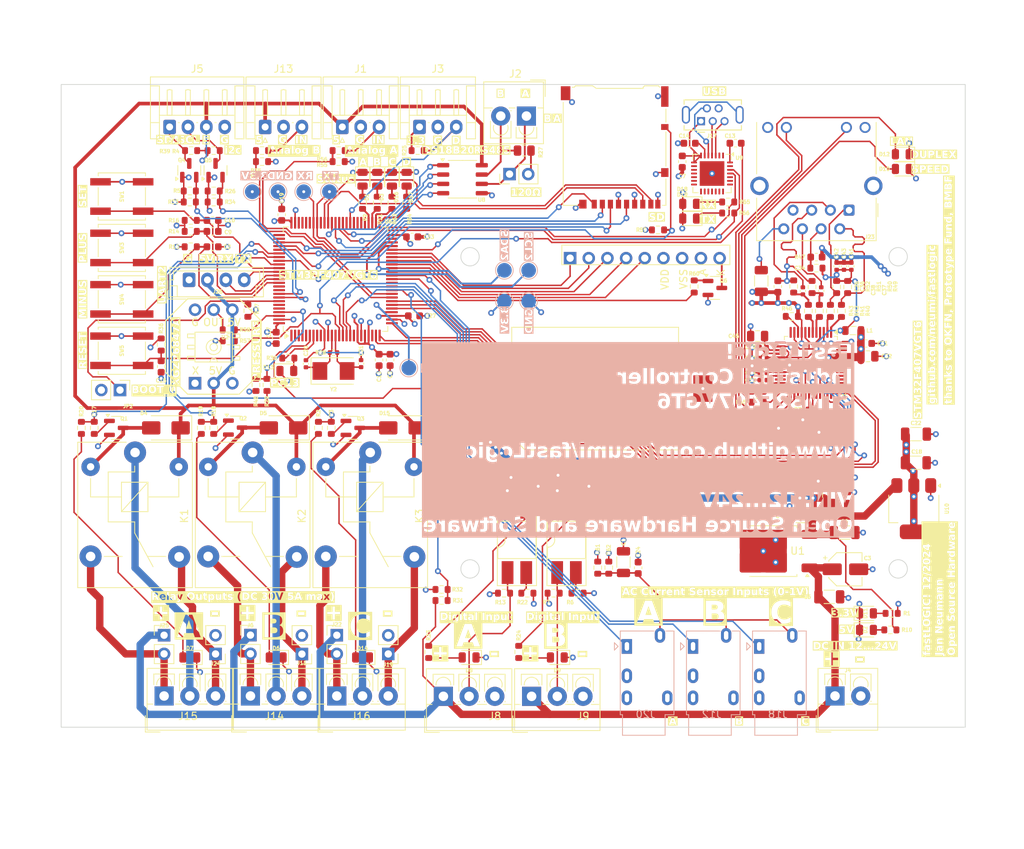
<source format=kicad_pcb>
(kicad_pcb (version 20240108) (generator "pcbnew") (generator_version "8.0")
  (layers (0 "F.Cu" signal) (1 "In1.Cu" signal) (2 "In2.Cu" signal) (31 "B.Cu" signal) (34 "B.Paste" user) (35 "F.Paste" user) (36 "B.SilkS" user "B.Silkscreen") (37 "F.SilkS" user "F.Silkscreen") (38 "B.Mask" user) (39 "F.Mask" user) (44 "Edge.Cuts" user))
  (net 0 "")
  (net 1 "GND")
  (net 2 "+12V")
  (net 3 "+5V")
  (net 4 "Net-(D1-A)")
  (net 5 "Net-(D2-A)")
  (net 6 "Net-(D3-A)")
  (net 7 "Net-(J8-Pin_2)")
  (net 8 "Net-(J9-Pin_2)")
  (net 9 "Net-(J17-VBUS)")
  (net 10 "+3.3V")
  (net 11 "SD_D0")
  (net 12 "rst")
  (net 13 "GND1")
  (net 14 "Net-(U13-XI{slash}CLKIN)")
  (net 15 "Net-(U13-XO)")
  (net 16 "Net-(U13-1V2O)")
  (net 17 "TC")
  (net 18 "Net-(U13-TOCAP)")
  (net 19 "RC")
  (net 20 "RD-")
  (net 21 "Net-(C37-Pad2)")
  (net 22 "RD+")
  (net 23 "DS18B20_DATA")
  (net 24 "Net-(C38-Pad2)")
  (net 25 "0-5V_IN_A")
  (net 26 "Net-(R6-Pad1)")
  (net 27 "DIG_IN_B")
  (net 28 "Net-(R22-Pad1)")
  (net 29 "DIG_IN_A")
  (net 30 "+3.3VA")
  (net 31 "Net-(U9-VDD)")
  (net 32 "Net-(U9-~{DTR})")
  (net 33 "Net-(D4-A)")
  (net 34 "Net-(D5-A)")
  (net 35 "Net-(D6-A)")
  (net 36 "Net-(D7-A)")
  (net 37 "Net-(D8-A)")
  (net 38 "Net-(D9-A)")
  (net 39 "Net-(D10-A)")
  (net 40 "SD_D1")
  (net 41 "Net-(D12-A)")
  (net 42 "Net-(D13-A)")
  (net 43 "Net-(D14-A)")
  (net 44 "Net-(D15-A)")
  (net 45 "LED_A")
  (net 46 "MOSI")
  (net 47 "MISO")
  (net 48 "Net-(J2-Pin_1)")
  (net 49 "Net-(J2-Pin_2)")
  (net 50 "SDA_5V")
  (net 51 "SCL_5V")
  (net 52 "0-5V_IN_B")
  (net 53 "Net-(J14-Pin_1)")
  (net 54 "Net-(J11-Pin_1)")
  (net 55 "Net-(J14-Pin_2)")
  (net 56 "Net-(J15-Pin_1)")
  (net 57 "Net-(J15-Pin_3)")
  (net 58 "Net-(J15-Pin_2)")
  (net 59 "Net-(J16-Pin_3)")
  (net 60 "Net-(J16-Pin_2)")
  (net 61 "Net-(J16-Pin_1)")
  (net 62 "unconnected-(J17-Shield-Pad6)")
  (net 63 "Net-(J17-D+)")
  (net 64 "Net-(J17-D-)")
  (net 66 "Net-(Q1-B)")
  (net 67 "Net-(Q2-B)")
  (net 68 "Net-(Q3-B)")
  (net 69 "D_OUT_C")
  (net 70 "LED_B")
  (net 71 "D_OUT_A")
  (net 72 "D_OUT_B")
  (net 73 "Net-(JP1-B)")
  (net 74 "SD_CMD")
  (net 75 "BOOT_0")
  (net 76 "Net-(U13-TXN)")
  (net 77 "TD-")
  (net 78 "TD+")
  (net 79 "Net-(U13-TXP)")
  (net 80 "Net-(U13-RXN)")
  (net 81 "Net-(U13-RXP)")
  (net 82 "Net-(U13-LINKLED)")
  (net 83 "ETHERNET_LED_A")
  (net 84 "Net-(U13-ACTLED)")
  (net 85 "ETHERNET_LED_B")
  (net 86 "Net-(U13-EXRES1)")
  (net 87 "Net-(U13-SPDLED)")
  (net 88 "Net-(U13-DUPLED)")
  (net 89 "uC_RX")
  (net 90 "uC_TX")
  (net 110 "SD_SCK")
  (net 112 "ETH_INT")
  (net 124 "Net-(BT1-+)")
  (net 126 "Net-(U6-PH0)")
  (net 127 "Net-(U6-PH1)")
  (net 128 "Net-(J1-Pin_3)")
  (net 129 "Net-(U2-Out)")
  (net 130 "SD_D2")
  (net 131 "SD_D3")
  (net 132 "Net-(J13-Pin_3)")
  (net 133 "SCK")
  (net 134 "SDA_1")
  (net 135 "SCL_1")
  (net 136 "5V_voltage_detect")
  (net 137 "Net-(U6-PC13)")
  (net 138 "IN_voltage_detect")
  (net 139 "PRESSURE_IN")
  (net 140 "SD_DET")
  (net 142 "SDA_2")
  (net 143 "ETH_RST")
  (net 145 "SCL_2")
  (net 146 "MAX485_RE")
  (net 149 "CURRENT_SENSOR_SUPPLY_1.65V")
  (net 156 "Net-(D11-A)")
  (net 157 "DISPLAY_SCL")
  (net 158 "DISPLAY_CS")
  (net 159 "DISPLAY_RSE")
  (net 160 "DISPLAY_SI")
  (net 161 "DISPLAY_RS")
  (net 162 "Net-(J10-Pin_9)")
  (net 163 "Net-(Q6-B)")
  (net 164 "DISPLAY_BG_LED")
  (net 165 "ETH_CS")
  (net 166 "MAX485_DE")
  (net 172 "PA4")
  (net 175 "MAX485_DI")
  (net 179 "CURRENT_SENSOR_B")
  (net 181 "MAX485_RO")
  (net 183 "CURRENT_SENSOR_C")
  (net 187 "Net-(D16-A)")
  (net 189 "CURRENT_SENSOR_A")
  (net 191 "Net-(D17-A)")
  (net 198 "LED_C")
  (net 199 "LED_D")
  (net 200 "Net-(D18-K)")
  (net 201 "Net-(D19-K)")
  (net 203 "BUTTON_MINUS_IN")
  (net 204 "BUTTON_PLUS_IN")
  (net 205 "BUTTON_SET_IN")
  (net 206 "uC_TX2")
  (net 207 "uC_RX2")
  (footprint "Connector_PinHeader_2.54mm:PinHeader_1x02_P2.54mm_Vertical" (layer "F.Cu") (at 177.75 115.04 180)
    (property "Reference" "J11")
    (property "Value" "GND")
  )
  (footprint "Capacitor_SMD:C_0402_1005Metric" (layer "F.Cu") (at 240.5 76.75 180)
    (property "Reference" "C44")
    (property "Value" "C100nF")
  )
  (footprint "Connector_PinHeader_2.54mm:PinHeader_1x02_P2.54mm_Vertical" (layer "F.Cu") (at 170.75 112.46)
    (property "Reference" "J6")
    (property "Value" "VIN")
  )
  (footprint "Resistor_SMD:R_0603_1608Metric" (layer "F.Cu") (at 196.75 106.25 180)
    (property "Reference" "R32")
    (property "Value" "R1k")
  )
  (footprint "Capacitor_SMD:C_0603_1608Metric" (layer "F.Cu") (at 165.6 57.5)
    (property "Reference" "C9")
    (property "Value" "C100nF")
  )
  (footprint "Capacitor_SMD:C_0402_1005Metric" (layer "F.Cu") (at 185.8 75.5 90)
    (property "Reference" "C21")
    (property "Value" "C22pF")
  )
  (footprint "Resistor_SMD:R_0603_1608Metric" (layer "F.Cu") (at 182.75 46.5)
    (property "Reference" "R56")
    (property "Value" "R1k")
  )
  (footprint "Capacitor_SMD:C_1206_3216Metric" (layer "F.Cu") (at 251.575 98.5)
    (property "Reference" "C6")
    (property "Value" "C47uF")
  )
  (footprint "Resistor_SMD:R_0603_1608Metric" (layer "F.Cu") (at 208.25 92.25)
    (property "Reference" "R21")
    (property "Value" "R10k")
  )
  (footprint "Connector_Card:microSD_HC_Hirose_DM3AT-SF-PEJM5" (layer "F.Cu") (at 220.3 46.065 180)
    (property "Reference" "J21" (hide yes))
    (property "Value" "Micro_SD_Card_Det_Hirose_DM3AT")
  )
  (footprint "Resistor_SMD:R_0603_1608Metric" (layer "F.Cu") (at 165.75 84.25 -90)
    (property "Reference" "R18")
    (property "Value" "R2.2k")
  )
  (footprint "LED_SMD:LED_0805_2012Metric" (layer "F.Cu") (at 174.25 115.5 180)
    (property "Reference" "D6")
    (property "Value" "LED_OUT_B")
  )
  (footprint "Resistor_SMD:R_0603_1608Metric" (layer "F.Cu") (at 239.75 83.75 180)
    (property "Reference" "R54")
    (property "Value" "R330")
  )
  (footprint "Package_TO_SOT_SMD:SOT-23" (layer "F.Cu") (at 152.5 84.25)
    (property "Reference" "Q1")
    (property "Value" "MMBT5551L")
  )
  (footprint "Capacitor_SMD:C_1206_3216Metric" (layer "F.Cu") (at 261.275 89)
    (property "Reference" "C18")
    (property "Value" "C100nF")
  )
  (footprint "Capacitor_SMD:C_1206_3216Metric" (layer "F.Cu") (at 245.7 96.25 180)
    (property "Reference" "C4")
    (property "Value" "C100nF")
  )
  (footprint "Capacitor_SMD:C_0603_1608Metric" (layer "F.Cu") (at 254.5 72.75)
    (property "Reference" "C31")
    (property "Value" "C100nF")
  )
  (footprint "Resistor_SMD:R_0603_1608Metric" (layer "F.Cu") (at 158.6 72.9 -90)
    (property "Reference" "R36")
    (property "Value" "R10k")
  )
  (footprint "Capacitor_SMD:C_0402_1005Metric" (layer "F.Cu") (at 240.52 73.25 180)
    (property "Reference" "C39")
    (property "Value" "C100nF")
  )
  (footprint "Resistor_SMD:R_0603_1608Metric" (layer "F.Cu") (at 250.5 65.075 -90)
    (property "Reference" "R50")
    (property "Value" "R49.9")
  )
  (footprint "Diode_SMD:D_SMA" (layer "F.Cu") (at 159.25 84.25 180)
    (property "Reference" "D4")
    (property "Value" "D")
  )
  (footprint "Capacitor_SMD:CP_Elec_4x5.4" (layer "F.Cu") (at 251.7 103.5)
    (property "Reference" "C3")
    (property "Value" "C_330nF")
  )
  (footprint "Resistor_SMD:R_0603_1608Metric" (layer "F.Cu") (at 248.1575 68.325 -90)
    (property "Reference" "R42")
    (property "Value" "R33")
  )
  (footprint "Package_TO_SOT_SMD:SOT-23" (layer "F.Cu") (at 168.6875 84.21)
    (property "Reference" "Q2")
    (property "Value" "MMBT5551L")
  )
  (footprint "Resistor_SMD:R_0402_1005Metric" (layer "F.Cu") (at 247.0925 81.675)
    (property "Reference" "R38")
    (property "Value" "R1M")
  )
  (footprint "Connector_PinHeader_2.54mm:PinHeader_1x02_P2.54mm_Vertical" (layer "F.Cu") (at 166 115.025 180)
    (property "Reference" "J24")
    (property "Value" "GND")
  )
  (footprint "TerminalBlock_4Ucon:TerminalBlock_4Ucon_1x03_P3.50mm_Vertical" (layer "F.Cu") (at 209 120.795)
    (property "Reference" "J9")
    (property "Value" "12-24V_IN_B")
  )
  (footprint "LED_SMD:LED_0805_2012Metric" (layer "F.Cu") (at 188 50.4 -90)
    (property "Reference" "D3")
    (property "Value" "LED_B")
  )
  (footprint "Resistor_SMD:R_0603_1608Metric" (layer "F.Cu") (at 215.25 106.75)
    (property "Reference" "R6")
    (property "Value" "R470")
  )
  (footprint "Package_DFN_QFN:QFN-28-1EP_5x5mm_P0.5mm_EP3.35x3.35mm" (layer "F.Cu") (at 233.55 49.62 -90)
    (property "Reference" "U9")
    (property "Value" "CP2102N-A01-GQFN28")
  )
  (footprint "LED_SMD:LED_0805_2012Metric" (layer "F.Cu") (at 175.7 76.5)
    (property "Reference" "D13")
    (property "Value" "LED_PC13")
  )
  (footprint "Capacitor_SMD:C_1206_3216Metric" (layer "F.Cu") (at 240.25 64.25 -90)
    (property "Reference" "C28")
    (property "Value" "C1nF")
  )
  (footprint "Resistor_SMD:R_0603_1608Metric" (layer "F.Cu") (at 212 106.75 180)
    (property "Reference" "R7")
    (property "Value" "R10k")
  )
  (footprint "Connector_PinHeader_2.54mm:PinHeader_1x02_P2.54mm_Vertical" (layer "F.Cu") (at 182.5 112.475)
    (property "Reference" "J22")
    (property "Value" "VIN")
  )
  (footprint "Resistor_SMD:R_0603_1608Metric" (layer "F.Cu") (at 186 53.6 -90)
    (property "Reference" "R9")
    (property "Value" "R330")
  )
  (footprint "Capacitor_SMD:C_0402_1005Metric" (layer "F.Cu") (at 240.52 74.75 180)
    (property "Reference" "C40")
    (property "Value" "C100nF")
  )
  (footprint "MountingHole:MountingHole_3.2mm_M3_DIN965" (layer "F.Cu") (at 149 41.25)
    (property "Reference" "H2" (hide yes))
    (property "Value" "MH")
  )
  (footprint "Capacitor_SMD:C_0603_1608Metric" (layer "F.Cu") (at 252 93.75 90)
    (property "Reference" "C11")
    (property "Value" "C100nF")
  )
  (footprint "Resistor_SMD:R_0603_1608Metric" (layer "F.Cu") (at 239.75 79.25 180)
    (property "Reference" "R53")
    (property "Value" "R330")
  )
  (footprint "Capacitor_SMD:C_0402_1005Metric" (layer "F.Cu") (at 244.25 83.23 -90)
    (property "Reference" "C29")
    (property "Value" "C18pF")
  )
  (footprint "Package_TO_SOT_SMD:TO-252-2" (layer "F.Cu") (at 241.785 101.025 180)
    (property "Reference" "U1")
    (property "Value" "LM78M05_TO252")
  )
  (footprint "Capacitor_SMD:C_0603_1608Metric" (layer "F.Cu") (at 158.6 75.9 -90)
    (property "Reference" "C15")
    (property "Value" "C100nF")
  )
  (footprint "Package_TO_SOT_SMD:SOT-223-3_TabPin2" (layer "F.Cu") (at 261 95.25 -90)
    (property "Reference" "U10")
    (property "Value" "AMS1117-3.3")
  )
  (footprint "Capacitor_SMD:C_0603_1608Metric" (layer "F.Cu") (at 175 55.225 90)
    (property "Reference" "C19")
    (property "Value" "C100nF")
  )
  (footprint "Resistor_SMD:R_0603_1608Metric" (layer "F.Cu") (at 257.8125 111.75)
    (property "Reference" "R10")
    (property "Value" "R330")
  )
  (footprint "Capacitor_SMD:C_1206_3216Metric" (layer "F.Cu") (at 249.5 107.25)
    (property "Reference" "C5")
    (property "Value" "C100nF")
  )
  (footprint "Capacitor_SMD:C_0402_1005Metric" (layer "F.Cu") (at 252.5 62.25 90)
    (property "Reference" "C41")
    (property "Value" "C100nF")
  )
  (footprint "Button_Switch_SMD:SW_Push_1P1T_NO_CK_KSC7xxJ" (layer "F.Cu") (at 153.25 73.75 180)
    (property "Reference" "SW5")
    (property "Value" "RST")
  )
  (footprint "Capacitor_SMD:C_0603_1608Metric" (layer "F.Cu") (at 193 69)
    (property "Reference" "C27")
    (property "Value" "C100nF")
  )
  (footprint "Resistor_SMD:R_0603_1608Metric" (layer "F.Cu") (at 239.75 82.25)
    (property "Reference" "R44")
    (property "Value" "R330")
  )
  (footprint "LED_SMD:LED_0805_2012Metric" (layer "F.Cu") (at 186 50.4 -90)
    (property "Reference" "D1")
    (property "Value" "LED_A")
  )
  (footprint "LED_SMD:LED_0805_2012Metric" (layer "F.Cu") (at 162.5 115.5 180)
    (property "Reference" "D7")
    (property "Value" "LED_OUT_A")
  )
  (footprint "Capacitor_SMD:C_0402_1005Metric" (layer "F.Cu") (at 245.9075 65.595 -90)
    (property "Reference" "C38")
    (property "Value" "C6.8nF")
  )
  (footprint "Inductor_SMD:L_0805_2012Metric" (layer "F.Cu") (at 252.75 71 180)
    (property "Reference" "L1")
    (property "Value" "L600OHM")
  )
  (footprint "Capacitor_SMD:C_0402_1005Metric" (layer "F.Cu") (at 251.5 62.25 90)
    (property "Reference" "C43")
    (property "Value" "C100nF")
  )
  (footprint "LED_SMD:LED_0805_2012Metric" (layer "F.Cu") (at 190 50.4 -90)
    (property "Reference" "D16")
    (property "Value" "LED_C")
  )
  (footprint "Resistor_SMD:R_0603_1608Metric" (layer "F.Cu") (at 205.25 106.75 180)
    (property "Reference" "R13")
    (property "Value" "R10k")
  )
  (footprint "TerminalBlock_4Ucon:TerminalBlock_4Ucon_1x02_P3.50mm_Vertical" (layer "F.Cu") (at 208.3 41.8 180)
    (property "Reference" "J2")
    (property "Value" "RS485")
  )
  (footprint "Capacitor_SMD:C_0603_1608Metric" (layer "F.Cu") (at 229.5 48 90)
    (property "Reference" "C7")
    (property "Value" "C100nF")
  )
  (footprint "Connector_RJ:RJ45_Hanrun_HR911105A_Horizontal" (layer "F.Cu") (at 252.19 54.61 180)
    (property "Reference" "J23")
    (property "Value" "HR911105A")
  )
  (footprint "Package_TO_SOT_SMD:SOT-23" (layer "F.Cu") (at 162.425 49.1875 90)
    (property "Reference" "Q4")
    (property "Value" "BSS138")
  )
  (footprint "Resistor_SMD:R_0603_1608Metric" (layer "F.Cu") (at 170.4 68.3 -90)
    (property "Reference" "R37")
    (property "Value" "R10k")
  )
  (footprint "Crystal:Crystal_SMD_5032-2Pin_5.0x3.2mm" (layer "F.Cu") (at 182.05 76.5)
    (property "Reference" "Y2")
    (property "Value" "Crystal")
  )
  (footprint "Connector_PinHeader_2.54mm:PinHeader_1x02_P2.54mm_Vertical" (layer "F.Cu") (at 206 49.7 90)
    (property "Reference" "JP1" (hide yes))
    (property "Value" "termination_jumper")
  )
  (footprint "Resistor_SMD:R_0603_1608Metric" (layer "F.Cu") (at 244.6575 65 -90)
    (property "Reference" "R52")
    (property "Value" "R49.9")
  )
  (footprint "LED_SMD:LED_0805_2012Metric" (layer "F.Cu") (at 186 115.5 180)
    (property "Reference" "D14")
    (property "Value" "LED_OUT_C")
  )
  (footprint "Capacitor_SMD:C_0402_1005Metric" (layer "F.Cu") (at 248.4075 65.595 -90)
    (property "Reference" "C37")
    (property "Value" "C6.8nF")
  )
  (footprint "Resistor_SMD:R_0603_1608Metric" (layer "F.Cu") (at 226.2 57.3 180)
    (property "Reference" "R59")
    (property "Value" "R10k")
  )
  (footprint "Relay_THT:Relay_SPDT_SANYOU_SRD_Series_Form_C" (layer "F.Cu") (at 187.05 87.6 -90)
    (property "Reference" "K3")
    (property "Value" "SANYOU_SRD_Form_C")
  )
  (footprint "Resistor_SMD:R_0603_1608Metric" (layer "F.Cu") (at 257.9875 109.5)
    (property "Reference" "R1")
    (property "Value" "R330")
  )
  (footprint "LED_SMD:LED_0805_2012Metric" (layer "F.Cu") (at 259.4375 49 180)
    (property "Reference" "D10")
    (property "Value" "LED_SPD")
  )
  (footprint "Capacitor_SMD:C_0402_1005Metric" (layer "F.Cu") (at 249.75 83.23 -90)
    (property "Reference" "C30")
    (property "Value" "C18pF")
  )
  (footprint "Capacitor_SMD:C_0402_1005Metric" (layer "F.Cu") (at 178.3 75.52 -90)
    (property "Reference" "C20")
    (property "Value" "C22pF")
  )
  (footprint "LED_SMD:LED_0805_2012Metric" (layer "F.Cu") (at 212.5 115.5 180)
    (property "Reference" "D9")
    (property "Value" "LED_OUT_B")
  )
  (footprint "Resistor_SMD:R_0603_1608Metric" (layer "F.Cu") (at 195 114.75 90)
    (property "Reference" "R23")
    (property "Value" "R330")
  )
  (footprint "Resistor_SMD:R_0603_1608Metric" (layer "F.Cu") (at 164.0625 84.25 90)
    (property "Reference" "R19")
    (property "Value" "R330")
  )
  (footprint "Resistor_SMD:R_0603_1608Metric" (layer "F.Cu") (at 162.5 53.5)
    (property "Reference" "R33")
    (property "Value" "R10k")
  )
  (footprint "Resistor_SMD:R_0603_1608Metric" (layer "F.Cu") (at 239.75 80.75)
    (property "Reference" "R45")
    (property "Value" "R330")
  )
  (footprint "Capacitor_SMD:C_1206_3216Metric" (layer "F.Cu") (at 249.5 93 90)
    (property "Reference" "C12")
    (property "Value" "C100uF")
  )
  (footprint "Resistor_SMD:R_0603_1608Metric" (layer "F.Cu") (at 162.625 56)
    (property "Reference" "R16")
    (property "Value" "R10k")
  )
  (footprint "Package_DIP:DIP-4_W8.89mm_SMDSocket_LongPads" (layer "F.Cu") (at 207 99.5 90)
    (property "Reference" "U4")
    (property "Value" "EL817")
  )
  (footprint "Resistor_SMD:R_0603_1608Metric" (layer "F.Cu") (at 172.325 48 180)
    (property "Reference" "R8")
    (property "Value" "R1k")
  )
  (footprint "Capacitor_SMD:C_0603_1608Metric" (layer "F.Cu") (at 230.5 45.5)
    (property "Reference" "C14")
    (property "Value" "C100nF")
  )
  (footprint "TerminalBlock_4Ucon:TerminalBlock_4Ucon_1x02_P3.50mm_Vertical" (layer "F.Cu") (at 250.2825 120.75)
    (property "Reference" "J4")
    (property "Value" "12-24V")
  )
  (footprint "Resistor_SMD:R_0603_1608Metric" (layer "F.Cu") (at 165.75 53.5)
    (property "Reference" "R34")
    (property "Value" "R10k")
  )
  (footprint "Resistor_SMD:R_0603_1608Metric" (layer "F.Cu") (at 162.625 59.6)
    (property "Reference" "R15")
    (property "Value" "R10k")
  )
  (footprint "Resistor_SMD:R_0603_1608Metric" (layer "F.Cu") (at 190 53.6 -90)
    (property "Reference" "R63")
    (property "Value" "R330")
  )
  (footprint "Capacitor_SMD:C_0603_1608Metric" (layer "F.Cu") (at 192.75 58.25)
    (property "Reference" "C23")
    (property "Value" "C100nF")
  )
  (footprint "LED_SMD:LED_0805_2012Metric" (layer "F.Cu") (at 192 50.4 -90)
    (property "Reference" "D17")
    (property "Value" "LED_D")
  )
  (footprint "LED_SMD:LED_0805_2012Metric" (layer "F.Cu") (at 200.5 115.5 180)
    (property "Reference" "D8")
    (property "Value" "LED_OUT_A")
  )
  (footprint "Package_TO_SOT_SMD:SOT-23" (layer "F.Cu") (at 184.6875 84.25)
    (property "Reference" "Q3")
    (property "Value" "MMBT5551L")
  )
  (footprint "Resistor_SMD:R_0603_1608Metric" (layer "F.Cu") (at 207.25 114.75 90)
    (property "Reference" "R24")
    (property "Value" "R330")
  )
  (footprint "Connector_PinHeader_2.54mm:PinHeader_1x02_P2.54mm_Vertical" (layer "F.Cu") (at 189.5 115.025 180)
    (property "Reference" "J19")
    (property "Value" "GND")
  )
  (footprint "Resistor_SMD:R_0603_1608Metric" (layer "F.Cu") (at 219.5 103.275 90)
    (property "Reference" "R62")
    (property "Value" "R1k")
  )
  (footprint "Resistor_SMD:R_0603_1608Metric" (layer "F.Cu") (at 215 92.25)
    (property "Reference" "R12")
    (property "Value" "R10k")
  )
  (footprint "Resistor_SMD:R_0805_2012Metric" (layer "F.Cu") (at 208 46.5 180)
    (property "Reference" "R27")
    (property "Value" "R120")
  )
  (footprint "Resistor_SMD:R_0603_1608Metric" (layer "F.Cu") (at 192 53.6 -90)
    (property "Reference" "R64")
    (property "Value" "R330")
  )
  (footprint "Resistor_SMD:R_0603_1608Metric" (layer "F.Cu") (at 162.625 57.5)
    (property "Reference" "R14")
    (property "Value" "R10k")
  )
  (footprint "Resistor_SMD:R_0603_1608Metric" (layer "F.Cu") (at 218 103.275 -90)
    (property "Reference" "R61")
    (property "Value" "R1k")
  )
  (footprint "Resistor_SMD:R_0603_1608Metric" (layer "F.Cu") (at 196.75 107.75)
    (property "Reference" "R31")
    (property "Value" "R10k")
  )
  (footprint "Connector_JST:JST_EH_S3B-EH_1x03_P2.50mm_Horizontal" (layer "F.Cu") (at 183.25 43.2825)
    (property "Reference" "J1")
    (property "Value" "0-5V_ANALOG_IN_A")
  )
  (footprint "Capacitor_SMD:C_1206_3216Metric" (layer "F.Cu") (at 221.5 102.525 90)
    (property "Reference" "C1")
    (property "Value" "C100uF")
  )
  (footprint "MountingHole:MountingHole_3.2mm_M3_DIN965" (layer "F.Cu") (at 264 41.25)
    (property "Reference" "H5" (hide yes))
    (property "Value" "MH")
  )
  (footprint "Resistor_SMD:R_0603_1608Metric" (layer "F.Cu") (at 247.1575 65.075 -90)
    (property "Reference" "R51")
    (property "Value" "R49.9")
  )
  (footprint "Resistor_SMD:R_0603_1608Metric" (layer "F.Cu") (at 251.1575 68.325 -90)
    (property "Reference" "R40")
    (property "Value" "R33")
  )
  (footprint "LED_SMD:LED_0805_2012Metric" (layer "F.Cu") (at 230.5 55.75 180)
    (property "Reference" "D19")
    (property "Value" "RX")
  )
  (footprint "Resistor_SMD:R_0603_1608Metric" (layer "F.Cu") (at 247.75 62.5 180)
    (property "Reference" "R47")
    (property "Value" "R10")
  )
  (footprint "Capacitor_SMD:C_0603_1608Metric" (layer "F.Cu") (at 247.75 61 180)
    (property "Reference" "C34")
    (property "Value" "C22nF")
  )
  (footprint "Capacitor_SMD:C_1206_3216Metric" (layer "F.Cu") (at 261.3 85.1)
    (property "Reference" "C22")
    (property "Value" "C47uF")
  )
  (footprint "Package_SO:SOP-8_3.9x4.9mm_P1.27mm" (layer "F.Cu") (at 199.6 50.4)
    (property "Reference" "U8")
    (property "Value" "MAX485E")
  )
  (footprint "Resistor_SMD:R_0603_1608Metric" (layer "F.Cu") (at 165.75 46.5)
    (property "Reference" "R4")
    (property "Value" "R10k")
  )
  (footprint "Resistor_SMD:R_0603_1608Metric" (layer "F.Cu") (at 147.75 84.25 90)
    (property "Reference" "R20")
    (property "Value" "R330")
  )
  (footprint "Button_Switch_SMD:SW_Push_1P1T_NO_CK_KSC7xxJ" (layer "F.Cu") (at 153.25 59.75)
    (property "Reference" "SW3")
    (property "Value" "PLUS")
  )
  (footprint "Display:LCD_GMG12864-06D" (layer "F.Cu") (at 229.4726 82.25)
    (property "Reference" "J10" (hide yes))
    (property "Value" "LCD")
    (fp_circle (center -28.8476 -21.3008) (end -27.5976 -21.3008) (stroke (width 0.1)) (fill none) (layer "Edge.Cuts"))
    (fp_circle (center -28.8476 21.1992) (end -27.5976 21.1992) (stroke (width 0.1)) (fill none) (layer "Edge.Cuts"))
    (fp_circle (center 29.4024 -21.3008) (end 30.6524 -21.3008) (stroke (width 0.1)) (fill none) (layer "Edge.Cuts"))
    (fp_circle (center 29.4024 21.1992) (end 30.6524 21.1992) (stroke (width 0.1)) (fill none) (layer "Edge.Cuts"))
  )
  (footprint "Connector_JST:JST_EH_S3B-EH_1x03_P2.50mm_Horizontal" (layer "F.Cu") (at 193.75 43.2825)
    (property "Reference" "J3")
    (property "Value" "DS18B20")
  )
  (footprint "LED_SMD:LED_0805_2012Metric" (layer "F.Cu") (at 254.5625 111.75)
    (property "Reference" "D2")
    (property "Value" "LED_PWR")
  )
  (footprint "Sensor_Pressure:XGZP6847A" (layer "F.Cu") (at 165.75 73.25)
    (property "Reference" "U2")
    (property "Value" "~")
  )
  (footprint "Capacitor_SMD:C_0603_1608Metric" (layer "F.Cu") (at 189.75 75 -90)
    (property "Reference" "C8")
    (property "Value" "C100nF")
  )
  (footprint "Resistor_SMD:R_0603_1608Metric" (layer "F.Cu") (at 208.425 106.75)
    (property "Reference" "R22")
    (property "Value" "R470")
  )
  (footprint "Connector_PinHeader_2.54mm:PinHeader_1x02_P2.54mm_Vertical" (layer "F.Cu") (at 153 79.1 -90)
    (property "Reference" "JP2")
    (property "Value" "termination_jumper")
  )
  (footprint "TerminalBlock_4Ucon:TerminalBlock_4Ucon_1x03_P3.50mm_Vertical" (layer "F.Cu") (at 170.75 120.75)
    (property "Reference" "J14")
    (property "Value" "RELAY_OUT_B")
  )
  (footprint "Crystal:Crystal_SMD_3225-4Pin_3.2x2.5mm" (layer "F.Cu") (at 247 84 180)
    (property "Reference" "Y3")
    (property "Value" "Crystal_25MHz")
  )
  (footprint "Resistor_SMD:R_0603_1608Metric" (layer "F.Cu") (at 181.75 84.25 -90)
    (property "Reference" "R3")
    (property "Value" "R2.2k")
  )
  (footprint "LED_SMD:LED_0805_2012Metric" (layer "F.Cu") (at 254.5625 109.5)
    (property "Reference" "D11")
    (property "Value" "LED_3.3V_PWR")
  )
  (footprint "Resistor_SMD:R_0603_1608Metric" (layer "F.Cu") (at 167.8 72.4)
    (property "Reference" "R57")
    (property "Value" "R1k")
  )
  (footprint "Resistor_SMD:R_0603_1608Metric" (layer "F.Cu") (at 193.5 46.5)
    (property "Reference" "R25")
    (property "Value" "R4.7k")
  )
  (footprint "Resistor_SMD:R_0603_1608Metric" (layer "F.Cu") (at 165.75 52)
    (property "Reference" "R26")
    (property "Value" "R10k")
  )
  (footprint "Resistor_SMD:R_0603_1608Metric" (layer "F.Cu") (at 235.75 55)
    (property "Reference" "R66")
    (property "Value" "R330")
  )
  (footprint "Capacitor_SMD:C_0805_2012Metric" (layer "F.Cu") (at 239.75 71.75 180)
    (property "Reference" "C45")
    (property "Value" "C10uF")
  )
  (footprint "Resistor_SMD:R_0603_1608Metric" (layer "F.Cu") (at 180 84.25 90)
    (property "Reference" "R2")
    (property "Value" "R330")
  )
  (footprint "Battery:BatteryHolder_Keystone_1060_1x2032" (layer "F.Cu") (at 217.65 78.9)
    (property "Reference" "BT1")
    (property "Value" "Battery_Cell")
  )
  (footprint "Resistor_SMD:R_0603_1608Metric" (layer "F.Cu") (at 172.325 46.5)
    (property "Reference" "R35")
    (property "Value" "R1k")
  )
  (footprint "Capacitor_SMD:C_0603_1608Metric" (layer "F.Cu") (at 174.25 72 -90)
    (property "Reference" "C17")
    (property "Value" "C100nF")
  )
  (footprint "Capacitor_SMD:C_0402_1005Metric" (layer "F.Cu") (at 250.5 62.25 90)
    (property "Reference" "C42")
    (property "Value" "C100nF")
  )
  (footprint "TerminalBlock_4Ucon:TerminalBlock_4Ucon_1x03_P3.50mm_Vertical" (layer "F.Cu") (at 159 120.75)
    (property "Reference" "J15")
    (property "Value" "RELAY_OUT_A")
  )
  (footprint "Package_DIP:DIP-4_W8.89mm_SMDSocket_LongPads" (layer "F.Cu") (at 213.75 99.5 90)
    (property "Reference" "U3")
    (property "Value" "EL817")
  )
  (footprint "Package_TO_SOT_SMD:SOT-23" (layer "F.Cu") (at 233.9375 65.2)
    (property "Reference" "Q6")
    (property "Value" "MMBT5551L")
  )
  (footprint "Resistor_SMD:R_0603_1608Metric" (layer "F.Cu") (at 167.8 70.9 180)
    (property "Reference" "R58")
    (property "Value" "R1k")
  )
  (footprint "Button_Switch_SMD:SW_Push_1P1T_NO_CK_KSC7xxJ" (layer "F.Cu") (at 153.25 66.75)
    (property "Reference" "SW4")
    (property "Value" "MINUS")
  )
  (footprint "Capacitor_SMD:C_0603_1608Metric" (layer "F.Cu") (at 242.5 65 90)
    (property "Reference" "C36")
    (property "Value" "C10nF")
  )
  (footprint "Relay_THT:Relay_SPDT_SANYOU_SRD_Series_Form_C" (layer "F.Cu") (at 171.05 87.6 -90)
    (property "Reference" "K2")
    (property "Value" "SANYOU_SRD_Form_C")
  )
  (footprint "Capacitor_SMD:C_0805_2012Metric" (layer "F.Cu") (at 254.75 74.5)
    (property "Reference" "C32")
    (property "Value" "C10uF")
  )
  (footprint "Capacitor_SMD:C_0603_1608Metric" (layer "F.Cu") (at 165.6 56)
    (property "Reference" "C10")
    (property "Value" "C100nF")
  )
  (footprint "Package_QFP:LQFP-48_7x7mm_P0.5mm" (layer "F.Cu") (at 247 75.41 -90)
    (property "Reference" "U13")
    (property "Value" "W5500")
  )
  (footprint "Connector_JST:JST_EH_S3B-EH_1x03_P2.50mm_Horizontal" (layer "F.Cu") (at 172.75 43.2825)
    (property "Reference" "J13")
    (property "Value" "0-5V_ANALOG_IN_B")
  )
  (footprint "Relay_THT:Relay_SPDT_SANYOU_SRD_Series_Form_C" (layer "F.Cu") (at 155.05 87.6 -90)
    (property "Reference" "K1")
    (property "Value" "SANYOU_SRD_Form_C")
  )
  (footprint "Capacitor_SMD:C_0603_1608Metric" (layer "F.Cu") (at 223.5 103.3 90)
    (property "Reference" "C24")
    (property "Value" "C100nF")
  )
  (footprint "Resistor_SMD:R_0603_1608Metric" (layer "F.Cu") (at 182.75 48 180)
    (property "Reference" "R55")
    (property "Value" "R1k")
  )
  (footprint "Capacitor_SMD:C_0402_1005Metric" (layer "F.Cu") (at 240.5 75.75 180)
    (property "Reference" "C35")
    (property "Value" "C4.7uF")
  )
  (footprint "Resistor_SMD:R_0603_1608Metric" (layer "F.Cu") (at 162.5 52)
    (property "Reference" "R5")
    (property "Value" "R10k")
  )
  (footprint "Capacitor_SMD:C_0402_1005Metric" (layer "F.Cu") (at 240.5 77.75 180)
    (property "Reference" "C33")
    (property "Value" "C10nF")
  )
  (footprint "Capacitor_SMD:C_0603_1608Metric" (layer "F.Cu") (at 188.25 75 -90)
    (property "Reference" "C16")
    (property "Value" "C100nF")
  )
  (footprint "TerminalBlock_4Ucon:TerminalBlock_4Ucon_1x03_P3.50mm_Vertical" (layer "F.Cu") (at 197 120.795)
    (property "Reference" "J8")
    (property "Value" "12-24V_IN_A")
  )
  (footprint "LED_SMD:LED_0805_2012Metric" (layer "F.Cu") (at 259.4375 47 180)
    (property "Reference" "D12")
    (property "Value" "LED_DUP")
  )
  (footprint "Resistor_SMD:R_0603_1608Metric" (layer "F.Cu") (at 171.5 78.4 -90)
    (property "Reference" "R48")
    (property "Value" "R1k")
  )
  (footprint "LED_SMD:LED_0805_2012Metric" (layer "F.Cu") (at 230.5 53.75 180)
    (property "Reference" "D18")
    (property "Value" "TX")
  )
  (footprint "Package_QFP:LQFP-100_14x14mm_P0.5mm" (layer "F.Cu") (at 182.325 64 90)
    (property "Reference" "U6")
    (property "Value" "STM32F407VGTx")
  )
  (footprint "MountingHole:MountingHole_3.2mm_M3_DIN965" (layer "F.Cu") (at 149 121.25)
    (property "Reference" "H1" (hide yes))
    (property "Value" "MH")
  )
  (footprint "Resistor_SMD:R_0603_1608Metric" (layer "F.Cu") (at 149.5 84.25 -90)
    (property "Reference" "R17")
    (property "Value" "R2.2k")
  )
  (footprint "Capacitor_SMD:C_0603_1608Metric" (layer "F.Cu") (at 165.6 59.6)
    (property "Reference" "C2")
    (property "Value" "C100nF")
  )
  (footprint "TerminalBlock_4Ucon:TerminalBlock_4Ucon_1x03_P3.50mm_Vertical" (layer "F.Cu") (at 182.5 120.75)
    (property "Reference" "J16")
    (property "Value" "RELAY_OUT_C")
  )
  (footprint "Resistor_SMD:R_0603_1608Metric" (layer "F.Cu") (at 244.4075 69.075 180)
    (property "Reference" "R46")
    (property "Value" "R12K4")
  )
  (footprint "MountingHole:MountingHole_3.2mm_M3_DIN965" (layer "F.Cu") (at 264 121.25)
    (property "Reference" "H3" (hide yes))
    (property "Value" "MH")
  )
  (footprint "Package_TO_SOT_SMD:SOT-23" (layer "F.Cu") (at 166 49.1875 90)
    (property "Reference" "Q5")
    (property "Value" "BSS138")
  )
  (footprint "Connector_PinHeader_2.54mm:PinHeader_1x02_P2.54mm_Vertical" (layer "F.Cu") (at 159 112.475)
    (property "Reference" "J25")
    (property "Value" "VIN")
  )
  (footprint "Connector_JST:JST_EH_S4B-EH_1x04_P2.50mm_Horizontal" (layer "F.Cu") (at 159.75 43.2825)
    (property "Reference" "J5")
    (property "Value" "I2C")
  )
  (footprint "Resistor_SMD:R_0603_1608Metric" (layer "F.Cu") (at 246.6575 68.325 -90)
    (property "Reference" "R43")
    (property "Value" "R33")
  )
  (footprint "Resistor_SMD:R_0603_1608Metric" (layer "F.Cu") (at 175.9 74.75 180)
    (property "Reference" "R30")
    (property "Value" "R1k")
  )
  (footprint "Connector_JST:JST_EH_B4B-EH-A_1x04_P2.50mm_Vertical" (layer "F.Cu") (at 162.4 64.1)
    (property "Reference" "J26")
    (property "Value" "UART")
  )
  (footprint "Button_Switch_SMD:SW_Push_1P1T_NO_CK_KSC7xxJ" (layer "F.Cu") (at 153.25 52.75)
    (property "Reference" "SW1")
    (property "Value" "SET")
  )
  (footprint "Connector_USB:USB_Mini-B_Tensility_54-00023_Vertical" (layer "F.Cu") (at 232.05 42.5)
    (property "Reference" "J17")
    (property "Value" "USB_B_Mini")
  )
  (footprint "Resistor_SMD:R_0402_1005Metric" (layer "F.Cu") (at 182.05 74)
    (property "Reference" "R28")
    (property "Value" "R1M")
  )
  (footprint "Diode_SMD:D_SMA" (layer "F.Cu") (at 175.25 84.25 180)
    (property "Reference" "D5")
    (property "Value" "D")
  )
  (footprint "Resistor_SMD:R_0603_1608Metric" (layer "F.Cu") (at 188 53.6 -90)
    (property "Reference" "R11")
    (property "Value" "R330")
  )
  (footprint "Resistor_SMD:R_0603_1608Metric" (layer "F.Cu") (at 162.675 46.5 180)
    (property "Reference" "R39")
    (property "Value" "R10k")
  )
  (footprint "Resistor_SMD:R_0603_1608Metric" (layer "F.Cu") (at 249.6575 68.325 -90)
    (property "Reference" "R41")
    (property "Value" "R33")
  )
  (footprint "Resistor_SMD:R_0603_1608Metric" (layer "F.Cu") (at 235.75 53.5)
    (property "Reference" "R65")
    (property "Value" "R330")
  )
  (footprint "Resistor_SMD:R_0603_1608Metric" (layer "F.Cu") (at 231.125 65 90)
    (property "Reference" "R60")
    (property "Value" "R2.2k")
  )
  (footprint "Capacitor_SMD:C_0603_1608Metric" (layer "F.Cu") (at 236.75 45.5)
    (property "Reference" "C13")
    (property "Value" "C100nF")
  )
  (footprint "Resistor_SMD:R_0603_1608Metric" (layer "F.Cu") (at 252 65.075 -90)
    (property "Reference" "R49")
    (property "Value" "R49.9")
  )
  (footprint "Diode_SMD:D_SMA" (layer "F.Cu") (at 191.5 84.25 180)
    (property "Reference" "D15")
    (property "Value" "D")
  )
  (footprint "Resistor_SMD:R_0603_1608Metric" (layer "F.Cu") (at 173 78.4 90)
    (property "Reference" "R29")
    (property "Value" "R1k")
  )
  (footprint "TestPoint:TestPoint_Pad_D2.0mm" (layer "B.Cu") (at 192.3 76.1 180)
    (property "Reference" "TP1" (hide yes))
    (property "Value" "PA4")
  )
  (footprint "TestPoint:TestPoint_Pad_D2.0mm" (layer "B.Cu") (at 174.5 52.1 90)
    (property "Reference" "TP5" (hide yes))
    (property "Value" "GND")
  )
  (footprint "TestPoint:TestPoint_Pad_D2.0mm" (layer "B.Cu") (at 181.5 52.1 -90)
    (property "Reference" "TP4" (hide yes))
    (property "Value" "TX")
  )
  (footprint "TestPoint:TestPoint_Pad_D2.0mm" (layer "B.Cu") (at 178 52.1 -90)
    (property "Reference" "TP3" (hide yes))
    (property "Value" "RX")
  )
  (footprint "Connector_Audio:Jack_3.5mm_PJ320E_Horizontal" (layer "B.Cu") (at 221.9675 114)
    (property "Reference" "J20")
    (property "Value" "AudioJack4_Ground")
  )
  (footprint "TestPoint:TestPoint_Pad_D2.0mm" (layer "B.Cu") (at 205.3 67 180)
    (property "Reference" "TP9" (hide yes))
    (property "Value" "3.3V")
  )
  (footprint "TestPoint:TestPoint_Pad_D2.0mm" (layer "B.Cu") (at 208.6 67 180)
    (property "Reference" "TP8" (hide yes))
    (property "Value" "GND")
  )
  (footprint "TestPoint:TestPoint_Pad_D2.0mm" (layer "B.Cu") (at 208.6 62.8)
    (property "Reference" "TP7" (hide yes))
    (property "Value" "SDA2")
  )
  (footprint "Connector_Audio:Jack_3.5mm_PJ320E_Horizontal" (layer "B.Cu") (at 230.9675 114)
    (property "Reference" "J12")
    (property "Value" "AudioJack4_Ground")
  )
  (footprint "Connector_Audio:Jack_3.5mm_PJ320E_Horizontal" (layer "B.Cu") (at 239.9675 114)
    (property "Reference" "J18")
    (property "Value" "AudioJack4_Ground")
  )
  (footprint "TestPoint:TestPoint_Pad_D2.0mm" (layer "B.Cu") (at 171 52.1 90)
    (property "Reference" "TP6" (hide yes))
    (property "Value" "3.3V")
  )
  (footprint "TestPoint:TestPoint_Pad_D2.0mm" (layer "B.Cu") (at 205.3 62.8)
    (property "Reference" "TP2" (hide yes))
    (property "Value" "SCL2")
  )
  (gr_rect (start 145 37.5) (end 268 125) (stroke (width 0.1)) (fill none) (layer "Edge.Cuts"))
  (gr_text "3.3V" (at 169.5 50 0) (layer "B.SilkS" knockout) (effects (font (size 1 1) (thickness 0.25) (bold yes)) (justify right mirror)))
  (gr_text "FastLOGIC!\nIndustrial Controller\nSTM32F407VGT6\n\nwww.github.com/neumi/fastLogic\n\nVIN: 12...24V\nOpen Source Hardware and Software" (at 252.7 85.8 0) (layer "B.SilkS" knockout) (effects (font (size 2 2) (thickness 0.25) (bold yes)) (justify left mirror)))
  (gr_text "GND" (at 208.7 71.4 90) (layer "B.SilkS" knockout) (effects (font (size 1 1) (thickness 0.25) (bold yes)) (justify right mirror)))
  (gr_text "PA4" (at 194 76.2 0) (layer "B.SilkS" knockout) (effects (font (size 1 1) (thickness 0.25) (bold yes)) (justify right mirror)))
  (gr_text "SCL2" (at 208.7 61.5 90) (layer "B.SilkS" knockout) (effects (font (size 1 1) (thickness 0.25) (bold yes)) (justify right mirror)))
  (gr_text "GND" (at 173 50 0) (layer "B.SilkS" knockout) (effects (font (size 1 1) (thickness 0.25) (bold yes)) (justify right mirror)))
  (gr_text "TX" (at 180.6 50 0) (layer "B.SilkS" knockout) (effects (font (size 1 1) (thickness 0.25) (bold yes)) (justify right mirror)))
  (gr_text "RX" (at 177.1 50 0) (layer "B.SilkS" knockout) (effects (font (size 1 1) (thickness 0.25) (bold yes)) (justify right mirror)))
  (gr_text "SDA2" (at 205.4 61.5 90) (layer "B.SilkS" knockout) (effects (font (size 1 1) (thickness 0.25) (bold yes)) (justify right mirror)))
  (gr_text "3.3V" (at 205.4 71.3 90) (layer "B.SilkS" knockout) (effects (font (size 1 1) (thickness 0.25) (bold yes)) (justify right mirror)))
  (gr_text "A" (at 213 42.2 0) (layer "F.SilkS" knockout) (effects (font (size 1 1) (thickness 0.25) (bold yes)) (justify right)))
  (gr_text "+" (at 210 115 0) (layer "F.SilkS" knockout) (effects (font (size 2 2) (thickness 0.25) (bold yes)) (justify right)))
  (gr_text "D" (at 199.3 45.2 0) (layer "F.SilkS" knockout) (effects (font (size 1 1) (thickness 0.25) (bold yes)) (justify right)))
  (gr_text "AC Current Sensor Inputs (0-1V)" (at 234 106.6 0) (layer "F.SilkS" knockout) (effects (font (size 1 1) (thickness 0.25) (bold yes))))
  (gr_text "5" (at 182.9 45.1 0) (layer "F.SilkS" knockout) (effects (font (size 1 1) (thickness 0.25) (bold yes)) (justify right)))
  (gr_text "TX" (at 170.8 61.3 0) (layer "F.SilkS" knockout) (effects (font (size 1 1) (thickness 0.25) (bold yes)) (justify right)))
  (gr_text "120Ω" (at 210.25 52.25 0) (layer "F.SilkS" knockout) (effects (font (size 1 1) (thickness 0.25) (bold yes)) (justify right)))
  (gr_text "Relay Outputs (DC 30V 5A max)" (at 157.25 107.25 0) (layer "F.SilkS" knockout) (effects (font (size 1 1) (thickness 0.25) (bold yes)) (justify left)))
  (gr_text "Analog A" (at 190.75 46.5 0) (layer "F.SilkS" knockout) (effects (font (size 1 1) (thickness 0.25) (bold yes)) (justify right)))
  (gr_text "A" (at 164 111.5 0) (layer "F.SilkS" knockout) (effects (font (size 3 3) (thickness 0.25) (bold yes)) (justify right)))
  (gr_text "thanks to OKFN, Prototype Fund, BMBF" (at 265.75 81 90) (layer "F.SilkS" knockout) (effects (font (size 1 1) (thickness 0.25) (bold yes)) (justify left)))
  (gr_text "B" (at 237.75 124.25 0) (layer "F.SilkS" knockout) (effects (font (size 1 1) (thickness 0.25) (bold yes)) (justify right)))
  (gr_text "IN" (at 178.5 45.1 0) (layer "F.SilkS" knockout) (effects (font (size 1 1) (thickness 0.25) (bold yes)) (justify right)))
  (gr_text "+" (at 171.5 109.5 0) (layer "F.SilkS" knockout) (effects (font (size 2 2) (thickness 0.25) (bold yes)) (justify right)))
  (gr_text "B" (at 205.3 38.8 0) (layer "F.SilkS" knockout) (effects (font (size 1 1) (thickness 0.25) (bold yes)) (justify right)))
  (gr_text "TX" (at 234 56.5 0) (layer "F.SilkS" knockout) (effects (font (size 1 1) (thickness 0.25) (bold yes)) (justify right bottom)))
  (gr_text "A" (at 226.5325 109.6 0) (layer "F.SilkS" knockout) (effects (font (size 3 3) (thickness 0.25) (bold yes)) (justify right)))
  (gr_text "+" (at 159.75 109.5 0) (layer "F.SilkS" knockout) (effects (font (size 2 2) (thickness 0.25) (bold yes)) (justify right)))
  (gr_text "DC IN 12...24V" (at 247.25 114 0) (layer "F.SilkS" knockout) (effects (font (size 1 1) (thickness 0.25) (bold yes)) (justify left)))
  (gr_text "3.3V" (at 249.8125 109.5 0) (layer "F.SilkS" knockout) (effects (font (size 1 1) (thickness 0.25) (bold yes)) (justify left)))
  (gr_text "UART2" (at 158.8 62.2 90) (layer "F.SilkS" knockout) (effects (font (size 1 1) (thickness 0.25) (bold yes)) (justify right)))
  (gr_text "G" (at 162.8 61.3 0) (layer "F.SilkS" knockout) (effects (font (size 1 1) (thickness 0.25) (bold yes)) (justify right)))
  (gr_text "B" (at 213.85 112.75 0) (layer "F.SilkS" knockout) (effects (font (size 3 3) (thickness 0.25) (bold yes)) (justify right)))
  (gr_text "SCL" (at 163.8 45.1 0) (layer "F.SilkS" knockout) (effects (font (size 1 1) (thickness 0.25) (bold yes)) (justify right)))
  (gr_text "G" (at 167.8 45.1 0) (layer "F.SilkS" knockout) (effects (font (size 1 1) (thickness 0.25) (bold yes)) (justify right)))
  (gr_text "github.com/neumi/fastlogic" (at 263.5 81 90) (layer "F.SilkS" knockout) (effects (font (size 1 1) (thickness 0.25) (bold yes)) (justify left)))
  (gr_text "C" (at 246.75 124.25 0) (layer "F.SilkS" knockout) (effects (font (size 1 1) (thickness 0.25) (bold yes)) (justify right)))
  (gr_text "G" (at 175.7 45.1 0) (layer "F.SilkS" knockout) (effects (font (size 1 1) (thickness 0.25) (bold yes)) (justify right)))
  (gr_text "G" (at 186.2 45.1 0) (layer "F.SilkS" knockout) (effects (font (size 1 1) (thickness 0.25) (bold yes)) (justify right)))
  (gr_text "D" (at 192.55 48.6875 0) (layer "F.SilkS" knockout) (effects (font (size 1 1) (thickness 0.25) (bold yes)) (justify right bottom)))
  (gr_text "DS18B20" (at 201.25 46.5 0) (layer "F.SilkS" knockout) (effects (font (size 1 1) (thickness 0.25) (bold yes)) (justify right)))
  (gr_text "A" (at 228.75 124.25 0) (layer "F.SilkS" knockout) (effects (font (size 1 1) (thickness 0.25) (bold yes)) (justify right)))
  (gr_text "SPEED" (at 265.8 49.1 0) (layer "F.SilkS" knockout) (effects (font (size 1 1) (thickness 0.25) (bold yes)) (justify right)))
  (gr_text "-" (at 166.5 109.5 0) (layer "F.SilkS" knockout) (effects (font (size 2 2) (thickness 0.25) (bold yes)) (justify right)))
  (gr_text "i2c" (at 169.5 46.5 0) (layer "F.SilkS" knockout) (effects (font (size 1 1) (thickness 0.25) (bold yes)) (justify right)))
  (gr_text "G" (at 196.8 45.2 0) (layer "F.SilkS" knockout) (effects (font (size 1 1) (thickness 0.25) (bold yes)) (justify right)))
  (gr_text "SD" (at 227.1 56.2 0) (layer "F.SilkS" knockout) (effects (font (size 1 1) (thickness 0.25) (bold yes)) (justify right bottom)))
  (gr_text "Status" (at 184.9 51 0) (layer "F.SilkS" knockout) (effects (font (size 1 1) (thickness 0.25) (bold yes)) (justify right bottom)))
  (gr_text "5" (at 165.2 45.1 0) (layer "F.SilkS" knockout) (effects (font (size 1 1) (thickness 0.25) (bold yes)) (justify right)))
  (gr_text "5" (at 172.4 45.1 0) (layer "F.SilkS" knockout) (effects (font (size 1 1) (thickness 0.25) (bold yes)) (justify right)))
  (gr_text "C" (at 190.55 48.6875 0) (layer "F.SilkS" knockout) (effects (font (size 1 1) (thickness 0.25) (bold yes)) (justify right bottom)))
  (gr_text "-" (at 254.25 115.75 0) (layer "F.SilkS" knockout) (effects (font (size 2 2) (thickness 0.25) (bold yes)) (justify right)))
  (gr_text "-" (at 204.5 115 0) (layer "F.SilkS" knockout) (effects (font (size 2 2) (thickness 0.25) (bold yes)) (justify right)))
  (gr_text "C" (at 187.25 111.5 0) (layer "F.SilkS" knockout) (effects (font (size 3 3) (thickness 0.25) (bold yes)) (justify right)))
  (gr_text "DUPLEX" (at 266.8 47.1 0) (layer "F.SilkS" knockout) (effects (font (size 1 1) (thickness 0.25) (bold yes)) (justify right)))
  (gr_text "STM32F407VGT6" (at 261.6 69.7 90) (layer "F.SilkS" knockout) (effects (font (size 1 1) (thickness 0.25) (bold yes)) (justify right)))
  (gr_text "Analog B" (at 180.25 46.5 0) (layer "F.SilkS" knockout) (effects (font (size 1 1) (thickness 0.25) (bold yes)) (justify right)))
  (gr_text "RX" (at 234 54.5 0) (layer "F.SilkS" knockout) (effects (font (size 1 1) (thickness 0.25) (bold yes)) (justify right bottom)))
  (gr_text "A\n" (at 186.6 48.7 0) (layer "F.SilkS" knockout) (effects (font (size 1 1) (thickness 0.25) (bold yes)) (justify right bottom)))
  (gr_text "fastLOGIC! 12/2024\nJan Neumann\nOpen Source Hardware " (at 264.5 115.25 90) (layer "F.SilkS" knockout) (effects (font (size 1 1) (thickness 0.25) (bold yes)) (justify left)))
  (gr_text "RX" (at 168.3 61.3 0) (layer "F.SilkS" knockout) (effects (font (size 1 1) (thickness 0.25) (bold yes)) (justify right)))
  (gr_text "+" (at 251 115.75 0) (layer "F.SilkS" knockout) (effects (font (size 2 2) (thickness 0.25) (bold yes)) (justify right)))
  (gr_text "+" (at 183.25 109.5 0) (layer "F.SilkS" knockout) (effects (font (size 2 2) (thickness 0.25) (bold yes)) (justify right)))
  (gr_text "-" (at 216.5 115 0) (layer "F.SilkS" knockout) (effects (font (size 2 2) (thickness 0.25) (bold yes)) (justify right)))
  (gr_text "+" (at 197.75 115 0) (layer "F.SilkS" knockout) (effects (font (size 2 2) (thickness 0.25) (bold yes)) (justify right)))
  (gr_text "MINUS" (at 148 66.75 90) (layer "F.SilkS" knockout) (effects (font (size 1 1) (thickness 0.25) (bold yes))))
  (gr_text "C" (at 244.5 109.6 0) (layer "F.SilkS" knockout) (effects (font (size 3 3) (thickness 0.25) (bold yes)) (justify right)))
  (gr_text "5V" (at 250.8125 111.75 0) (layer "F.SilkS" knockout) (effects (font (size 1 1) (thickness 0.25) (bold yes)) (justify left)))
  (gr_text "PLUS" (at 148 59.75 90) (layer "F.SilkS" knockout) (effects (font (size 1 1) (thickness 0.25) (bold yes))))
  (gr_text "RESET" (at 148 73.75 90) (layer "F.SilkS" knockout) (effects (font (size 1 1) (thickness 0.25) (bold yes))))
  (gr_text "-" (at 190 109.5 0) (layer "F.SilkS" knockout) (effects (font (size 2 2) (thickness 0.25) (bold yes)) (justify right)))
  (gr_text "Digital Input" (at 208.25 110 0) (layer "F.SilkS" knockout) (effects (font (size 1 1) (thickness 0.25) (bold yes)) (justify left)))
  (gr_text "Digital Input" (at 196.5 110 0) (layer "F.SilkS" knockout) (effects (font (size 1 1) (thickness 0.25) (bold yes)) (justify left)))
  (gr_text "LAN" (at 260.9 45.9 0) (layer "F.SilkS" knockout) (effects (font (size 1 1) (thickness 0.25) (bold yes)) (justify right bottom)))
  (gr_text "-" (at 178.25 109.5 0) (layer "F.SilkS" knockout) (effects (font (size 2 2) (thickness 0.25) (bold yes)) (justify right)))
  (gr_text "SET" (at 148 52.75 90) (layer "F.SilkS" knockout) (effects (font (size 1 1) (thickness 0.25) (bold yes))))
  (gr_text "B" (at 211.7 42.2 0) (layer "F.SilkS" knockout) (effects (font (size 1 1) (thickness 0.25) (bold yes)) (justify right)))
  (gr_text "B" (at 175.5 111.5 0) (layer "F.SilkS" knockout) (effects (font (size 3 3) (thickness 0.25) (bold yes)) (justify right)))
  (gr_text "BOOT_0" (at 157.6 79.1 0) (layer "F.SilkS" knockout) (effects (font (size 1 1) (thickness 0.25) (bold yes))))
  (gr_text "B" (at 235.5325 109.6 0) (layer "F.SilkS" knockout) (effects (font (size 3 3) (thickness 0.25) (bold yes)) (justify right)))
  (gr_text "5V" (at 165.8 61.3 0) (layer "F.SilkS" knockout) (effects (font (size 1 1) (thickness 0.25) (bold yes)) (justify right)))
  (gr_text "RS485" (at 206.1 46.5 0) (layer "F.SilkS" knockout) (effects (font (size 1 1) (thickness 0.25) (bold yes)) (justify right)))
  (gr_text "IN" (at 189 45.1 0) (layer "F.SilkS" knockout) (effects (font (size 1 1) (thickness 0.25) (bold yes)) (justify right)))
  (gr_text "SDA" (at 161.2 45.1 0) (layer "F.SilkS" knockout) (effects (font (size 1 1) (thickness 0.25) (bold yes)) (justify right)))
  (gr_text "PC13" (at 177.4 78.2 0) (layer "F.SilkS" knockout) (effects (font (size 1 1) (thickness 0.25) (bold yes)) (justify right)))
  (gr_text "B" (at 188.5 48.6875 0) (layer "F.SilkS" knockout) (effects (font (size 1 1) (thickness 0.25) (bold yes)) (justify right bottom)))
  (gr_text "A" (at 202 112.75 0) (layer "F.SilkS" knockout) (effects (font (size 3 3) (thickness 0.25) (bold yes)) (justify right)))
  (gr_text "STM32F407VGT6" (at 188 63.5 0) (layer "F.SilkS" knockout) (effects (font (size 1 1) (thickness 0.25) (bold yes)) (justify right)))
  (gr_text "USB" (at 232.25 38.5 0) (layer "F.SilkS" knockout) (effects (font (size 1 1) (thickness 0.25) (bold yes)) (justify left)))
  (gr_text "3.3" (at 194.5 45.2 0) (layer "F.SilkS" knockout) (effects (font (size 1 1) (thickness 0.25) (bold yes)) (justify right)))
  (gr_text "A" (at 208.7 38.8 0) (layer "F.SilkS" knockout) (effects (font (size 1 1) (thickness 0.25) (bold yes)) (justify right)))
  (segment (start 239 73.3) (end 239 77.8) (width 0.2) (layer "F.Cu") (net 1))
  (segment (start 186 49.4625) (end 184.7375 49.4625) (width 0.25) (layer "F.Cu") (net 1))
  (segment (start 223.5 102.525) (end 223.5 101.6) (width 0.25) (layer "F.Cu") (net 1))
  (segment (start 215.51 53.79) (end 215 54.3) (width 0.2) (layer "F.Cu") (net 1))
  (segment (start 240.04 74.71) (end 240.64 74.11) (width 0.2) (layer "F.Cu") (net 1))
  (segment (start 156.15 57.75) (end 153.2 57.75) (width 0.2) (layer "F.Cu") (net 1))
  (segment (start 240.25 67.25) (end 239 67.25) (width 0.5) (layer "F.Cu") (net 1))
  (segment (start 219.5 102.45) (end 219.5 101.3) (width 0.2) (layer "F.Cu") (net 1))
  (segment (start 185.825 74.775) (end 185.825 74) (width 0.2) (layer "F.Cu") (net 1))
  (segment (start 180.825 71.675) (end 180.825 70.84259) (width 0.2) (layer "F.Cu") (net 1))
  (segment (start 252.5 72.5) (end 251.3225 72.5) (width 0.2) (layer "F.Cu") (net 1))
  (segment (start 211.175 106.75) (end 211.175 107.975) (width 0.2) (layer "F.Cu") (net 1))
  (segment (start 209.25 106.75) (end 209.25 108.15) (width 0.2) (layer "F.Cu") (net 1))
  (segment (start 244.225 96.25) (end 244.225 95.025) (width 0.2) (layer "F.Cu") (net 1))
  (segment (start 252 92.975) (end 252.875 92.975) (width 0.2) (layer "F.Cu") (net 1))
  (segment (start 166 86.91) (end 166 87) (width 0.2) (layer "F.Cu") (net 1))
  (segment (start 176.825 56.325) (end 176.825 54.675) (width 0.2) (layer "F.Cu") (net 1))
  (segment (start 249.75 86.95) (end 249.7 87) (width 0.2) (layer "F.Cu") (net 1))
  (segment (start 180.825 71.675) (end 180.825 73.425) (width 0.2) (layer "F.Cu") (net 1))
  (segment (start 244 82.75) (end 244.25 82.75) (width 0.2) (layer "F.Cu") (net 1))
  (segment (start 238.8 71.75) (end 238.8 70.4) (width 0.2) (layer "F.Cu") (net 1))
  (segment (start 156.15 71.75) (end 156.525 71.375) (width 0.2) (layer "F.Cu") (net 1))
  (segment (start 245.25 67.75) (end 245.25 69.0575) (width 0.5) (layer "F.Cu") (net 1))
  (segment (start 185.8 75.02) (end 185.8 74.8) (width 0.2) (layer "F.Cu") (net 1))
  (segment (start 189.75 75.775) (end 189.75 76.85) (width 0.2) (layer "F.Cu") (net 1))
  (segment (start 240.25 65.725) (end 239.025 65.725) (width 0.5) (layer "F.Cu") (net 1))
  (segment (start 242.8375 73.16) (end 244.16 73.16) (width 0.2) (layer "F.Cu") (net 1))
  (segment (start 153.2 57.75) (end 150.35 57.75) (width 0.2) (layer "F.Cu") (net 1))
  (segment (start 251.5 61) (end 251.5 61.77) (width 0.5) (layer "F.Cu") (net 1))
  (segment (start 245.5 82.75) (end 245.85 83.1) (width 0.2) (layer "F.Cu") (net 1))
  (segment (start 182 86.5) (end 182.45 86.5) (width 0.2) (layer "F.Cu") (net 1))
  (segment (start 158.6 76.675) (end 158.6 77.5) (width 0.25) (layer "F.Cu") (net 1))
  (segment (start 242.8375 75.66) (end 244.06 75.66) (width 0.2) (layer "F.Cu") (net 1))
  (segment (start 175.1875 115.5) (end 175.1875 116.5875) (width 0.2) (layer "F.Cu") (net 1))
  (segment (start 251.95 107.25) (end 252.1 107.4) (width 0.2) (layer "F.Cu") (net 1))
  (segment (start 201.4375 115.5) (end 202.8 115.5) (width 0.2) (layer "F.Cu") (net 1))
  (segment (start 209.85 92.25) (end 209.9 92.2) (width 0.2) (layer "F.Cu") (net 1))
  (segment (start 174.65 69.5) (end 176.6 69.5) (width 0.2) (layer "F.Cu") (net 1))
  (segment (start 167.75 85.16) (end 166 86.91) (width 0.2) (layer "F.Cu") (net 1))
  (segment (start 175 54.45) (end 175 53.3) (width 0.2) (layer "F.Cu") (net 1))
  (segment (start 213.4375 115.5) (end 214.6 115.5) (width 0.2) (layer "F.Cu") (net 1))
  (segment (start 244.225 95.025) (end 244.1 94.9) (width 0.2) (layer "F.Cu") (net 1))
  (segment (start 175.1875 116.5875) (end 176 117.4) (width 0.2) (layer "F.Cu") (net 1))
  (segment (start 260.375 47) (end 260.375 45.525) (width 0.2) (layer "F.Cu") (net 1))
  (segment (start 151.5625 85.2) (end 150.0125 86.75) (width 0.2) (layer "F.Cu") (net 1))
  (segment (start 253.625 109.5) (end 253.625 108.225) (width 0.2) (layer "F.Cu") (net 1))
  (segment (start 221.5 101.05) (end 221.5 99.5) (width 0.2) (layer "F.Cu") (net 1))
  (segment (start 248.61 84.85) (end 249.75 83.71) (width 0.2) (layer "F.Cu") (net 1))
  (segment (start 244.06 75.66) (end 244.1 75.7) (width 0.2) (layer "F.Cu") (net 1))
  (segment (start 240.64 74.11) (end 240.9 74.11) (width 0.2) (layer "F.Cu") (net 1))
  (segment (start 215.825 92.25) (end 216.75 92.25) (width 0.2) (layer "F.Cu") (net 1))
  (segment (start 240.04 74.75) (end 239.05 74.75) (width 0.2) (layer "F.Cu") (net 1))
  (segment (start 250.5 61.77) (end 252.5 61.77) (width 0.5) (layer "F.Cu") (net 1))
  (segment (start 188.25 75.775) (end 188.25 76.85) (width 0.2) (layer "F.Cu") (net 1))
  (segment (start 245.875 83.125) (end 245.9 83.15) (width 0.2) (layer "F.Cu") (net 1))
  (segment (start 244.25 82.75) (end 242.7 84.3) (width 0.2) (layer "F.Cu") (net 1))
  (segment (start 186 49.4625) (end 192 49.4625) (width 0.25) (layer "F.Cu") (net 1))
  (segment (start 193.2375 49.4625) (end 193.3 49.4) (width 0.25) (layer "F.Cu") (net 1))
  (segment (start 166.375 56.7) (end 166.375 57.5) (width 0.2) (layer "F.Cu") (net 1))
  (segment (start 252.5 61) (end 250.5 61) (width 0.5) (layer "F.Cu") (net 1))
  (segment (start 245.2325 69.075) (end 245.75 69.5925) (width 0.2) (layer "F.Cu") (net 1))
  (segment (start 249.84 72.66) (end 249.75 72.75) (width 0.2) (layer "F.Cu") (net 1))
  (segment (start 150.0125 86.75) (end 150 86.75) (width 0.2) (layer "F.Cu") (net 1))
  (segment (start 166.375 56) (end 166.375 56.7) (width 0.2) (layer "F.Cu") (net 1))
  (segment (start 248.75 71.2475) (end 248.75 72.75) (width 0.2) (layer "F.Cu") (net 1))
  (segment (start 213.625 38.69) (end 213.625 39.025) (width 0.2) (layer "F.Cu") (net 1))
  (segment (start 251.3225 72.5) (end 251.1625 72.66) (width 0.2) (layer "F.Cu") (net 1))
  (segment (start 249.5 91.525) (end 248.025 91.525) (width 0.2) (layer "F.Cu") (net 1))
  (segment (start 248.1 84.85) (end 248.61 84.85) (width 0.2) (layer "F.Cu") (net 1))
  (segment (start 170.4 69.125) (end 170.525 69.125) (width 0.2) (layer "F.Cu") (net 1))
  (segment (start 248.525 59.775) (end 248.5 59.75) (width 0.5) (layer "F.Cu") (net 1))
  (segment (start 166.375 56.7) (end 167.6 56.7) (width 0.2) (layer "F.Cu") (net 1))
  (segment (start 204.425 106.75) (end 203.45 106.75) (width 0.2) (layer "F.Cu") (net 1))
  (segment (start 248.525 61) (end 248.525 59.775) (width 0.5) (layer "F.Cu") (net 1))
  (segment (start 209.075 92.25) (end 209.85 92.25) (width 0.2) (layer "F.Cu") (net 1))
  (segment (start 253.625 108.225) (end 253.6 108.2) (width 0.2) (layer "F.Cu") (net 1))
  (segment (start 250.5 61) (end 250.5 61.77) (width 0.5) (layer "F.Cu") (net 1))
  (segment (start 176.825 54.675) (end 176.9 54.6) (width 0.2) (layer "F.Cu") (net 1))
  (segment (start 229.725 45.5) (end 228.9 45.5) (width 0.5) (layer "F.Cu") (net 1))
  (segment (start 173.15 48) (end 174.2 48) (width 0.2) (layer "F.Cu") (net 1))
  (segment (start 233 66.15) (end 233 67.2) (width 0.2) (layer "F.Cu") (net 1))
  (segment (start 171.5 79.225) (end 170.675 79.225) (width 0.2) (layer "F.Cu") (net 1))
  (segment (start 245.9 83.15) (end 245.9 80.69241) (width 0.2) (layer "F.Cu") (net 1))
  (segment (start 167 72.4) (end 166 72.4) (width 0.2) (layer "F.Cu") (net 1))
  (segment (start 229.5 49.5) (end 229 50) (width 0.5) (layer "F.Cu") (net 1))
  (segment (start 163.4375 115.5) (end 163.4375 117.0375) (width 0.2) (layer "F.Cu") (net 1))
  (segment (start 240.02 76.75) (end 239.05 76.75) (width 0.2) (layer "F.Cu") (net 1))
  (segment (start 239.05 77.75) (end 239 77.8) (width 0.2) (layer "F.Cu") (net 1))
  (segment (start 260.375 49.375) (end 261.3 50.3) (width 0.2) (layer "F.Cu") (net 1))
  (segment (start 240.3 65.775) (end 240.25 65.725) (width 0.5) (layer "F.Cu") (net 1))
  (segment (start 240.02 75.75) (end 239.05 75.75) (width 0.2) (layer "F.Cu") (net 1))
  (segment (start 215.975 53.79) (end 215.51 53.79) (width 0.2) (layer "F.Cu") (net 1))
  (segment (start 240.02 77.75) (end 239.05 77.75) (width 0.2) (layer "F.Cu") (net 1))
  (segment (start 185.825 71.675) (end 185.825 69.725) (width 0.2) (layer "F.Cu") (net 1))
  (segment (start 242.5 67.25) (end 242.5 65.775) (width 0.5) (layer "F.Cu") (net 1))
  (segment (start 156.15 71.75) (end 153.2 71.75) (width 0.2) (layer "F.Cu") (net 1))
  (segment (start 216.075 106.75) (end 217.5 106.75) (width 0.2) (layer "F.Cu") (net 1))
  (segment (start 180.825 70.84259) (end 179.78241 69.8) (width 0.2) (layer "F.Cu") (net 1))
  (segment (start 173.225 72.775) (end 173.2 72.8) (width 0.2) (layer "F.Cu") (net 1))
  (segment (start 246.25 79.5725) (end 246.25 76.5) (width 0.2) (layer "F.Cu") (net 1))
  (segment (start 194.75 58.25) (end 194.8 58.2) (width 0.5) (layer "F.Cu") (net 1))
  (segment (start 239.05 73.25) (end 239 73.3) (width 0.2) (layer "F.Cu") (net 1))
  (segment (start 253.625 109.5) (end 253.625 111.75) (width 0.2) (layer "F.Cu") (net 1))
  (segment (start 245.9 80.69241) (end 246.25 80.34241) (width 0.2) (layer "F.Cu") (net 1))
  (segment (start 186.9375 116.4375) (end 187.9 117.4) (width 0.2) (layer "F.Cu") (net 1))
  (segment (start 190 69.5) (end 191.1 69.5) (width 0.2) (layer "F.Cu") (net 1))
  (segment (start 248.025 91.525) (end 248 91.5) (width 0.2) (layer "F.Cu") (net 1))
  (segment (start 245.25 69.0575) (end 245.2325 69.075) (width 0.5) (layer "F.Cu") (net 1))
  (segment (start 263.3 92.1) (end 263.3 93.8) (width 0.2) (layer "F.Cu") (net 1))
  (segment (start 203.305 52.305) (end 203.6 52.6) (width 0.25) (layer "F.Cu") (net 1))
  (segment (start 252.875 92.975) (end 252.9 93) (width 0.2) (layer "F.Cu") (net 1))
  (segment (start 185.825 69.725) (end 185.8 69.7) (width 0.2) (layer "F.Cu") (net 1))
  (segment (start 174.7625 76.5) (end 174.7625 76.7625) (width 0.2) (layer "F.Cu") (net 1))
  (segment (start 166.375 59.6) (end 167.6 59.6) (width 0.2) (layer "F.Cu") (net 1))
  (segment (start 211.175 107.975) (end 211.4 108.2) (width 0.2) (layer "F.Cu") (net 1))
  (segment (start 223.025 52.525) (end 223 52.5) (width 0.2) (layer "F.Cu") (net 1))
  (segment (start 227.125 39.14) (end 226.24 39.14) (width 0.2) (layer "F.Cu") (net 1))
  (segment (start 240.04 74.75) (end 240.04 74.71) (width 0.2) (layer "F.Cu") (net 1))
  (segment (start 150.35 50.75) (end 156.15 50.75) (width 0.2) (layer "F.Cu") (net 1))
  (segment (start 227.125 49.49) (end 226.11 49.49) (width 0.2) (layer "F.Cu") (net 1))
  (segment (start 170.675 79.225) (end 170.6 79.3) (width 0.2) (layer "F.Cu") (net 1))
  (segment (start 186.9375 115.5) (end 186.9375 116.4375) (width 0.2) (layer "F.Cu") (net 1))
  (segment (start 260.375 45.525) (end 260.4 45.5) (width 0.2) (layer "F.Cu") (net 1))
  (segment (start 253.625 111.75) (end 253.625 112.875) (width 0.2) (layer "F.Cu") (net 1))
  (segment (start 245.75 69.5925) (end 245.75 71.2475) (width 0.2) (layer "F.Cu") (net 1))
  (segment (start 180.825 73.425) (end 180.25 74) (width 0.2) (layer "F.Cu") (net 1))
  (segment (start 193.775 69) (end 194.8 69) (width 0.2) (layer "F.Cu") (net 1))
  (segment (start 251.1625 72.66) (end 249.84 72.66) (width 0.2) (layer "F.Cu") (net 1))
  (segment (start 240.04 73.25) (end 239.05 73.25) (width 0.2) (layer "F.Cu") (net 1))
  (segment (start 150.35 50.75) (end 153.3 50.75) (width 0.2) (layer "F.Cu") (net 1))
  (segment (start 242.7 84.3) (end 242.6 84.3) (width 0.2) (layer "F.Cu") (net 1))
  (segment (start 249.75 83.71) (end 249.75 86.95) (width 0.2) (layer "F.Cu") (net 1))
  (segment (start 242.5 65.775) (end 240.3 65.775) (width 0.5) (layer "F.Cu") (net 1))
  (segment (start 226.175 53.79) (end 226.175 52.525) (width 0.2) (layer "F.Cu") (net 1))
  (segment (start 209.25 108.15) (end 209.3 108.2) (width 0.2) (layer "F.Cu") (net 1))
  (segment (start 150.35 71.75) (end 153.2 71.75) (width 0.2) (layer "F.Cu") (net 1))
  (segment (start 174.25 72.775) (end 173.225 72.775) (width 0.2) (layer "F.Cu") (net 1))
  (segment (start 226.24 39.14) (end 226.2 39.1) (width 0.2) (layer "F.Cu") (net 1))
  (segment (start 229.5 48.775) (end 229.5 49.5) (width 0.5) (layer "F.Cu") (net 1))
  (segment (start 245.25 67.75) (end 244.75 67.25) (width 0.5) (layer "F.Cu") (net 1))
  (segment (start 255.7 74.5) (end 257.25 74.5) (width 0.2) (layer "F.Cu") (net 1))
  (segment (start 242.5 67.25) (end 240.25 67.25) (width 0.5) (layer "F.Cu") (net 1))
  (segment (start 239.05 75.75) (end 239 75.8) (width 0.2) (layer "F.Cu") (net 1))
  (segment (start 179.78241 69.8) (end 179.6 69.8) (width 0.2) (layer "F.Cu") (net 1))
  (segment (start 167.6 56.7) (end 167.7 56.6) (width 0.2) (layer "F.Cu") (net 1))
  (segment (start 223.025 53.79) (end 223.025 52.525) (width 0.2) (layer "F.Cu") (net 1))
  (segment (start 262.875 85.1) (end 264 85.1) (width 0.25) (layer "F.Cu") (net 1))
  (segment (start 156.15 64.75) (end 153.1 64.75) (width 0.2) (layer "F.Cu") (net 1))
  (segment (start 203.45 106.75) (end 203.3 106.9) (width 0.2) (layer "F.Cu") (net 1))
  (segment (start 244.25 82.75) (end 245.5 82.75) (width 0.2) (layer "F.Cu") (net 1))
  (segment (start 195.925 106.25) (end 194.65 106.25) (width 0.2) (layer "F.Cu") (net 1))
  (segment (start 183.575 48) (end 184.6 48) (width 0.2) (layer "F.Cu") (net 1))
  (segment (start 246.25 80.34241) (end 246.25 79.5725) (width 0.2) (layer "F.Cu") (net 1))
  (segment (start 178.3 75.04) (end 178.3 75.03241) (width 0.2) (layer "F.Cu") (net 1))
  (segment (start 170.525 69.125) (end 171.5 68.15) (width 0.2) (layer "F.Cu") (net 1))
  (segment (start 245.75 71.2475) (end 245.75 72.75) (width 0.2) (layer "F.Cu") (net 1))
  (segment (start 216.75 92.25) (end 216.8 92.2) (width 0.2) (layer "F.Cu") (net 1))
  (segment (start 153.3 50.75) (end 156.15 50.75) (width 0.2) (layer "F.Cu") (net 1))
  (segment (start 185.8 74.8) (end 185.825 74.775) (width 0.2) (layer "F.Cu") (net 1))
  (segment (start 244.16 73.16) (end 244.25 73.25) (width 0.2) (layer "F.Cu") (net 1))
  (segment (start 239.05 74.75) (end 239 74.8) (width 0.2) (layer "F.Cu") (net 1))
  (segment (start 260.375 49) (end 260.375 49.375) (width 0.2) (layer "F.Cu") (net 1))
  (segment (start 262.75 89) (end 263.9 89) (width 0.2) (layer "F.Cu") (net 1))
  (segment (start 182.45 86.5) (end 183.75 85.2) (width 0.2) (layer "F.Cu") (net 1))
  (segment (start 226.11 49.49) (end 225.9 49.7) (width 0.2) (layer "F.Cu") (net 1))
  (segment (start 226.175 52.525) (end 226.2 52.5) (width 0.2) (layer "F.Cu") (net 1))
  (segment (start 234.05 43.7) (end 235.25 42.5) (width 0.2) (layer "F.Cu") (net 1))
  (segment (start 239 67.25) (end 238.75 67.25) (width 0.5) (layer "F.Cu") (net 1))
  (segment (start 253.5 103.5) (end 255.4 103.5) (width 0.2) (layer "F.Cu") (net 1))
  (segment (start 179.34 74) (end 178.3 75.04) (width 0.2) (layer "F.Cu") (net 1))
  (segment (start 242.7875 74.11) (end 242.8375 74.16) (width 0.2) (layer "F.Cu") (net 1))
  (segment (start 185.8 75.02) (end 185.8 74) (width 0.2) (layer "F.Cu") (net 1))
  (segment (start 252.5 61) (end 252.5 61.77) (width 0.5) (layer "F.Cu") (net 1))
  (segment (start 245.85 83.1) (end 245.875 83.125) (width 0.2) (layer "F.Cu") (net 1))
  (segment (start 202.225 52.305) (end 203.305 52.305) (width 0.25) (layer "F.Cu") (net 1))
  (segment (start 191.1 69.5) (end 191.7 70.1) (width 0.2) (layer "F.Cu") (net 1))
  (segment (start 174.7625 76.7625) (end 175.8 77.8) (width 0.2) (layer "F.Cu") (net 1))
  (segment (start 240.9 74.11) (end 242.7875 74.11) (width 0.2) (layer "F.Cu") (net 1))
  (segment (start 244 67.25) (end 242.5 67.25) (width 0.5) (layer "F.Cu") (net 1))
  (segment (start 194.65 106.25) (end 194.6 106.3) (width 0.2) (layer "F.Cu") (net 1))
  (segment (start 213.625 39.025) (end 214.5 39.9) (width 0.2) (layer "F.Cu") (net 1))
  (segment (start 240.04 73.25) (end 240.9 74.11) (width 0.2) (layer "F.Cu") (net 1))
  (segment (start 240.25 67.25) (end 240.25 65.725) (width 0.5) (layer "F.Cu") (net 1))
  (segment (start 188.25 76.85) (end 188.2 76.9) (width 0.2) (layer "F.Cu") (net 1))
  (segment (start 180.25 74) (end 179.34 74) (width 0.2) (layer "F.Cu") (net 1))
  (segment (start 244.75 67.25) (end 244 67.25) (width 0.5) (layer "F.Cu") (net 1))
  (segment (start 163.4375 117.0375) (end 163.9 117.5) (width 0.2) (layer "F.Cu") (net 1))
  (segment (start 250.975 107.25) (end 251.95 107.25) (width 0.2) (layer "F.Cu") (net 1))
  (segment (start 184.7375 49.4625) (end 184.7 49.5) (width 0.25) (layer "F.Cu") (net 1))
  (segment (start 253.05 98.5) (end 254.1 98.5) (width 0.25) (layer "F.Cu") (net 1))
  (segment (start 239.05 76.75) (end 239 76.8) (width 0.2) (layer "F.Cu") (net 1))
  (segment (start 255.275 72.75) (end 256.75 72.75) (width 0.2) (layer "F.Cu") (net 1))
  (segment (start 193.525 58.25) (end 194.75 58.25) (width 0.5) (layer "F.Cu") (net 1))
  (segment (start 150.35 64.75) (end 153.1 64.75) (width 0.2) (layer "F.Cu") (net 1))
  (segment (start 234.05 47.17) (end 234.05 43.7) (width 0.2) (layer "F.Cu") (net 1))
  (segment (start 192 49.4625) (end 193.2375 49.4625) (width 0.25) (layer "F.Cu") (net 1))
  (segment (start 253.625 112.875) (end 253.5 113) (width 0.2) (layer "F.Cu") (net 1))
  (via (at 253.6 108.2) (size 0.8) (drill 0.4) (layers "F.Cu" "B.Cu") (net 1))
  (via (at 240.525 101.025) (size 0.8) (drill 0.4) (layers "F.Cu" "B.Cu") (net 1))
  (via (at 176 117.4) (size 0.8) (drill 0.4) (layers "F.Cu" "B.Cu") (net 1))
  (via (at 245.9 83.15) (size 0.8) (drill 0.4) (layers "F.Cu" "B.Cu") (net 1))
  (via (at 253.5 113) (size 0.8) (drill 0.4) (layers "F.Cu" "B.Cu") (net 1))
  (via (at 252.9 93) (size 0.8) (drill 0.4) (layers "F.Cu" "B.Cu") (net 1))
  (via (at 248.1 84.85) (size 0.8) (drill 0.4) (layers "F.Cu" "B.Cu") (net 1))
  (via (at 244.25 73.25) (size 0.8) (drill 0.4) (layers "F.Cu" "B.Cu") (net 1))
  (via (at 153.2 57.75) (size 0.8) (drill 0.4) (layers "F.Cu" "B.Cu") (net 1))
  (via (at 255.4 103.5) (size 0.8) (drill 0.4) (layers "F.Cu" "B.Cu") (net 1))
  (via (at 223 52.5) (size 0.8) (drill 0.4) (layers "F.Cu" "B.Cu") (net 1))
  (via (at 179.6 69.8) (size 0.8) (drill 0.4) (layers "F.Cu" "B.Cu") (net 1))
  (via (at 187.9 117.4) (size 0.8) (drill 0.4) (layers "F.Cu" "B.Cu") (net 1))
  (via (at 252.5 61) (size 0.8) (drill 0.4) (layers "F.Cu" "B.Cu") (net 1))
  (via (at 248.5 59.75) (size 0.8) (drill 0.4) (layers "F.Cu" "B.Cu") (net 1))
  (via (at 238.8 70.4) (size 0.8) (drill 0.4) (layers "F.Cu" "B.Cu") (net 1))
  (via (at 188.2 76.9) (size 0.8) (drill 0.4) (layers "F.Cu" "B.Cu") (net 1))
  (via (at 261.3 50.3) (size 0.8) (drill 0.4) (layers "F.Cu" "B.Cu") (net 1))
  (via (at 242.5 67.25) (size 0.8) (drill 0.4) (layers "F.Cu" "B.Cu") (net 1))
  (via (at 263.3 93.8) (size 0.8) (drill 0.4) (layers "F.Cu" "B.Cu") (net 1))
  (via (at 256.75 72.75) (size 0.8) (drill 0.4) (layers "F.Cu" "B.Cu") (net 1))
  (via (at 194.8 69) (size 0.8) (drill 0.4) (layers "F.Cu" "B.Cu") (net 1))
  (via (at 252.1 107.4) (size 0.8) (drill 0.4) (layers "F.Cu" "B.Cu") (net 1))
  (via (at 239 75.8) (size 0.8) (drill 0.4) (layers "F.Cu" "B.Cu") (net 1))
  (via (at 167.6 59.6) (size 0.8) (drill 0.4) (layers "F.Cu" "B.Cu") (net 1))
  (via (at 171.5 68.15) (size 0.8) (drill 0.4) (layers "F.Cu" "B.Cu") (net 1))
  (via (at 233 67.2) (size 0.8) (drill 0.4) (layers "F.Cu" "B.Cu") (net 1))
  (via (at 257 62.75) (size 0.8) (drill 0.4) (layers "F.Cu" "B.Cu") (net 1))
  (via (at 245.25 67.75) (size 0.8) (drill 0.4) (layers "F.Cu" "B.Cu") (net 1))
  (via (at 249.75 72.75) (size 0.8) (drill 0.4) (layers "F.Cu" "B.Cu") (net 1))
  (via (at 153.3 50.75) (size 0.8) (drill 0.4) (layers "F.Cu" "B.Cu") (net 1))
  (via (at 242.2 99.5) (size 0.8) (drill 0.4) (layers "F.Cu" "B.Cu") (net 1))
  (via (at 180.25 74) (size 0.8) (drill 0.4) (layers "F.Cu" "B.Cu") (net 1))
  (via (at 263.9 89) (size 0.8) (drill 0.4) (layers "F.Cu" "B.Cu") (net 1))
  (via (at 214.6 115.5) (size 0.8) (drill 0.4) (layers "F.Cu" "B.Cu") (net 1))
  (via (at 264 85.1) (size 0.8) (drill 0.4) (layers "F.Cu" "B.Cu") (net 1))
  (via (at 150 86.75) (size 0.8) (drill 0.4) (layers "F.Cu" "B.Cu") (net 1))
  (via (at 254.1 98.5) (size 0.8) (drill 0.4) (layers "F.Cu" "B.Cu") (net 1))
  (via (at 233.55 49.62) (size 0.8) (drill 0.4) (layers "F.Cu" "B.Cu") (net 1))
  (via (at 175.8 77.8) (size 0.8) (drill 0.4) (layers "F.Cu" "B.Cu") (net 1))
  (via (at 248 91.5) (size 0.8) (drill 0.4) (layers "F.Cu" "B.Cu") (net 1))
  (via (at 244.1 75.7) (size 0.8) (drill 0.4) (layers "F.Cu" "B.Cu") (net 1))
  (via (at 185.8 74) (size 0.8) (drill 0.4) (layers "F.Cu" "B.Cu") (net 1))
  (via (at 225.9 49.7) (size 0.8) (drill 0.4) (layers "F.Cu" "B.Cu") (net 1))
  (via (at 194.6 106.3) (size 0.8) (drill 0.4) (layers "F.Cu" "B.Cu") (net 1))
  (via (at 244 67.25) (size 0.8) (drill 0.4) (layers "F.Cu" "B.Cu") (net 1))
  (via (at 251.5 61) (size 0.8) (drill 0.4) (layers "F.Cu" "B.Cu") (net 1))
  (via (at 221.5 99.5) (size 0.8) (drill 0.4) (layers "F.Cu" "B.Cu") (net 1))
  (via (at 228.9 45.5) (size 0.8) (drill 0.4) (layers "F.Cu" "B.Cu") (net 1))
  (via (at 209.3 108.2) (size 0.8) (drill 0.4) (layers "F.Cu" "B.Cu") (net 1))
  (via (at 193.3 49.4) (size 0.8) (drill 0.4) (layers "F.Cu" "B.Cu") (net 1))
  (via (at 239 77.8) (size 0.8) (drill 0.4) (layers "F.Cu" "B.Cu") (net 1))
  (via (at 239 76.8) (size 0.8) (drill 0.4) (layers "F.Cu" "B.Cu") (net 1))
  (via (at 244.1 94.9) (size 0.8) (drill 0.4) (layers "F.Cu" "B.Cu") (net 1))
  (via (at 257.25 74.5) (size 0.8) (drill 0.4) (layers "F.Cu" "B.Cu") (net 1))
  (via (at 166 87) (size 0.8) (drill 0.4) (layers "F.Cu" "B.Cu") (net 1))
  (via (at 229 50) (size 0.8) (drill 0.4) (layers "F.Cu" "B.Cu") (net 1))
  (via (at 167.7 56.6) (size 0.8) (drill 0.4) (layers "F.Cu" "B.Cu") (net 1))
  (via (at 166 72.4) (size 0.8) (drill 0.4) (layers "F.Cu" "B.Cu") (net 1))
  (via (at 245.75 72.75) (size 0.8) (drill 0.4) (layers "F.Cu" "B.Cu") (net 1))
  (via (at 252.5 72.5) (size 0.8) (drill 0.4) (layers "F.Cu" "B.Cu") (net 1))
  (via (at 175 53.3) (size 0.8) (drill 0.4) (layers "F.Cu" "B.Cu") (net 1))
  (via (at 226.2 52.5) (size 0.8) (drill 0.4) (layers "F.Cu" "B.Cu") (net 1))
  (via (at 191.7 70.1) (size 0.8) (drill 0.4) (layers "F.Cu" "B.Cu") (net 1))
  (via (at 232.3 78.9) (size 0.8) (drill 0.4) (layers "F.Cu" "B.Cu") (net 1))
  (via (at 182 86.5) (size 0.8) (drill 0.4) (layers "F.Cu" "B.Cu") (net 1))
  (via (at 153.2 71.75) (size 0.8) (drill 0.4) (layers "F.Cu" "B.Cu") (net 1))
  (via (at 211.4 108.2) (size 0.8) (drill 0.4) (layers "F.Cu" "B.Cu") (net 1))
  (via (at 257.5 63.25) (size 0.8) (drill 0.4) (layers "F.Cu" "B.Cu") (net 1))
  (via (at 215 54.3) (size 0.8) (drill 0.4) (layers "F.Cu" "B.Cu") (net 1))
  (via (at 153.1 64.75) (size 0.8) (drill 0.4) (layers "F.Cu" "B.Cu") (net 1))
  (via (at 184.6 48) (size 0.8) (drill 0.4) (layers "F.Cu" "B.Cu") (net 1))
  (via (at 240.25 67.25) (size 0.8) (drill 0.4) (layers "F.Cu" "B.Cu") (net 1))
  (via (at 163.9 117.5) (size 0.8) (drill 0.4) (layers "F.Cu" "B.Cu") (net 1))
  (via (at 260.4 45.5) (size 0.8) (drill 0.4) (layers "F.Cu" "B.Cu") (net 1))
  (via (at 158.6 77.5) (size 0.8) (drill 0.4) (layers "F.Cu" "B.Cu") (net 1))
  (via (at 239.025 65.725) (size 0.8) (drill 0.4) (layers "F.Cu" "B.Cu") (net 1))
  (via (at 223.5 101.6) (size 0.8) (drill 0.4) (layers "F.Cu" "B.Cu") (net 1))
  (via (at 214.5 39.9) (size 0.8) (drill 0.4) (layers "F.Cu" "B.Cu") (net 1))
  (via (at 239 74.8) (size 0.8) (drill 0.4) (layers "F.Cu" "B.Cu") (net 1))
  (via (at 174.5 52.1) (size 0.8) (drill 0.4) (layers "F.Cu" "B.Cu") (net 1))
  (via (at 173.2 72.8) (size 0.8) (drill 0.4) (layers "F.Cu" "B.Cu") (net 1))
  (via (at 226.2 39.1) (size 0.8) (drill 0.4) (layers "F.Cu" "B.Cu") (net 1))
  (via (at 176.6 69.5) (size 0.8) (drill 0.4) (layers "F.Cu" "B.Cu") (net 1))
  (via (at 210.3 68.5) (size 0.8) (drill 0.4) (layers "F.Cu" "B.Cu") (net 1))
  (via (at 203.3 106.9) (size 0.8) (drill 0.4) (layers "F.Cu" "B.Cu") (net 1))
  (via (at 217.5 106.75) (size 0.8) (drill 0.4) (layers "F.Cu" "B.Cu") (net 1))
  (via (at 184.7 49.5) (size 0.8) (drill 0.4) (layers "F.Cu" "B.Cu") (net 1))
  (via (at 189.75 76.85) (size 0.8) (drill 0.4) (layers "F.Cu" "B.Cu") (net 1))
  (via (at 202.8 115.5) (size 0.8) (drill 0.4) (layers "F.Cu" "B.Cu") (net 1))
  (via (at 246.25 76.5) (size 0.8) (drill 0.4) (layers "F.Cu" "B.Cu") (net 1))
  (via (at 242.2 102.55) (size 0.8) (drill 0.4) (layers "F.Cu" "B.Cu") (net 1))
  (via (at 176.9 54.6) (size 0.8) (drill 0.4) (layers "F.Cu" "B.Cu") (net 1))
  (via (at 185.8 69.7) (size 0.8) (drill 0.4) (layers "F.Cu" "B.Cu") (net 1))
  (via (at 194.8 58.2) (size 0.8) (drill 0.4) (layers "F.Cu" "B.Cu") (net 1))
  (via (at 209.9 92.2) (size 0.8) (drill 0.4) (layers "F.Cu" "B.Cu") (net 1))
  (via (at 170.6 79.3) (size 0.8) (drill 0.4) (layers "F.Cu" "B.Cu") (net 1))
  (via (at 216.8 92.2) (size 0.8) (drill 0.4) (layers "F.Cu" "B.Cu") (net 1))
  (via (at 174.2 48) (size 0.8) (drill 0.4) (layers "F.Cu" "B.Cu") (net 1))
  (via (at 250.5 61) (size 0.8) (drill 0.4) (layers "F.Cu" "B.Cu") (net 1))
  (via (at 239 73.3) (size 0.8) (drill 0.4) (layers "F.Cu" "B.Cu") (net 1))
  (via (at 219.5 101.3) (size 0.8) (drill 0.4) (layers "F.Cu" "B.Cu") (net 1))
  (via (at 248.75 72.75) (size 0.8) (drill 0.4) (layers "F.Cu" "B.Cu") (net 1))
  (via (at 256.5 62.25) (size 0.8) (drill 0.4) (layers "F.Cu" "B.Cu") (net 1))
  (via (at 239 67.25) (size 0.8) (drill 0.4) (layers "F.Cu" "B.Cu") (net 1))
  (via (at 242.6 84.3) (size 0.8) (drill 0.4) (layers "F.Cu" "B.Cu") (net 1))
  (via (at 249.7 87) (size 0.8) (drill 0.4) (layers "F.Cu" "B.Cu") (net 1))
  (via (at 203.6 52.6) (size 0.8) (drill 0.4) (layers "F.Cu" "B.Cu") (net 1))
  (segment (start 255.25 61) (end 253.5 61) (width 0.5) (layer "B.Cu") (net 1))
  (segment (start 185.825 74) (end 185.8 74) (width 0.2) (layer "B.Cu") (net 1))
  (segment (start 245.9 83.15) (end 246.4 83.15) (width 0.2) (layer "B.Cu") (net 1))
  (segment (start 185.8 74) (end 180.25 74) (width 0.2) (layer "B.Cu") (net 1))
  (segment (start 249.75 61) (end 248.5 59.75) (width 0.5) (layer "B.Cu") (net 1))
  (segment (start 208.6 67) (end 208.8 67) (width 0.25) (layer "B.Cu") (net 1))
  (segment (start 246.4 83.15) (end 248.1 84.85) (width 0.2) (layer "B.Cu") (net 1))
  (segment (start 208.8 67) (end 210.3 68.5) (width 0.25) (layer "B.Cu") (net 1))
  (segment (start 253.5 61) (end 250.5 61) (width 0.5) (layer "B.Cu") (net 1))
  (segment (start 257.5 63.25) (end 255.25 61) (width 0.5) (layer "B.Cu") (net 1))
  (segment (start 253.5 61) (end 249.75 61) (width 0.5) (layer "B.Cu") (net 1))
  (segment (start 195.925 111.325) (end 194.225 113.025) (width 0.2) (layer "F.Cu") (net 2))
  (segment (start 194.225 113.025) (end 194.225 118.02) (width 0.2) (layer "F.Cu") (net 2))
  (segment (start 211.455 123.25) (end 209 120.795) (width 1) (layer "F.Cu") (net 2))
  (segment (start 250.2825 120.75) (end 247.7825 123.25) (width 1) (layer "F.Cu") (net 2))
  (segment (start 199.455 123.25) (end 197 120.795) (width 1) (layer "F.Cu") (net 2))
  (segment (start 211.455 123.25) (end 199.455 123.25) (width 1) (layer "F.Cu") (net 2))
  (segment (start 248.025 104.505) (end 248.025 107.25) (width 1) (layer "F.Cu") (net 2))
  (segment (start 195.925 107.75) (end 195.925 111.325) (width 0.2) (layer "F.Cu") (net 2))
  (segment (start 250.2825 120.75) (end 250.2825 109.5075) (width 1) (layer "F.Cu") (net 2))
  (segment (start 246.825 103.305) (end 249.705 103.305) (width 1) (layer "F.Cu") (net 2))
  (segment (start 247.7825 123.25) (end 211.455 123.25) (width 1) (layer "F.Cu") (net 2))
  (segment (start 250.2825 109.5075) (end 248.025 107.25) (width 1) (layer "F.Cu") (net 2))
  (segment (start 246.825 103.305) (end 248.025 104.505) (width 1) (layer "F.Cu") (net 2))
  (segment (start 249.705 103.305) (end 249.9 103.5) (width 1) (layer "F.Cu") (net 2))
  (segment (start 194.225 118.02) (end 197 120.795) (width 0.2) (layer "F.Cu") (net 2))
  (segment (start 157.025 112.475) (end 159 112.475) (width 1) (layer "B.Cu") (net 2))
  (segment (start 156.75 123.25) (end 155.75 122.25) (width 1) (layer "B.Cu") (net 2))
  (segment (start 170.75 112.46) (end 168.5 114.71) (width 1) (layer "B.Cu") (net 2))
  (segment (start 180.25 114.725) (end 180.25 123.25) (width 1) (layer "B.Cu") (net 2))
  (segment (start 180.25 123.25) (end 168.5 123.25) (width 1) (layer "B.Cu") (net 2))
  (segment (start 197 120.795) (end 194.545 123.25) (width 1) (layer "B.Cu") (net 2))
  (segment (start 168.5 114.71) (end 168.5 123.25) (width 1) (layer "B.Cu") (net 2))
  (segment (start 194.545 123.25) (end 180.25 123.25) (width 1) (layer "B.Cu") (net 2))
  (segment (start 155.75 113.75) (end 157.025 112.475) (width 1) (layer "B.Cu") (net 2))
  (segment (start 168.5 123.25) (end 156.75 123.25) (width 1) (layer "B.Cu") (net 2))
  (segment (start 155.75 122.25) (end 155.75 113.75) (width 1) (layer "B.Cu") (net 2))
  (segment (start 182.5 112.475) (end 180.25 114.725) (width 1) (layer "B.Cu") (net 2))
  (segment (start 165.8 81.2) (end 162.35 81.2) (width 0.5) (layer "F.Cu") (net 3))
  (segment (start 193.5 84.25) (end 201.45 84.25) (width 1) (layer "F.Cu") (net 3))
  (segment (start 162 81.55) (end 162.35 81.2) (width 0.5) (layer "F.Cu") (net 3))
  (segment (start 247.175 96.25) (end 249.5 96.25) (width 1) (layer "F.Cu") (net 3))
  (segment (start 247.175 98.395) (end 246.825 98.745) (width 1) (layer "F.Cu") (net 3))
  (segment (start 174.2 81.2) (end 177.25 84.25) (width 0.5) (layer "F.Cu") (net 3))
  (segment (start 247.3 93.8) (end 248.825 93.8) (width 1) (layer "F.Cu") (net 3))
  (segment (start 180.0675 40.1) (end 183.25 43.2825) (width 0.5) (layer "F.Cu") (net 3))
  (segment (start 245.5 93.8) (end 247.3 93.8) (width 1) (layer "F.Cu") (net 3))
  (segment (start 163.5 46.5) (end 164.8875 46.5) (width 0.2) (layer "F.Cu") (net 3))
  (segment (start 169.8 40.1) (end 167.9325 40.1) (width 0.5) (layer "F.Cu") (net 3))
  (segment (start 258.47972 92.1) (end 258.7 92.1) (width 1) (layer "F.Cu") (net 3))
  (segment (start 164.7 40.1) (end 164.75 40.15) (width 0.5) (layer "F.Cu") (net 3))
  (segment (start 162.35 81.2) (end 162.125 81.425) (width 0.5) (layer "F.Cu") (net 3))
  (segment (start 164.925 47.125) (end 164.2 47.85) (width 0.2) (layer "F.Cu") (net 3))
  (segment (start 161 84.5) (end 161.25 84.25) (width 0.5) (layer "F.Cu") (net 3))
  (segment (start 149.7 81.55) (end 162 81.55) (width 0.5) (layer "F.Cu") (net 3))
  (segment (start 165.75 81.15) (end 165.75 78.17) (width 0.5) (layer "F.Cu") (net 3))
  (segment (start 161.25 82.3) (end 161.25 84.25) (width 0.5) (layer "F.Cu") (net 3))
  (segment (start 247.175 96.25) (end 247.175 98.395) (width 1) (layer "F.Cu") (net 3))
  (segment (start 165.8 81.2) (end 173.1 81.2) (width 0.5) (layer "F.Cu") (net 3))
  (segment (start 193 89.55) (end 193 84.75) (width 0.5) (layer "F.Cu") (net 3))
  (segment (start 190.45 81.2) (end 193.5 84.25) (width 0.5) (layer "F.Cu") (net 3))
  (segment (start 172.8 40.1) (end 172.75 40.15) (width 0.5) (layer "F.Cu") (net 3))
  (segment (start 146.9 48.8) (end 155.6 40.1) (width 0.5) (layer "F.Cu") (net 3))
  (segment (start 169.8 40.1) (end 172.8 40.1) (width 0.5) (layer "F.Cu") (net 3))
  (segment (start 193 84.75) (end 193.5 84.25) (width 0.5) (layer "F.Cu") (net 3))
  (segment (start 164.8875 46.5) (end 164.925 46.5375) (width 0.2) (layer "F.Cu") (net 3))
  (segment (start 247.3 93.8) (end 247.3 96.125) (width 1) (layer "F.Cu") (net 3))
  (segment (start 167.9325 40.1) (end 164.7 40.1) (width 0.5) (layer "F.Cu") (net 3))
  (segment (start 252 94.525) (end 252 96.25) (width 1) (layer "F.Cu") (net 3))
  (segment (start 152.65 81.55) (end 149.7 81.55) (width 0.5) (layer "F.Cu") (net 3))
  (segment (start 249.075 94.05) (end 249.5 94.475) (width 0.5) (layer "F.Cu") (net 3))
  (segment (start 202.225 42.925) (end 199.8 40.5) (width 0.5) (layer "F.Cu") (net 3))
  (segment (start 162.125 81.425) (end 161.95 81.6) (width 0.5) (layer "F.Cu") (net 3))
  (segment (start 248.825 93.8) (end 249.5 94.475) (width 1) (layer "F.Cu") (net 3))
  (segment (start 162.125 81.425) (end 161.25 82.3) (width 0.5) (layer "F.Cu") (net 3))
  (segment (start 173 79.225) (end 173 81.1) (width 0.2) (layer "F.Cu") (net 3))
  (segment (start 254.32972 96.25) (end 258.47972 92.1) (width 1) (layer "F.Cu") (net 3))
  (segment (start 146.9 79.9) (end 146.9 48.8) (width 0.5) (layer "F.Cu") (net 3))
  (segment (start 172.75 40.15) (end 172.75 43.2825) (width 0.5) (layer "F.Cu") (net 3))
  (segment (start 173 81.1) (end 173.1 81.2) (width 0.2) (layer "F.Cu") (net 3))
  (segment (start 255.25 106.25) (end 258.1125 109.1125) (width 0.2) (layer "F.Cu") (net 3))
  (segment (start 165.8 81.2) (end 165.75 81.15) (width 0.5) (layer "F.Cu") (net 3))
  (segment (start 173.1 81.2) (end 174.2 81.2) (width 0.5) (layer "F.Cu") (net 3))
  (segment (start 252.75 106.25) (end 255.25 106.25) (width 0.2) (layer "F.Cu") (net 3))
  (segment (start 183.25 43.2825) (end 186.0325 40.5) (width 0.5) (layer "F.Cu") (net 3))
  (segment (start 246.825 98.745) (end 249.655 98.745) (width 1) (layer "F.Cu") (net 3))
  (segment (start 202.225 48.495) (end 202.225 42.925) (width 0.5) (layer "F.Cu") (net 3))
  (segment (start 258.1125 111.225) (end 258.6375 111.75) (width 0.2) (layer "F.Cu") (net 3))
  (segment (start 177 84.5) (end 177.25 84.25) (width 0.5) (layer "F.Cu") (net 3))
  (segment (start 252 96.25) (end 254.32972 96.25) (width 1) (layer "F.Cu") (net 3))
  (segment (start 172.8 40.1) (end 180.0675 40.1) (width 0.5) (layer "F.Cu") (net 3))
  (segment (start 161 89.55) (end 161 84.5) (width 0.5) (layer "F.Cu") (net 3))
  (segment (start 251.75 105.25) (end 252.75 106.25) (width 0.2) (layer "F.Cu") (net 3))
  (segment (start 201.45 84.25) (end 203.4 86.2) (width 1) (layer "F.Cu") (net 3))
  (segment (start 149.7 81.55) (end 148.55 81.55) (width 0.5) (layer "F.Cu") (net 3))
  (segment (start 249.5 94.475) (end 249.5 96.25) (width 1) (layer "F.Cu") (net 3))
  (segment (start 180.3 81.2) (end 190.45 81.2) (width 0.5) (layer "F.Cu") (net 3))
  (segment (start 249.9 98.5) (end 251.75 100.35) (width 0.2) (layer "F.Cu") (net 3))
  (segment (start 249.655 98.745) (end 249.9 98.5) (width 1) (layer "F.Cu") (net 3))
  (segment (start 164.925 46.5) (end 164.925 47.125) (width 0.2) (layer "F.Cu") (net 3))
  (segment (start 177.25 84.25) (end 180.3 81.2) (width 0.5) (layer "F.Cu") (net 3))
  (segment (start 186.0325 40.5) (end 199.8 40.5) (width 0.5) (layer "F.Cu") (net 3))
  (segment (start 177 89.55) (end 177 84.5) (width 0.5) (layer "F.Cu") (net 3))
  (segment (start 203.4 86.2) (end 204.9 87.7) (width 1) (layer "F.Cu") (net 3))
  (segment (start 164.75 40.15) (end 164.75 43.2825) (width 0.5) (layer "F.Cu") (net 3))
  (segment (start 258.1125 109.1125) (end 258.1125 111.225) (width 0.2) (layer "F.Cu") (net 3))
  (segment (start 249.5 96.25) (end 252 96.25) (width 1) (layer "F.Cu") (net 3))
  (segment (start 247.3 96.125) (end 247.175 96.25) (width 1) (layer "F.Cu") (net 3))
  (segment (start 155.6 40.1) (end 164.7 40.1) (width 0.5) (layer "F.Cu") (net 3))
  (segment (start 148.55 81.55) (end 146.9 79.9) (width 0.5) (layer "F.Cu") (net 3))
  (segment (start 251.75 100.35) (end 251.75 105.25) (width 0.2) (layer "F.Cu") (net 3))
  (via (at 164.2 47.85) (size 0.8) (drill 0.4) (layers "F.Cu" "B.Cu") (net 3))
  (via (at 204.9 87.7) (size 0.8) (drill 0.4) (layers "F.Cu" "B.Cu") (net 3))
  (via (at 246.4 93.8) (size 0.8) (drill 0.4) (layers "F.Cu" "B.Cu") (net 3))
  (via (at 247.3 93.8) (size 0.8) (drill 0.4) (layers "F.Cu" "B.Cu") (net 3))
  (via (at 204.1 86.9) (size 0.8) (drill 0.4) (layers "F.Cu" "B.Cu") (net 3))
  (via (at 203.4 86.2) (size 0.8) (drill 0.4) (layers "F.Cu" "B.Cu") (net 3))
  (via (at 245.5 93.8) (size 0.8) (drill 0.4) (layers "F.Cu" "B.Cu") (net 3))
  (segment (start 164.2 47.85) (end 164.75 47.3) (width 0.2) (layer "B.Cu") (net 3))
  (segment (start 168.29 68.17) (end 164.9 64.78) (width 0.5) (layer "B.Cu") (net 3))
  (segment (start 245.5 93.8) (end 246.4 93.8) (width 1) (layer "B.Cu") (net 3))
  (segment (start 217.3 88.8) (end 206 88.8) (width 1) (layer "B.Cu") (net 3))
  (segment (start 204.1 86.9) (end 203.4 86.2) (width 1) (layer "B.Cu") (net 3))
  (segment (start 206 88.8) (end 204.9 87.7) (width 1) (layer "B.Cu") (net 3))
  (segment (start 165.75 78.17) (end 168.29 75.63) (width 0.5) (layer "B.Cu") (net 3))
  (segment (start 245.5 93.8) (end 222.3 93.8) (width 1) (layer "B.Cu") (net 3))
  (segment (start 164.9 64.78) (end 164.9 64.1) (width 0.5) (layer "B.Cu") (net 3))
  (segment (start 168.29 75.63) (end 168.29 68.17) (width 0.5) (layer "B.Cu") (net 3))
  (segment (start 164.75 47.3) (end 164.75 43.2825) (width 0.2) (layer "B.Cu") (net 3))
  (segment (start 246.4 93.8) (end 247.3 93.8) (width 1) (layer "B.Cu") (net 3))
  (segment (start 206 88.8) (end 204.1 86.9) (width 1) (layer "B.Cu") (net 3))
  (segment (start 222.3 93.8) (end 217.3 88.8) (width 1) (layer "B.Cu") (net 3))
  (segment (start 186 52.775) (end 186 51.3375) (width 0.25) (layer "F.Cu") (net 4))
  (segment (start 255.5 111.75) (end 256.9875 111.75) (width 0.2) (layer "F.Cu") (net 5))
  (segment (start 188 52.775) (end 188 51.3375) (width 0.25) (layer "F.Cu") (net 6))
  (segment (start 201.5 112.25) (end 200.5 113.25) (width 0.2) (layer "F.Cu") (net 7))
  (segment (start 205 112.25) (end 201.5 112.25) (width 0.2) (layer "F.Cu") (net 7))
  (segment (start 200.5 113.25) (end 200.5 120.795) (width 0.2) (layer "F.Cu") (net 7))
  (segment (start 206.075 111.175) (end 205 112.25) (width 0.2) (layer "F.Cu") (net 7))
  (segment (start 205.73 106.405) (end 206.075 106.75) (width 0.2) (layer "F.Cu") (net 7))
  (segment (start 206.075 106.75) (end 206.075 111.175) (width 0.2) (layer "F.Cu") (net 7))
  (segment (start 205.73 103.945) (end 205.73 106.405) (width 0.2) (layer "F.Cu") (net 7))
  (segment (start 212.5 107.075) (end 212.5 120.795) (width 0.2) (layer "F.Cu") (net 8))
  (segment (start 212.48 106.405) (end 212.825 106.75) (width 0.2) (layer "F.Cu") (net 8))
  (segment (start 212.48 103.945) (end 212.48 106.405) (width 0.2) (layer "F.Cu") (net 8))
  (segment (start 212.825 106.75) (end 212.5 107.075) (width 0.2) (layer "F.Cu") (net 8))
  (segment (start 230.5 44.05) (end 232.05 42.5) (width 0.2) (layer "F.Cu") (net 9))
  (segment (start 229.5 47.225) (end 231.995 47.225) (width 0.2) (layer "F.Cu") (net 9))
  (segment (start 232.05 47.17) (end 231.721304 47.17) (width 0.2) (layer "F.Cu") (net 9))
  (segment (start 230.5 45.948696) (end 230.5 44.05) (width 0.2) (layer "F.Cu") (net 9))
  (segment (start 231.1 48.12) (end 231.1 46.548696) (width 0.2) (layer "F.Cu") (net 9))
  (segment (start 231.1 46.548696) (end 231.025652 46.474348) (width 0.2) (layer "F.Cu") (net 9))
  (segment (start 231.1 48.12) (end 232.05 47.17) (width 0.2) (layer "F.Cu") (net 9))
  (segment (start 231.995 47.225) (end 232.05 47.17) (width 0.2) (layer "F.Cu") (net 9))
  (segment (start 231.75 42.5) (end 232.05 42.5) (width 0.2) (layer "F.Cu") (net 9))
  (segment (start 231.721304 47.17) (end 231.025652 46.474348) (width 0.2) (layer "F.Cu") (net 9))
  (segment (start 231.025652 46.474348) (end 230.5 45.948696) (width 0.2) (layer "F.Cu") (net 9))
  (segment (start 181.325 69.925) (end 181.3 69.9) (width 0.2) (layer "F.Cu") (net 10))
  (segment (start 165.05 50.125) (end 165.05 51.875) (width 0.2) (layer "F.Cu") (net 10))
  (segment (start 251.1625 74.16) (end 253.46 74.16) (width 0.2) (layer "F.Cu") (net 10))
  (segment (start 253.64 74.66) (end 253.8 74.5) (width 1) (layer "F.Cu") (net 10))
  (segment (start 259.975 86.55) (end 259.975 87.5) (width 1) (layer "F.Cu") (net 10))
  (segment (start 162.325 50.125) (end 162.35 50.15) (width 0.2) (layer "F.Cu") (net 10))
  (segment (start 187.1125 73.0875) (end 187.2875 73.2625) (width 0.25) (layer "F.Cu") (net 10))
  (segment (start 259.975 85.25) (end 259.975 86.55) (width 1) (layer "F.Cu") (net 10))
  (segment (start 191.725 58) (end 190 58) (width 0.25) (layer "F.Cu") (net 10))
  (segment (start 164.925 54.425) (end 165.2 54.7) (width 0.2) (layer "F.Cu") (net 10))
  (segment (start 249.44 74.66) (end 249.4 74.7) (width 1) (layer "F.Cu") (net 10))
  (segment (start 186.775 72.75) (end 186.725 72.8) (width 0.25) (layer "F.Cu") (net 10))
  (segment (start 251.1625 74.66) (end 253.64 74.66) (width 1) (layer "F.Cu") (net 10))
  (segment (start 158.375 72.075) (end 157.15 73.3) (width 0.2) (layer "F.Cu") (net 10))
  (segment (start 229.5625 52.2375) (end 229.6 52.2) (width 0.2) (layer "F.Cu") (net 10))
  (segment (start 185.582236 72.8) (end 185.325 72.542764) (width 0.25) (layer "F.Cu") (net 10))
  (segment (start 181.325 71.675) (end 181.325 69.925) (width 0.2) (layer "F.Cu") (net 10))
  (segment (start 229.5625 53.75) (end 229.5625 52.2375) (width 0.2) (layer "F.Cu") (net 10))
  (segment (start 164.925 52) (end 164.925 53.5) (width 0.2) (layer "F.Cu") (net 10))
  (segment (start 186.825 70.075) (end 187 69.9) (width 0.25) (layer "F.Cu") (net 10))
  (segment (start 220.825 52.525) (end 220.8 52.5) (width 0.2) (layer "F.Cu") (net 10))
  (segment (start 185.325 71.675) (end 185.325 70.250305) (width 0.25) (layer "F.Cu") (net 10))
  (segment (start 253.8125 72.6625) (end 253.725 72.75) (width 0.5) (layer "F.Cu") (net 10))
  (segment (start 165.825 50.125) (end 165.85 50.15) (width 0.2) (layer "F.Cu") (net 10))
  (segment (start 253.46 74.16) (end 253.8 74.5) (width 0.2) (layer "F.Cu") (net 10))
  (segment (start 174.1 56) (end 174 56.1) (width 0.25) (layer "F.Cu") (net 10))
  (segment (start 229.5625 53.75) (end 229.5625 55.75) (width 0.2) (layer "F.Cu") (net 10))
  (segment (start 253.725 74.425) (end 253.8 74.5) (width 0.5) (layer "F.Cu") (net 10))
  (segment (start 165.05 50.125) (end 165.825 50.125) (width 0.2) (layer "F.Cu") (net 10))
  (segment (start 186.775 72.75) (end 186.825 72.8) (width 0.25) (layer "F.Cu") (net 10))
  (segment (start 184.9 69.825305) (end 184.9 69) (width 0.25) (layer "F.Cu") (net 10))
  (segment (start 212.48 92.82) (end 212.5 92.8) (width 0.2) (layer "F.Cu") (net 10))
  (segment (start 261 90.2) (end 261 92.1) (width 1) (layer "F.Cu") (net 10))
  (segment (start 186.2 72.8) (end 186.25 72.75) (width 0.25) (layer "F.Cu") (net 10))
  (segment (start 225.375 57.3) (end 224.5 57.3) (width 0.25) (layer "F.Cu") (net 10))
  (segment (start 191.975 58.675) (end 192.5 59.2) (width 0.25) (layer "F.Cu") (net 10))
  (segment (start 161.8 59.6) (end 160.7 59.6) (width 0.2) (layer "F.Cu") (net 10))
  (segment (start 229.5625 55.75) (end 229.5625 57.0375) (width 0.2) (layer "F.Cu") (net 10))
  (segment (start 260.9 90.1) (end 261 90.2) (width 1) (layer "F.Cu") (net 10))
  (segment (start 259.8 89) (end 260.9 90.1) (width 1) (layer "F.Cu") (net 10))
  (segment (start 175 56) (end 176 56) (width 0.25) (layer "F.Cu") (net 10))
  (segment (start 258.8125 109.5) (end 258.8125 108.2875) (width 0.2) (layer "F.Cu") (net 10))
  (segment (start 261 98.4) (end 261 96.95) (width 1) (layer "F.Cu") (net 10))
  (segment (start 164.925 53.5) (end 164.925 54.425) (width 0.2) (layer "F.Cu") (net 10))
  (segment (start 158.6 72.075) (end 158.375 72.075) (width 0.2) (layer "F.Cu") (net 10))
  (segment (start 161.35 50.25) (end 161.475 50.125) (width 0.2) (layer "F.Cu") (net 10))
  (segment (start 190.575 74.225) (end 190.6 74.2) (width 0.25) (layer "F.Cu") (net 10))
  (segment (start 185.325 72.542764) (end 185.325 71.675) (width 0.25) (layer "F.Cu") (net 10))
  (segment (start 173.025 71.225) (end 173 71.2) (width 0.25) (layer "F.Cu") (net 10))
  (segment (start 161.675 52) (end 161.675 53.5) (width 0.2) (layer "F.Cu") (net 10))
  (segment (start 191.975 58.25) (end 191.975 58.675) (width 0.25) (layer "F.Cu") (net 10))
  (segment (start 186.325 72.675) (end 186.325 71.675) (width 0.25) (layer "F.Cu") (net 10))
  (segment (start 174.25 71.225) (end 173.025 71.225) (width 0.25) (layer "F.Cu") (net 10))
  (segment (start 220.825 53.79) (end 220.825 52.525) (width 0.2) (layer "F.Cu") (net 10))
  (segment (start 161.475 50.125) (end 162.325 50.125) (width 0.2) (layer "F.Cu") (net 10))
  (segment (start 192.225 69) (end 192.225 69.225) (width 0.25) (layer "F.Cu") (net 10))
  (segment (start 176 56) (end 176.325 56.325) (width 0.25) (layer "F.Cu") (net 10))
  (segment (start 175 56) (end 174.1 56) (width 0.25) (layer "F.Cu") (net 10))
  (segment (start 253.8125 73.5) (end 253.8125 71.9) (width 1) (layer "F.Cu") (net 10))
  (segment (start 251.1625 74.66) (end 249.44 74.66) (width 1) (layer "F.Cu") (net 10))
  (segment (start 258.8125 108.2875) (end 258.9 108.2) (width 0.2) (layer "F.Cu") (net 10))
  (segment (start 253.8125 75.076003) (end 253.8125 73.5) (width 1) (layer "F.Cu") (net 10))
  (segment (start 174.25 70.4) (end 174.65 70) (width 0.25) (layer "F.Cu") (net 10))
  (segment (start 261 93.6) (end 261 92.1) (width 1) (layer "F.Cu") (net 10))
  (segment (start 189.75 74.225) (end 190.575 74.225) (width 0.25) (layer "F.Cu") (net 10))
  (segment (start 245.75 79.5725) (end 245.75 78.5) (width 0.2) (layer "F.Cu") (net 10))
  (segment (start 253.8 74.5) (end 253.8 71.0125) (width 0.2) (layer "F.Cu") (net 10))
  (segment (start 259.975 88.825) (end 259.8 89) (width 1) (layer "F.Cu") (net 10))
  (segment (start 164.925 53.5) (end 165 53.5) (width 0.2) (layer "F.Cu") (net 10))
  (segment (start 190 69) (end 188.3 69) (width 0.25) (layer "F.Cu") (net 10))
  (segment (start 258.8125 109.5) (end 258.8125 109.4375) (width 0.2) (layer "F.Cu") (net 10))
  (segment (start 186.825 71.675) (end 186.825 70.075) (width 0.25) (layer "F.Cu") (net 10))
  (segment (start 253.8 71.0125) (end 253.8125 71) (width 0.2) (layer "F.Cu") (net 10))
  (segment (start 186.825 71.675) (end 186.825 72.8) (width 0.25) (layer "F.Cu") (net 10))
  (segment (start 161.8 56.7) (end 161.8 56) (width 0.2) (layer "F.Cu") (net 10))
  (segment (start 186.725 72.8) (end 185.582236 72.8) (width 0.25) (layer "F.Cu") (net 10))
  (segment (start 186.825 72.8) (end 187.1125 73.0875) (width 0.25) (layer "F.Cu") (net 10))
  (segment (start 192.225 69.225) (end 193.1 70.1) (width 0.25) (layer "F.Cu") (net 10))
  (segment (start 186.2 72.8) (end 186.325 72.675) (width 0.25) (layer "F.Cu") (net 10))
  (segment (start 192.675 44.3575) (end 193.75 43.2825) (width 0.25) (layer "F.Cu") (net 10))
  (segment (start 218 102.45) (end 218 101.3) (width 0.2) (layer "F.Cu") (net 10))
  (segment (start 164.925 50.25) (end 165.05 50.125) (width 0.2) (layer "F.Cu") (net 10))
  (segment (start 218 101.3) (end 217.9 101.2) (width 0.2) (layer "F.Cu") (net 10))
  (segment (start 253.8125 71.9) (end 253.8125 71) (width 1) (layer "F.Cu") (net 10))
  (segment (start 191.3 69) (end 192.225 69) (width 0.25) (layer "F.Cu") (net 10))
  (segment (start 205.73 95.055) (end 205.73 92.83) (width 0.2) (layer "F.Cu") (net 10))
  (segment (start 205.73 92.83) (end 205.7 92.8) (width 0.2) (layer "F.Cu") (net 10))
  (segment (start 161.675 50.325) (end 161.475 50.125) (width 0.2) (layer "F.Cu") (net 10))
  (segment (start 191.975 58.25) (end 191.725 58) (width 0.25) (layer "F.Cu") (net 10))
  (segment (start 189.75 74.225) (end 188.25 74.225) (width 0.25) (layer "F.Cu") (net 10))
  (segment (start 161.675 52) (end 161.675 50.325) (width 0.2) (layer "F.Cu") (net 10))
  (segment (start 165.05 51.875) (end 164.925 52) (width 0.2) (layer "F.Cu") (net 10))
  (segment (start 185.325 70.250305) (end 184.9 69.825305) (width 0.25) (layer "F.Cu") (net 10))
  (segment (start 192.675 46.5) (end 192.675 44.3575) (width 0.25) (layer "F.Cu") (net 10))
  (segment (start 188.25 74.225) (end 187.2875 73.2625) (width 0.25) (layer "F.Cu") (net 10))
  (segment (start 185.582236 72.8) (end 186.2 72.8) (width 0.25) (layer "F.Cu") (net 10))
  (segment (start 188.3 69) (end 188.2 69.1) (width 0.25) (layer "F.Cu") (net 10))
  (segment (start 259.975 87.5) (end 259.975 88.825) (width 1) (layer "F.Cu") (net 10))
  (segment (start 186.25 72.75) (end 186.775 72.75) (width 0.25) (layer "F.Cu") (net 10))
  (segment (start 190 69) (end 191.3 69) (width 0.25) (layer "F.Cu") (net 10))
  (segment (start 161.8 57.5) (end 161.8 56.7) (width 0.2) (layer "F.Cu") (net 10))
  (segment (start 251.1625 74.16) (end 251.1625 75.16) (width 0.2) (layer "F.Cu") (net 10))
  (segment (start 161.675 53.5) (end 160.5 53.5) (width 0.2) (layer "F.Cu") (net 10))
  (segment (start 174.25 71.225) (end 174.25 70.4) (width 0.25) (layer "F.Cu") (net 10))
  (segment (start 261 96.95) (end 261 93.6) (width 1) (layer "F.Cu") (net 10))
  (segment (start 229.5625 57.0375) (end 229.5 57.1) (width 0.2) (layer "F.Cu") (net 10))
  (segment (start 161.8 56.7) (end 160.7 56.7) (width 0.2) (layer "F.Cu") (net 10))
  (segment (start 212.48 95.055) (end 212.48 92.82) (width 0.2) (layer "F.Cu") (net 10))
  (segment (start 245.75 78.5) (end 245 77.75) (width 0.2) (layer "F.Cu") (net 10))
  (via (at 157.15 73.3) (size 0.8) (drill 0.4) (layers "F.Cu" "B.Cu") (net 10))
  (via (at 192.5 59.2) (size 0.8) (drill 0.4) (layers "F.Cu" "B.Cu") (net 10))
  (via (at 203.5 68.6) (size 0.8) (drill 0.4) (layers "F.Cu" "B.Cu") (net 10))
  (via (at 188.2 69.1) (size 0.8) (drill 0.4) (layers "F.Cu" "B.Cu") (net 10))
  (via (at 259.975 86.55) (size 0.8) (drill 0.4) (layers "F.Cu" "B.Cu") (net 10))
  (via (at 249.4 74.7) (size 0.8) (drill 0.4) (layers "F.Cu" "B.Cu") (net 10))
  (via (at 253.8125 71.9) (size 0.8) (drill 0.4) (layers "F.Cu" "B.Cu") (net 10))
  (via (at 259.975 87.5) (size 0.8) (drill 0.4) (layers "F.Cu" "B.Cu") (net 10))
  (via (at 193.1 70.1) (size 0.8) (drill 0.4) (layers "F.Cu" "B.Cu") (net 10))
  (via (at 187 69.9) (size 0.8) (drill 0.4) (layers "F.Cu" "B.Cu") (net 10))
  (via (at 205.7 92.8) (size 0.8) (drill 0.4) (layers "F.Cu" "B.Cu") (net 10))
  (via (at 261 93.6) (size 0.8) (drill 0.4) (layers "F.Cu" "B.Cu") (net 10))
  (via (at 187.2875 73.2625) (size 0.8) (drill 0.4) (layers "F.Cu" "B.Cu") (net 10))
  (via (at 165.2 54.7) (size 0.8) (drill 0.4) (layers "F.Cu" "B.Cu") (net 10))
  (via (at 212.5 92.8) (size 0.8) (drill 0.4) (layers "F.Cu" "B.Cu") (net 10))
  (via (at 190.6 74.2) (size 0.8) (drill 0.4) (layers "F.Cu" "B.Cu") (net 10))
  (via (at 220.8 52.5) (size 0.8) (drill 0.4) (layers "F.Cu" "B.Cu") (net 10))
  (via (at 160.5 53.5) (size 0.8) (drill 0.4) (layers "F.Cu" "B.Cu") (net 10))
  (via (at 184.9 69) (size 0.8) (drill 0.4) (layers "F.Cu" "B.Cu") (net 10))
  (via (at 258.9 108.2) (size 0.8) (drill 0.4) (layers "F.Cu" "B.Cu") (net 10))
  (via (at 261 96.95) (size 0.8) (drill 0.4) (layers "F.Cu" "B.Cu") (net 10))
  (via (at 174 56.1) (size 0.8) (drill 0.4) (layers "F.Cu" "B.Cu") (net 10))
  (via (at 229.5 57.1) (size 0.8) (drill 0.4) (layers "F.Cu" "B.Cu") (net 10))
  (via (at 160.7 59.6) (size 0.8) (drill 0.4) (layers "F.Cu" "B.Cu") (net 10))
  (via (at 173 71.2) (size 0.8) (drill 0.4) (layers "F.Cu" "B.Cu") (net 10))
  (via (at 165.85 50.15) (size 0.8) (drill 0.4) (layers "F.Cu" "B.Cu") (net 10))
  (via (at 253.8125 73.5) (size 0.8) (drill 0.4) (layers "F.Cu" "B.Cu") (net 10))
  (via (at 224.5 57.3) (size 0.8) (drill 0.4) (layers "F.Cu" "B.Cu") (net 10))
  (via (at 162.35 50.15) (size 0.8) (drill 0.4) (layers "F.Cu" "B.Cu") (net 10))
  (via (at 217.9 101.2) (size 0.8) (drill 0.4) (layers "F.Cu" "B.Cu") (net 10))
  (via (at 245 77.75) (size 0.8) (drill 0.4) (layers "F.Cu" "B.Cu") (net 10))
  (via (at 160.7 56.7) (size 0.8) (drill 0.4) (layers "F.Cu" "B.Cu") (net 10))
  (via (at 260.9 90.1) (size 0.8) (drill 0.4) (layers "F.Cu" "B.Cu") (net 10))
  (via (at 229.6 52.2) (size 0.8) (drill 0.4) (layers "F.Cu" "B.Cu") (net 10))
  (via (at 181.3 69.9) (size 0.8) (drill 0.4) (layers "F.Cu" "B.Cu") (net 10))
  (via (at 171 52.1) (size 0.8) (drill 0.4) (layers "F.Cu" "B.Cu") (net 10))
  (segment (start 205.1 67) (end 203.5 68.6) (width 0.25) (layer "B.Cu") (net 10))
  (segment (start 205.3 67) (end 205.1 67) (width 0.25) (layer "B.Cu") (net 10))
  (segment (start 224.125 52.63505) (end 223.072793 51.582843) (width 0.2) (layer "F.Cu") (net 11))
  (segment (start 181.325 56.325) (end 181.325 53.830636) (width 0.2) (layer "F.Cu") (net 11))
  (segment (start 223.072793 51.582843) (end 213.782843 51.582843) (width 0.2) (layer "F.Cu") (net 11))
  (segment (start 183.077818 52.077818) (end 184.11517 52.077818) (width 0.2) (layer "F.Cu") (net 11))
  (segment (start 184.11517 52.077818) (end 185.762352 53.725) (width 0.2) (layer "F.Cu") (net 11))
  (segment (start 185.762352 53.725) (end 193.125 53.725) (width 0.2) (layer "F.Cu") (net 11))
  (segment (start 224.125 53.79) (end 224.125 52.63505) (width 0.2) (layer "F.Cu") (net 11))
  (segment (start 193.125 53.725) (end 193.8 54.4) (width 0.2) (layer "F.Cu") (net 11))
  (segment (start 210.965686 54.4) (end 213.782843 51.582843) (width 0.2) (layer "F.Cu") (net 11))
  (segment (start 193.8 54.4) (end 210.965686 54.4) (width 0.2) (layer "F.Cu") (net 11))
  (segment (start 181.325 53.830636) (end 183.077818 52.077818) (width 0.2) (layer "F.Cu") (net 11))
  (segment (start 176.16759 70.5) (end 177.2 70.5) (width 0.2) (layer "F.Cu") (net 12))
  (segment (start 234.73995 59) (end 237.675 56.06495) (width 0.2) (layer "F.Cu") (net 12))
  (segment (start 174.673696 72.025) (end 175.025 71.673696) (width 0.2) (layer "F.Cu") (net 12))
  (segment (start 182.305456 69.105456) (end 181.9 68.7) (width 0.2) (layer "F.Cu") (net 12))
  (segment (start 168.4 74.8) (end 171.175 72.025) (width 0.2) (layer "F.Cu") (net 12))
  (segment (start 180.2 68.7) (end 181.3 68.7) (width 0.2) (layer "F.Cu") (net 12))
  (segment (start 158.6 74.8) (end 157.1 74.8) (width 0.2) (layer "F.Cu") (net 12))
  (segment (start 158.6 73.725) (end 158.6 74.8) (width 0.2) (layer "F.Cu") (net 12))
  (segment (start 182.305456 70.094544) (end 182.305456 69.105456) (width 0.2) (layer "F.Cu") (net 12))
  (segment (start 181.9 68.7) (end 181.3 68.7) (width 0.2) (layer "F.Cu") (net 12))
  (segment (start 182.825 70.614089) (end 182.305456 70.094544) (width 0.2) (layer "F.Cu") (net 12))
  (segment (start 175.025 71.673696) (end 175.025 71.64259) (width 0.2) (layer "F.Cu") (net 12))
  (segment (start 157.1 74.8) (end 156.15 75.75) (width 0.2) (layer "F.Cu") (net 12))
  (segment (start 180.2 67.6) (end 180.2 68.7) (width 0.2) (layer "F.Cu") (net 12))
  (segment (start 179 68.7) (end 180.2 68.7) (width 0.2) (layer "F.Cu") (net 12))
  (segment (start 158.6 75.125) (end 158.6 74.8) (width 0.25) (layer "F.Cu") (net 12))
  (segment (start 211.734314 59) (end 234.73995 59) (width 0.2) (layer "F.Cu") (net 12))
  (segment (start 206.9 58.5) (end 211.234314 58.5) (width 0.2) (layer "F.Cu") (net 12))
  (segment (start 237.675 56.06495) (end 237.675 45.65) (width 0.2) (layer "F.Cu") (net 12))
  (segment (start 171.175 72.025) (end 174.673696 72.025) (width 0.2) (layer "F.Cu") (net 12))
  (segment (start 158.6 74.8) (end 168.4 74.8) (width 0.2) (layer "F.Cu") (net 12))
  (segment (start 182.825 71.675) (end 182.825 70.614089) (width 0.2) (layer "F.Cu") (net 12))
  (segment (start 156.15 75.75) (end 150.35 75.75) (width 0.2) (layer "F.Cu") (net 12))
  (segment (start 237.675 45.65) (end 237.525 45.5) (width 0.2) (layer "F.Cu") (net 12))
  (segment (start 211.234314 58.5) (end 211.734314 59) (width 0.2) (layer "F.Cu") (net 12))
  (segment (start 175.025 71.64259) (end 176.16759 70.5) (width 0.2) (layer "F.Cu") (net 12))
  (segment (start 177.2 70.5) (end 179 68.7) (width 0.2) (layer "F.Cu") (net 12))
  (via (at 206.9 58.5) (size 0.8) (drill 0.4) (layers "F.Cu" "B.Cu") (net 12))
  (via (at 180.2 67.6) (size 0.8) (drill 0.4) (layers "F.Cu" "B.Cu") (net 12))
  (segment (start 199.4 58.5) (end 196.2 61.7) (width 0.2) (layer "B.Cu") (net 12))
  (segment (start 183.9 61.7) (end 180.2 65.4) (width 0.2) (layer "B.Cu") (net 12))
  (segment (start 206.9 58.5) (end 199.4 58.5) (width 0.2) (layer "B.Cu") (net 12))
  (segment (start 196.2 61.7) (end 183.9 61.7) (width 0.2) (layer "B.Cu") (net 12))
  (segment (start 180.2 65.4) (end 180.2 67.6) (width 0.2) (layer "B.Cu") (net 12))
  (segment (start 240.25 61.5) (end 240 61.25) (width 0.2) (layer "F.Cu") (net 13))
  (segment (start 240.25 62.775) (end 240.25 61.5) (width 0.2) (layer "F.Cu") (net 13))
  (via (at 240 61.25) (size 0.8) (drill 0.4) (layers "F.Cu" "B.Cu") (net 13))
  (segment (start 240 59) (end 240 61.25) (width 0.2) (layer "B.Cu") (net 13))
  (segment (start 240 59) (end 241.85 57.15) (width 0.2) (layer "B.Cu") (net 13))
  (segment (start 241.85 57.15) (end 243.31 57.15) (width 0.2) (layer "B.Cu") (net 13))
  (segment (start 245.39 84.85) (end 245.9 84.85) (width 0.2) (layer "F.Cu") (net 14))
  (segment (start 246.75 81.5075) (end 246.75 79.5725) (width 0.2) (layer "F.Cu") (net 14))
  (segment (start 246 84.85) (end 245.9 84.85) (width 0.2) (layer "F.Cu") (net 14))
  (segment (start 246.5825 81.675) (end 246.75 81.5075) (width 0.2) (layer "F.Cu") (net 14))
  (segment (start 244.25 83.71) (end 245.39 84.85) (width 0.2) (layer "F.Cu") (net 14))
  (segment (start 246.9 81.9925) (end 246.9 83.95) (width 0.2) (layer "F.Cu") (net 14))
  (segment (start 246.5825 81.675) (end 246.9 81.9925) (width 0.2) (layer "F.Cu") (net 14))
  (segment (start 246.9 83.95) (end 246 84.85) (width 0.2) (layer "F.Cu") (net 14))
  (segment (start 248.1 83.15) (end 249.35 83.15) (width 0.2) (layer "F.Cu") (net 15))
  (segment (start 248.1 83.15) (end 248.1 82.1725) (width 0.2) (layer "F.Cu") (net 15))
  (segment (start 247.25 79.5725) (end 247.25 81.3225) (width 0.2) (layer "F.Cu") (net 15))
  (segment (start 249.35 83.15) (end 249.75 82.75) (width 0.2) (layer "F.Cu") (net 15))
  (segment (start 247.25 81.3225) (end 247.6025 81.675) (width 0.2) (layer "F.Cu") (net 15))
  (segment (start 248.1 82.1725) (end 247.6025 81.675) (width 0.2) (layer "F.Cu") (net 15))
  (segment (start 242.8375 77.16) (end 241.57 77.16) (width 0.2) (layer "F.Cu") (net 16))
  (segment (start 241.57 77.16) (end 240.98 77.75) (width 0.2) (layer "F.Cu") (net 16))
  (segment (start 246.975 58.565) (end 246.975 61) (width 0.2) (layer "F.Cu") (net 17))
  (segment (start 246.975 61) (end 246.975 62.45) (width 0.25) (layer "F.Cu") (net 17))
  (segment (start 248.39 57.15) (end 246.975 58.565) (width 0.2) (layer "F.Cu") (net 17))
  (segment (start 246.975 62.45) (end 246.925 62.5) (width 0.25) (layer "F.Cu") (net 17))
  (segment (start 242.8375 76.16) (end 241.39 76.16) (width 0.2) (layer "F.Cu") (net 18))
  (segment (start 241.39 76.16) (end 240.98 75.75) (width 0.2) (layer "F.Cu") (net 18))
  (segment (start 244.565686 62.25) (end 243.75 62.25) (width 0.2) (layer "F.Cu") (net 19))
  (segment (start 245 60.75) (end 245 60.25) (width 0.2) (layer "F.Cu") (net 19))
  (segment (start 244.75 60) (end 243.25 60) (width 0.2) (layer "F.Cu") (net 19))
  (segment (start 243.25 60) (end 243 59.75) (width 0.2) (layer "F.Cu") (net 19))
  (segment (start 243.75 62.25) (end 243.75 61.25) (width 0.2) (layer "F.Cu") (net 19))
  (segment (start 243.75 61.25) (end 244 61) (width 0.2) (layer "F.Cu") (net 19))
  (segment (start 245.75 55.75) (end 246.89 54.61) (width 0.2) (layer "F.Cu") (net 19))
  (segment (start 244.5 58.75) (end 244.5 56.5) (width 0.2) (layer "F.Cu") (net 19))
  (segment (start 244.6575 64.25) (end 243.75 64.25) (width 0.25) (layer "F.Cu") (net 19))
  (segment (start 245.25 55.75) (end 245.75 55.75) (width 0.2) (layer "F.Cu") (net 19))
  (segment (start 243.25 59) (end 244.25 59) (width 0.2) (layer "F.Cu") (net 19))
  (segment (start 244.75 61) (end 245 60.75) (width 0.2) (layer "F.Cu") (net 19))
  (segment (start 244.5 56.5) (end 245.25 55.75) (width 0.2) (layer "F.Cu") (net 19))
  (segment (start 244.25 59) (end 244.5 58.75) (width 0.2) (layer "F.Cu") (net 19))
  (segment (start 246.565686 64.25) (end 244.565686 62.25) (width 0.2) (layer "F.Cu") (net 19))
  (segment (start 244 61) (end 244.75 61) (width 0.2) (layer "F.Cu") (net 19))
  (segment (start 247.1575 64.25) (end 246.565686 64.25) (width 0.2) (layer "F.Cu") (net 19))
  (segment (start 243 59.75) (end 243 59.25) (width 0.2) (layer "F.Cu") (net 19))
  (segment (start 245 60.25) (end 244.75 60) (width 0.2) (layer "F.Cu") (net 19))
  (segment (start 246.89 54.61) (end 247.11 54.61) (width 0.2) (layer "F.Cu") (net 19))
  (segment (start 243.725 64.225) (end 243.75 64.25) (width 0.25) (layer "F.Cu") (net 19))
  (segment (start 243 59.25) (end 243.25 59) (width 0.2) (layer "F.Cu") (net 19))
  (segment (start 242.5 64.225) (end 243.725 64.225) (width 0.25) (layer "F.Cu") (net 19))
  (via (at 243.75 64.25) (size 0.8) (drill 0.4) (layers "F.Cu" "B.Cu") (net 19))
  (via (at 243.75 62.25) (size 0.8) (drill 0.4) (layers "F.Cu" "B.Cu") (net 19))
  (segment (start 243.75 64.25) (end 243.75 62.25) (width 0.25) (layer "B.Cu") (net 19))
  (segment (start 247.370148 63.275) (end 246.512352 63.275) (width 0.2) (layer "F.Cu") (net 20))
  (segment (start 245.85 62.612648) (end 245.993676 62.756324) (width 0.2) (layer "F.Cu") (net 20))
  (segment (start 248.4075 64.312352) (end 247.370148 63.275) (width 0.2) (layer "F.Cu") (net 20))
  (segment (start 246.512352 63.275) (end 245.993676 62.756324) (width 0.2) (layer "F.Cu") (net 20))
  (segment (start 245.85 57.15) (end 245.85 62.612648) (width 0.2) (layer "F.Cu") (net 20))
  (segment (start 248.4075 65.115) (end 248.4075 64.312352) (width 0.2) (layer "F.Cu") (net 20))
  (segment (start 248.1575 66.325) (end 248.4075 66.075) (width 0.25) (layer "F.Cu") (net 21))
  (segment (start 247.1575 65.9) (end 248.2325 65.9) (width 0.25) (layer "F.Cu") (net 21))
  (segment (start 248.2325 65.9) (end 248.4075 66.075) (width 0.25) (layer "F.Cu") (net 21))
  (segment (start 248.1575 67.5) (end 248.1575 66.325) (width 0.25) (layer "F.Cu") (net 21))
  (segment (start 245.9075 65.115) (end 245.9075 64.1575) (width 0.2) (layer "F.Cu") (net 22))
  (segment (start 245.9075 64.1575) (end 244.75 63) (width 0.2) (layer "F.Cu") (net 22))
  (segment (start 242 62) (end 242 55.695075) (width 0.2) (layer "F.Cu") (net 22))
  (segment (start 244.135075 53.56) (end 248.6 53.56) (width 0.2) (layer "F.Cu") (net 22))
  (segment (start 242 55.695075) (end 244.135075 53.56) (width 0.2) (layer "F.Cu") (net 22))
  (segment (start 244.75 63) (end 243 63) (width 0.2) (layer "F.Cu") (net 22))
  (segment (start 248.6 53.56) (end 249.65 54.61) (width 0.2) (layer "F.Cu") (net 22))
  (segment (start 242 62) (end 243 63) (width 0.2) (layer "F.Cu") (net 22))
  (segment (start 184.325 56.325) (end 184.325 55.475) (width 0.2) (layer "F.Cu") (net 23))
  (segment (start 194.325 46.5) (end 195.5325 46.5) (width 0.25) (layer "F.Cu") (net 23))
  (segment (start 195.5325 46.5) (end 198.75 43.2825) (width 0.25) (layer "F.Cu") (net 23))
  (segment (start 184.325 55.475) (end 184.325 54.825) (width 0.2) (layer "F.Cu") (net 23))
  (segment (start 184.325 54.825) (end 184.55 54.6) (width 0.2) (layer "F.Cu") (net 23))
  (via (at 184.55 54.6) (size 0.8) (drill 0.4) (layers "F.Cu" "B.Cu") (net 23))
  (segment (start 184.55 54.6) (end 191.45 47.7) (width 0.2) (layer "B.Cu") (net 23))
  (segment (start 194.3325 47.7) (end 198.75 43.2825) (width 0.2) (layer "B.Cu") (net 23))
  (segment (start 191.45 47.7) (end 194.3325 47.7) (width 0.2) (layer "B.Cu") (net 23))
  (segment (start 245.9075 66.075) (end 244.9075 66.075) (width 0.25) (layer "F.Cu") (net 24))
  (segment (start 244.9075 66.075) (end 244.6575 65.825) (width 0.25) (layer "F.Cu") (net 24))
  (segment (start 246.6575 66.825) (end 245.9075 66.075) (width 0.25) (layer "F.Cu") (net 24))
  (segment (start 246.6575 67.5) (end 246.6575 66.825) (width 0.25) (layer "F.Cu") (net 24))
  (segment (start 179.65 59.25) (end 178.2 57.8) (width 0.2) (layer "F.Cu") (net 25))
  (segment (start 172.432843 56.567157) (end 172.432843 50.267157) (width 0.2) (layer "F.Cu") (net 25))
  (segment (start 180.55 59.25) (end 179.65 59.25) (width 0.2) (layer "F.Cu") (net 25))
  (segment (start 190 66) (end 187.3 66) (width 0.2) (layer "F.Cu") (net 25))
  (segment (start 175.648095 57.1) (end 172.965686 57.1) (width 0.2) (layer "F.Cu") (net 25))
  (segment (start 173.4 49.3) (end 175.4 49.3) (width 0.2) (layer "F.Cu") (net 25))
  (segment (start 176.7 48) (end 181.925 48) (width 0.2) (layer "F.Cu") (net 25))
  (segment (start 176.348096 57.8) (end 175.648095 57.1) (width 0.2) (layer "F.Cu") (net 25))
  (segment (start 181.925 46.5) (end 181.925 48) (width 0.25) (layer "F.Cu") (net 25))
  (segment (start 172.432843 50.267157) (end 173.4 49.3) (width 0.2) (layer "F.Cu") (net 25))
  (segment (start 172.965686 57.1) (end 172.432843 56.567157) (width 0.2) (layer "F.Cu") (net 25))
  (segment (start 175.4 49.3) (end 176.7 48) (width 0.2) (layer "F.Cu") (net 25))
  (segment (start 187.3 66) (end 180.55 59.25) (width 0.2) (layer "F.Cu") (net 25))
  (segment (start 178.2 57.8) (end 176.348096 57.8) (width 0.2) (layer "F.Cu") (net 25))
  (segment (start 215.02 103.945) (end 215.02 106.155) (width 0.2) (layer "F.Cu") (net 26))
  (segment (start 215.02 106.155) (end 214.425 106.75) (width 0.2) (layer "F.Cu") (net 26))
  (segment (start 190 63.5) (end 194.5 63.5) (width 0.2) (layer "F.Cu") (net 27))
  (segment (start 212.625 90.7) (end 212.6 90.7) (width 0.2) (layer "F.Cu") (net 27))
  (segment (start 210.475 110.7) (end 210.475 100.35) (width 0.2) (layer "F.Cu") (net 27))
  (segment (start 214.175 92.25) (end 212.625 90.7) (width 0.2) (layer "F.Cu") (net 27))
  (segment (start 215.02 95.805) (end 215.02 95.055) (width 0.2) (layer "F.Cu") (net 27))
  (segment (start 210.475 100.35) (end 215.02 95.805) (width 0.2) (layer "F.Cu") (net 27))
  (segment (start 207.25 113.925) (end 210.475 110.7) (width 0.2) (layer "F.Cu") (net 27))
  (segment (start 214.175 94.21) (end 215.02 95.055) (width 0.2) (layer "F.Cu") (net 27))
  (segment (start 214.175 92.25) (end 214.175 94.21) (width 0.2) (layer "F.Cu") (net 27))
  (segment (start 194.5 63.5) (end 195.1 64.1) (width 0.2) (layer "F.Cu") (net 27))
  (via (at 212.6 90.7) (size 0.8) (drill 0.4) (layers "F.Cu" "B.Cu") (net 27))
  (via (at 195.1 64.1) (size 0.8) (drill 0.4) (layers "F.Cu" "B.Cu") (net 27))
  (segment (start 200.5 70.797307) (end 196.601346 66.898653) (width 0.2) (layer "B.Cu") (net 27))
  (segment (start 202.765686 90.3) (end 200.5 88.034314) (width 0.2) (layer "B.Cu") (net 27))
  (segment (start 200.5 88.034314) (end 200.5 70.797307) (width 0.2) (layer "B.Cu") (net 27))
  (segment (start 212.6 90.7) (end 212.2 90.3) (width 0.2) (layer "B.Cu") (net 27))
  (segment (start 212.2 90.3) (end 202.765686 90.3) (width 0.2) (layer "B.Cu") (net 27))
  (segment (start 196.601346 66.898653) (end 196.601346 65.601346) (width 0.2) (layer "B.Cu") (net 27))
  (segment (start 196.601346 65.601346) (end 195.1 64.1) (width 0.2) (layer "B.Cu") (net 27))
  (segment (start 208.27 103.945) (end 208.27 106.08) (width 0.2) (layer "F.Cu") (net 28))
  (segment (start 208.27 106.08) (end 207.6 106.75) (width 0.2) (layer "F.Cu") (net 28))
  (segment (start 207.425 92.25) (end 207.425 94.21) (width 0.2) (layer "F.Cu") (net 29))
  (segment (start 207.425 94.21) (end 208.27 95.055) (width 0.2) (layer "F.Cu") (net 29))
  (segment (start 203.75 101) (end 203.75 105) (width 0.2) (layer "F.Cu") (net 29))
  (segment (start 208.27 95.055) (end 208.27 96.48) (width 0.2) (layer "F.Cu") (net 29))
  (segment (start 193.7 64) (end 195.3 65.6) (width 0.2) (layer "F.Cu") (net 29))
  (segment (start 195 113.75) (end 195 113.925) (width 0.2) (layer "F.Cu") (net 29))
  (segment (start 190 64) (end 193.7 64) (width 0.2) (layer "F.Cu") (net 29))
  (segment (start 206.2 91.025) (end 207.425 92.25) (width 0.2) (layer "F.Cu") (net 29))
  (segment (start 203.75 105) (end 195 113.75) (width 0.2) (layer "F.Cu") (net 29))
  (segment (start 208.27 96.48) (end 203.75 101) (width 0.2) (layer "F.Cu") (net 29))
  (segment (start 206.2 91) (end 206.2 91.025) (width 0.2) (layer "F.Cu") (net 29))
  (via (at 195.3 65.6) (size 0.8) (drill 0.4) (layers "F.Cu" "B.Cu") (net 29))
  (via (at 206.2 91) (size 0.8) (drill 0.4) (layers "F.Cu" "B.Cu") (net 29))
  (segment (start 200.1 73.3) (end 200.1 88.2) (width 0.2) (layer "B.Cu") (net 29))
  (segment (start 199.268504 70.131497) (end 200.1 70.962993) (width 0.2) (layer "B.Cu") (net 29))
  (segment (start 202.2 90.3) (end 202.9 91) (width 0.2) (layer "B.Cu") (net 29))
  (segment (start 195.3 65.6) (end 195.3 66.162993) (width 0.2) (layer "B.Cu") (net 29))
  (segment (start 202.9 91) (end 206.2 91) (width 0.2) (layer "B.Cu") (net 29))
  (segment (start 200.1 70.962993) (end 200.1 73.3) (width 0.2) (layer "B.Cu") (net 29))
  (segment (start 200.1 88.2) (end 202.2 90.3) (width 0.2) (layer "B.Cu") (net 29))
  (segment (start 195.3 66.162993) (end 199.268504 70.131497) (width 0.2) (layer "B.Cu") (net 29))
  (segment (start 241.41 73.66) (end 242.8375 73.66) (width 0.2) (layer "F.Cu") (net 30))
  (segment (start 247.73259 73.5) (end 246.616295 72.383705) (width 0.2) (layer "F.Cu") (net 30))
  (segment (start 250.5 62.73) (end 250.5 63.41) (width 0.2) (layer "F.Cu") (net 30))
  (segment (start 248.575 62.5) (end 248.575 63.325) (width 0.25) (layer "F.Cu") (net 30))
  (segment (start 246.75 72.51741) (end 246.75 73.5) (width 0.2) (layer "F.Cu") (net 30))
  (segment (start 251.6875 71) (end 251.6875 70.9125) (width 0.2) (layer "F.Cu") (net 30))
  (segment (start 246.616295 72.383705) (end 246.25 72.01741) (width 0.2) (layer "F.Cu") (net 30))
  (segment (start 247.75 73.5) (end 247.73259 73.5) (width 0.2) (layer "F.Cu") (net 30))
  (segment (start 241 73.25) (end 241.41 73.66) (width 0.2) (layer "F.Cu") (net 30))
  (segment (start 246.616295 72.383705) (end 246.75 72.51741) (width 0.2) (layer "F.Cu") (net 30))
  (segment (start 240.7 72.95) (end 241 73.25) (width 0.2) (layer "F.Cu") (net 30))
  (segment (start 243.67005 73.66) (end 243.96005 73.95) (width 0.2) (layer "F.Cu") (net 30))
  (segment (start 243.96005 74.30736) (end 243.96005 73.95) (width 0.2) (layer "F.Cu") (net 30))
  (segment (start 241.07 76.66) (end 240.98 76.75) (width 0.2) (layer "F.Cu") (net 30))
  (segment (start 245.3 75.48995) (end 245.3 74.66) (width 0.2) (layer "F.Cu") (net 30))
  (segment (start 245.3 74.66) (end 246.59 74.66) (width 0.2) (layer "F.Cu") (net 30))
  (segment (start 241.09 74.66) (end 241 74.75) (width 0.2) (layer "F.Cu") (net 30))
  (segment (start 245.5 73.5) (end 246.75 73.5) (width 0.2) (layer "F.Cu") (net 30))
  (segment (start 240.7 71.75) (end 240.7 72.95) (width 0.2) (layer "F.Cu") (net 30))
  (segment (start 250.5 62.73) (end 251.5 62.73) (width 0.2) (layer "F.Cu") (net 30))
  (segment (start 242.8375 74.66) (end 245.3 74.66) (width 0.2) (layer "F.Cu") (net 30))
  (segment (start 251.6875 70.9125) (end 253.2 69.4) (width 0.2) (layer "F.Cu") (net 30))
  (segment (start 252.5 62.73) (end 252.5 63.75) (width 0.2) (layer "F.Cu") (net 30))
  (segment (start 242.8375 74.66) (end 241.09 74.66) (width 0.2) (layer "F.Cu") (net 30))
  (segment (start 251.6875 71) (end 251 71) (width 0.2) (layer "F.Cu") (net 30))
  (segment (start 244.12995 76.66) (end 245.3 75.48995) (width 0.2) (layer "F.Cu") (net 30))
  (segment (start 243.96005 74.30736) (end 243.60741 74.66) (width 0.2) (layer "F.Cu") (net 30))
  (segment (start 246.25 72.01741) (end 246.25 71.2475) (width 0.2) (layer "F.Cu") (net 30))
  (segment (start 242.8375 76.66) (end 244.12995 76.66) (width 0.2) (layer "F.Cu") (net 30))
  (segment (start 247.75 72.51741) (end 248.25 72.01741) (width 0.2) (layer "F.Cu") (net 30))
  (segment (start 248.25 72.01741) (end 248.25 71.2475) (width 0.2) (layer "F.Cu") (net 30))
  (segment (start 247.75 73.5) (end 247.75 72.51741) (width 0.2) (layer "F.Cu") (net 30))
  (segment (start 245 72.5) (end 245 73) (width 0.2) (layer "F.Cu") (net 30))
  (segment (start 252 64.25) (end 252.95 64.25) (width 0.2) (layer "F.Cu") (net 30))
  (segment (start 250.5 64.25) (end 250.5 63.41) (width 0.25) (layer "F.Cu") (net 30))
  (segment (start 252 64.25) (end 250.5 64.25) (width 0.25) (layer "F.Cu") (net 30))
  (segment (start 248.575 63.325) (end 249 63.75) (width 0.25) (layer "F.Cu") (net 30))
  (segment (start 242.8375 76.66) (end 241.07 76.66) (width 0.2) (layer "F.Cu") (net 30))
  (segment (start 246.75 73.5) (end 247.75 73.5) (width 0.2) (layer "F.Cu") (net 30))
  (segment (start 242.8375 73.66) (end 243.67005 73.66) (width 0.2) (layer "F.Cu") (net 30))
  (segment (start 244.75 72.25) (end 245 72.5) (width 0.2) (layer "F.Cu") (net 30))
  (segment (start 243.60741 74.66) (end 242.8375 74.66) (width 0.2) (layer "F.Cu") (net 30))
  (segment (start 252.5 63.75) (end 252 64.25) (width 0.2) (layer "F.Cu") (net 30))
  (segment (start 245 73) (end 245.5 73.5) (width 0.2) (layer "F.Cu") (net 30))
  (segment (start 252.5 62.73) (end 251.5 62.73) (width 0.2) (layer "F.Cu") (net 30))
  (segment (start 252.95 64.25) (end 253 64.3) (width 0.2) (layer "F.Cu") (net 30))
  (segment (start 244.75 71.2475) (end 244.75 72.25) (width 0.2) (layer "F.Cu") (net 30))
  (segment (start 246.59 74.66) (end 247.75 73.5) (width 0.2) (layer "F.Cu") (net 30))
  (via (at 247.75 73.5) (size 0.8) (drill 0.4) (layers "F.Cu" "B.Cu") (net 30))
  (via (at 249 63.75) (size 0.8) (drill 0.4) (layers "F.Cu" "B.Cu") (net 30))
  (via (at 251 71) (size 0.8) (drill 0.4) (layers "F.Cu" "B.Cu") (net 30))
  (via (at 253 64.3) (size 0.8) (drill 0.4) (layers "F.Cu" "B.Cu") (net 30))
  (via (at 253.2 69.4) (size 0.8) (drill 0.4) (layers "F.Cu" "B.Cu") (net 30))
  (via (at 250.5 63.41) (size 0.8) (drill 0.4) (layers "F.Cu" "B.Cu") (net 30))
  (segment (start 251 71) (end 249.51005 71) (width 0.2) (layer "B.Cu") (net 30))
  (segment (start 247.75 72.76005) (end 247.75 73.5) (width 0.2) (layer "B.Cu") (net 30))
  (segment (start 249.51005 71) (end 247.75 72.76005) (width 0.2) (layer "B.Cu") (net 30))
  (segment (start 250.16 63.75) (end 250.5 63.41) (width 0.25) (layer "B.Cu") (net 30))
  (segment (start 249 63.75) (end 250.16 63.75) (width 0.25) (layer "B.Cu") (net 30))
  (segment (start 253.2 64.5) (end 253.2 69.4) (width 0.2) (layer "B.Cu") (net 30))
  (segment (start 253 64.3) (end 253.2 64.5) (width 0.2) (layer "B.Cu") (net 30))
  (segment (start 231.725 45.5) (end 231.275 45.5) (width 0.2) (layer "F.Cu") (net 31))
  (segment (start 232.55 46.325) (end 231.725 45.5) (width 0.2) (layer "F.Cu") (net 31))
  (segment (start 232.55 47.17) (end 232.55 46.325) (width 0.2) (layer "F.Cu") (net 31))
  (segment (start 235.975 45.5) (end 235.975 48.095) (width 0.2) (layer "F.Cu") (net 32))
  (segment (start 235.975 48.095) (end 236 48.12) (width 0.2) (layer "F.Cu") (net 32))
  (segment (start 149 89.55) (end 153.4375 85.1125) (width 0.5) (layer "F.Cu") (net 33))
  (segment (start 153.4375 85.1125) (end 153.4375 84.25) (width 0.5) (layer "F.Cu") (net 33))
  (segment (start 157.25 84.25) (end 153.4375 84.25) (width 0.5) (layer "F.Cu") (net 33))
  (segment (start 169.625 84.21) (end 173.21 84.21) (width 0.5) (layer "F.Cu") (net 34))
  (segment (start 169.625 84.925) (end 169.625 84.21) (width 0.5) (layer "F.Cu") (net 34))
  (segment (start 173.21 84.21) (end 173.25 84.25) (width 0.5) (layer "F.Cu") (net 34))
  (segment (start 165 89.55) (end 169.625 84.925) (width 0.5) (layer "F.Cu") (net 34))
  (segment (start 163.45 85.6875) (end 164.0625 85.075) (width 0.2) (layer "F.Cu") (net 35))
  (segment (start 163.45 96.45) (end 163.45 85.6875) (width 0.2) (layer "F.Cu") (net 35))
  (segment (start 173.3125 106.3125) (end 163.45 96.45) (width 0.2) (layer "F.Cu") (net 35))
  (segment (start 173.3125 115.5) (end 173.3125 106.3125) (width 0.2) (layer "F.Cu") (net 35))
  (segment (start 152.75 101.75) (end 146.75 95.75) (width 0.2) (layer "F.Cu") (net 36))
  (segment (start 147.75 87.5) (end 147.75 85.075) (width 0.2) (layer "F.Cu") (net 36))
  (segment (start 146.75 95.75) (end 146.75 88.5) (width 0.2) (layer "F.Cu") (net 36))
  (segment (start 161.5625 115.5) (end 161.5625 112.7375) (width 0.2) (layer "F.Cu") (net 36))
  (segment (start 161.5625 112.7375) (end 152.75 103.925) (width 0.2) (layer "F.Cu") (net 36))
  (segment (start 146.75 88.5) (end 147.75 87.5) (width 0.2) (layer "F.Cu") (net 36))
  (segment (start 152.75 103.925) (end 152.75 101.75) (width 0.2) (layer "F.Cu") (net 36))
  (segment (start 147.45 85.375) (end 147.75 85.075) (width 0.2) (layer "F.Cu") (net 36))
  (segment (start 199.4875 115.575) (end 199.5625 115.5) (width 0.2) (layer "F.Cu") (net 37))
  (segment (start 195 115.575) (end 199.4875 115.575) (width 0.2) (layer "F.Cu") (net 37))
  (segment (start 207.25 115.575) (end 211.4875 115.575) (width 0.2) (layer "F.Cu") (net 38))
  (segment (start 211.4875 115.575) (end 211.5625 115.5) (width 0.2) (layer "F.Cu") (net 38))
  (segment (start 257.5 49) (end 255.75 47.25) (width 0.2) (layer "F.Cu") (net 39))
  (segment (start 238 58.131372) (end 238 78.325) (width 0.2) (layer "F.Cu") (net 39))
  (segment (start 255.75 46) (end 255 45.25) (width 0.2) (layer "F.Cu") (net 39))
  (segment (start 255 45.25) (end 250.881372 45.25) (width 0.2) (layer "F.Cu") (net 39))
  (segment (start 250.881372 45.25) (end 238 58.131372) (width 0.2) (layer "F.Cu") (net 39))
  (segment (start 238 78.325) (end 238.925 79.25) (width 0.2) (layer "F.Cu") (net 39))
  (segment (start 255.75 47.25) (end 255.75 46) (width 0.2) (layer "F.Cu") (net 39))
  (segment (start 258.5 49) (end 257.5 49) (width 0.2) (layer "F.Cu") (net 39))
  (segment (start 225.225 53.169364) (end 225.225 53.79) (width 0.2) (layer "F.Cu") (net 40))
  (segment (start 213.617157 51.182843) (end 223.238479 51.182843) (width 0.2) (layer "F.Cu") (net 40))
  (segment (start 193.4 53.2) (end 193.4 51.1) (width 0.2) (layer "F.Cu") (net 40))
  (segment (start 209.6 54) (end 210.8 54) (width 0.2) (layer "F.Cu") (net 40))
  (segment (start 180.825 53.76495) (end 180.825 56.325) (width 0.2) (layer "F.Cu") (net 40))
  (segment (start 184.08995 50.5) (end 180.825 53.76495) (width 0.2) (layer "F.Cu") (net 40))
  (segment (start 210.1 54) (end 209.6 54) (width 0.2) (layer "F.Cu") (net 40))
  (segment (start 213.05 51.75) (end 213.617157 51.182843) (width 0.2) (layer "F.Cu") (net 40))
  (segment (start 209.6 54) (end 194.2 54) (width 0.2) (layer "F.Cu") (net 40))
  (segment (start 192.8 50.5) (end 184.08995 50.5) (width 0.2) (layer "F.Cu") (net 40))
  (segment (start 223.238479 51.182843) (end 225.225 53.169364) (width 0.2) (layer "F.Cu") (net 40))
  (segment (start 210.8 54) (end 213.05 51.75) (width 0.2) (layer "F.Cu") (net 40))
  (segment (start 194.2 54) (end 193.4 53.2) (width 0.2) (layer "F.Cu") (net 40))
  (segment (start 193.4 51.1) (end 192.8 50.5) (width 0.2) (layer "F.Cu") (net 40))
  (segment (start 243.342157 51.092157) (end 245.35 49.084314) (width 0.2) (layer "F.Cu") (net 41))
  (segment (start 244.2025 46.2025) (end 242.375 44.375) (width 0.2) (layer "F.Cu") (net 41))
  (segment (start 242.5 44.5) (end 245.35 47.35) (width 0.2) (layer "F.Cu") (net 41))
  (segment (start 243.342157 51.092157) (end 243.845 50.589314) (width 0.2) (layer "F.Cu") (net 41))
  (segment (start 245.35 47.35) (end 245.35 48.25) (width 0.2) (layer "F.Cu") (net 41))
  (segment (start 236.8 81.625) (end 238.925 83.75) (width 0.2) (layer "F.Cu") (net 41))
  (segment (start 242.375 44.375) (end 242.375 42.875) (width 0.2) (layer "F.Cu") (net 41))
  (segment (start 242.375 42.875) (end 243.25 42) (width 0.2) (layer "F.Cu") (net 41))
  (segment (start 258.5 44.25) (end 258.5 47) (width 0.2) (layer "F.Cu") (net 41))
  (segment (start 236.8 57.634314) (end 236.8 81.625) (width 0.2) (layer "F.Cu") (net 41))
  (segment (start 243.25 42) (end 256.25 42) (width 0.2) (layer "F.Cu") (net 41))
  (segment (start 245.35 49.084314) (end 245.35 48.25) (width 0.2) (layer "F.Cu") (net 41))
  (segment (start 256.25 42) (end 258.5 44.25) (width 0.2) (layer "F.Cu") (net 41))
  (segment (start 243.342157 51.092157) (end 236.8 57.634314) (width 0.2) (layer "F.Cu") (net 41))
  (segment (start 176.6375 76.5) (end 176.6375 74.8375) (width 0.2) (layer "F.Cu") (net 42))
  (segment (start 176.6375 74.8375) (end 176.725 74.75) (width 0.2) (layer "F.Cu") (net 42))
  (segment (start 185.0625 99.5125) (end 185.0625 115.5) (width 0.2) (layer "F.Cu") (net 43))
  (segment (start 179 86.075) (end 180 85.075) (width 0.2) (layer "F.Cu") (net 43))
  (segment (start 182.8 93.55) (end 179 89.75) (width 0.2) (layer "F.Cu") (net 43))
  (segment (start 182.8 97.25) (end 185.0625 99.5125) (width 0.2) (layer "F.Cu") (net 43))
  (segment (start 182.8 97.25) (end 182.8 93.55) (width 0.2) (layer "F.Cu") (net 43))
  (segment (start 179 89.75) (end 179 86.075) (width 0.2) (layer "F.Cu") (net 43))
  (segment (start 185.625 84.925) (end 185.625 84.25) (width 0.5) (layer "F.Cu") (net 44))
  (segment (start 181 89.55) (end 185.625 84.925) (width 0.5) (layer "F.Cu") (net 44))
  (segment (start 185.625 84.25) (end 189.5 84.25) (width 0.5) (layer "F.Cu") (net 44))
  (segment (start 186.825 55.25) (end 186 54.425) (width 0.25) (layer "F.Cu") (net 45))
  (segment (start 186.825 56.325) (end 186.825 55.25) (width 0.25) (layer "F.Cu") (net 45))
  (segment (start 195.990686 67) (end 199.765686 70.775) (width 0.2) (layer "F.Cu") (net 46))
  (segment (start 222.947058 84.347058) (end 226.6 88) (width 0.2) (layer "F.Cu") (net 46))
  (segment (start 226.6 88) (end 250.5 88) (width 0.2) (layer "F.Cu") (net 46))
  (segment (start 250.5 88) (end 251.625 86.875) (width 0.2) (layer "F.Cu") (net 46))
  (segment (start 249.65759 80.75) (end 249.25 80.34241) (width 0.2) (layer "F.Cu") (net 46))
  (segment (start 251.625 81.625) (end 250.75 80.75) (width 0.2) (layer "F.Cu") (net 46))
  (segment (start 202.280884 70.775) (end 215.852942 84.347058) (width 0.2) (layer "F.Cu") (net 46))
  (segment (start 215.852942 84.347058) (end 222.947058 84.347058) (width 0.2) (layer "F.Cu") (net 46))
  (segment (start 199.765686 70.775) (end 202.280884 70.775) (width 0.2) (layer "F.Cu") (net 46))
  (segment (start 251.625 86.875) (end 251.625 81.625) (width 0.2) (layer "F.Cu") (net 46))
  (segment (start 190 67) (end 195.990686 67) (width 0.2) (layer "F.Cu") (net 46))
  (segment (start 249.25 80.34241) (end 249.25 79.5725) (width 0.2) (layer "F.Cu") (net 46))
  (segment (start 250.75 80.75) (end 249.65759 80.75) (width 0.2) (layer "F.Cu") (net 46))
  (segment (start 222.781372 84.747058) (end 215.687256 84.747058) (width 0.2) (layer "F.Cu") (net 47))
  (segment (start 253 87.5) (end 252.1 88.4) (width 0.2) (layer "F.Cu") (net 47))
  (segment (start 248.75 79.5725) (end 248.75 78.5) (width 0.2) (layer "F.Cu") (net 47))
  (segment (start 252.1 88.4) (end 226.434314 88.4) (width 0.2) (layer "F.Cu") (net 47))
  (segment (start 248.75 78.5) (end 249.5 77.75) (width 0.2) (layer "F.Cu") (net 47))
  (segment (start 199.6 71.175) (end 195.925 67.5) (width 0.2) (layer "F.Cu") (net 47))
  (segment (start 202.115198 71.175) (end 199.6 71.175) (width 0.2) (layer "F.Cu") (net 47))
  (segment (start 226.434314 88.4) (end 222.781372 84.747058) (width 0.2) (layer "F.Cu") (net 47))
  (segment (start 195.925 67.5) (end 190 67.5) (width 0.2) (layer "F.Cu") (net 47))
  (segment (start 253 86.5) (end 253 87.5) (width 0.2) (layer "F.Cu") (net 47))
  (segment (start 215.687256 84.747058) (end 202.115198 71.175) (width 0.2) (layer "F.Cu") (net 47))
  (via (at 253 86.5) (size 0.8) (drill 0.4) (layers "F.Cu" "B.Cu") (net 47))
  (via (at 249.5 77.75) (size 0.8) (drill 0.4) (layers "F.Cu" "B.Cu") (net 47))
  (segment (start 253 86.5) (end 252.4 85.9) (width 0.2) (layer "B.Cu") (net 47))
  (segment (start 252.4 85.9) (end 252.4 80.65) (width 0.2) (layer "B.Cu") (net 47))
  (segment (start 252.4 80.65) (end 249.5 77.75) (width 0.2) (layer "B.Cu") (net 47))
  (segment (start 208.075 41.13) (end 208.25 40.955) (width 0.25) (layer "F.Cu") (net 48))
  (segment (start 208.075 42.025) (end 208.3 41.8) (width 0.25) (layer "F.Cu") (net 48))
  (segment (start 204.665 51.035) (end 206 49.7) (width 0.25) (layer "F.Cu") (net 48))
  (segment (start 208.25 40.955) (end 208.625 41.33) (width 0.25) (layer "F.Cu") (net 48))
  (segment (start 206 49.7) (end 208.075 47.625) (width 0.25) (layer "F.Cu") (net 48))
  (segment (start 206.2 49.7) (end 206 49.7) (width 0.25) (layer "F.Cu") (net 48))
  (segment (start 202.225 51.035) (end 204.665 51.035) (width 0.25) (layer "F.Cu") (net 48))
  (segment (start 208.075 47.625) (end 208.075 42.025) (width 0.25) (layer "F.Cu") (net 48))
  (segment (start 204.8 46.5) (end 207.0875 46.5) (width 0.25) (layer "F.Cu") (net 49))
  (segment (start 203.049999 49.765) (end 204.8 48.014999) (width 0.25) (layer "F.Cu") (net 49))
  (segment (start 202.225 49.765) (end 203.049999 49.765) (width 0.25) (layer "F.Cu") (net 49))
  (segment (start 204.8 46.5) (end 204.8 41.8) (width 0.25) (layer "F.Cu") (net 49))
  (segment (start 204.8 48.014999) (end 204.8 46.5) (width 0.25) (layer "F.Cu") (net 49))
  (segment (start 159.75 43.2825) (end 159.75 44.4) (width 0.2) (layer "F.Cu") (net 50))
  (segment (start 161.85 47.675) (end 162.425 48.25) (width 0.2) (layer "F.Cu") (net 50))
  (segment (start 161.85 46.5) (end 161.85 47.675) (width 0.2) (layer "F.Cu") (net 50))
  (segment (start 159.75 44.4) (end 161.85 46.5) (width 0.2) (layer "F.Cu") (net 50))
  (segment (start 162.25 43.2825) (end 162.25 43.95) (width 0.2) (layer "F.Cu") (net 51))
  (segment (start 166.575 46.5375) (end 166.575 47.675) (width 0.2) (layer "F.Cu") (net 51))
  (segment (start 166.575 47.675) (end 166 48.25) (width 0.2) (layer "F.Cu") (net 51))
  (segment (start 165.225 45.15) (end 166.575 46.5) (width 0.2) (layer "F.Cu") (net 51))
  (segment (start 163.45 45.15) (end 165.225 45.15) (width 0.2) (layer "F.Cu") (net 51))
  (segment (start 162.25 43.95) (end 163.45 45.15) (width 0.2) (layer "F.Cu") (net 51))
  (segment (start 180.3 59.65) (end 187.15 66.5) (width 0.2) (layer "F.Cu") (net 52))
  (segment (start 179.45 59.65) (end 180.3 59.65) (width 0.2) (layer "F.Cu") (net 52))
  (segment (start 175.991205 58.008795) (end 176.182411 58.2) (width 0.2) (layer "F.Cu") (net 52))
  (segment (start 171.5 48) (end 171.5 46.5) (width 0.2) (layer "F.Cu") (net 52))
  (segment (start 172 49.8) (end 172 56.7) (width 0.2) (layer "F.Cu") (net 52))
  (segment (start 172 56.7) (end 172.8 57.5) (width 0.2) (layer "F.Cu") (net 52))
  (segment (start 171.5 48) (end 171.5 49.3) (width 0.2) (layer "F.Cu") (net 52))
  (segment (start 178 58.2) (end 179.45 59.65) (width 0.2) (layer "F.Cu") (net 52))
  (segment (start 175.48241 57.5) (end 175.991205 58.008795) (width 0.2) (layer "F.Cu") (net 52))
  (segment (start 171.5 49.3) (end 172 49.8) (width 0.2) (layer "F.Cu") (net 52))
  (segment (start 187.15 66.5) (end 190 66.5) (width 0.2) (layer "F.Cu") (net 52))
  (segment (start 172.8 57.5) (end 175.48241 57.5) (width 0.2) (layer "F.Cu") (net 52))
  (segment (start 176.182411 58.2) (end 178 58.2) (width 0.2) (layer "F.Cu") (net 52))
  (segment (start 170.75 120.75) (end 170.75 115) (width 1) (layer "F.Cu") (net 53))
  (segment (start 170.75 115) (end 169.547919 115) (width 1) (layer "F.Cu") (net 53))
  (segment (start 169.547919 115) (end 169 114.452081) (width 1) (layer "F.Cu") (net 53))
  (segment (start 169 105.75) (end 165 101.75) (width 1) (layer "F.Cu") (net 53))
  (segment (start 169 114.452081) (end 169 105.75) (width 1) (layer "F.Cu") (net 53))
  (segment (start 175 112.29) (end 177.75 115.04) (width 1) (layer "F.Cu") (net 54))
  (segment (start 175 103.85) (end 175 112.29) (width 1) (layer "F.Cu") (net 54))
  (segment (start 177.05 101.8) (end 175 103.85) (width 1) (layer "F.Cu") (net 54))
  (segment (start 177.75 115.04) (end 177.75 120.75) (width 1) (layer "F.Cu") (net 54))
  (segment (start 171.05 87.6) (end 174.25 90.8) (width 1) (layer "B.Cu") (net 55))
  (segment (start 174.25 90.8) (end 174.25 120.75) (width 1) (layer "B.Cu") (net 55))
  (segment (start 153.765 115.015) (end 150.25 111.5) (width 1) (layer "F.Cu") (net 56))
  (segment (start 149.39146 106.60854) (end 149 106.217081) (width 1) (layer "F.Cu") (net 56))
  (segment (start 149 106.217081) (end 149 101.75) (width 1) (layer "F.Cu") (net 56))
  (segment (start 150.25 107.46708) (end 149.39146 106.60854) (width 1) (layer "F.Cu") (net 56))
  (segment (start 159 115.015) (end 153.765 115.015) (width 1) (layer "F.Cu") (net 56))
  (segment (start 159 120.75) (end 159 115.015) (width 1) (layer "F.Cu") (net 56))
  (segment (start 150.25 111.5) (end 150.25 107.46708) (width 1) (layer "F.Cu") (net 56))
  (segment (start 166 120.75) (end 166 115.025) (width 1) (layer "F.Cu") (net 57))
  (segment (start 161.05 101.8) (end 161.375 102.125) (width 1) (layer "F.Cu") (net 57))
  (segment (start 161.375 102.125) (end 161.375 107.125) (width 1) (layer "F.Cu") (net 57))
  (segment (start 162.8625 111.8875) (end 166 115.025) (width 1) (layer "F.Cu") (net 57))
  (segment (start 161.375 107.125) (end 162.8625 108.6125) (width 1) (layer "F.Cu") (net 57))
  (segment (start 162.8625 108.6125) (end 162.8625 111.8875) (width 1) (layer "F.Cu") (net 57))
  (segment (start 162.5 110.75) (end 162.5 120.75) (width 1) (layer "B.Cu") (net 58))
  (segment (start 155.05 87.6) (end 155.05 103.3) (width 1) (layer "B.Cu") (net 58))
  (segment (start 155.05 103.3) (end 162.5 110.75) (width 1) (layer "B.Cu") (net 58))
  (segment (start 193.05 111.475) (end 193.05 101.8) (width 1) (layer "F.Cu") (net 59))
  (segment (start 189.5 115.025) (end 193.05 111.475) (width 1) (layer "F.Cu") (net 59))
  (segment (start 189.5 115.025) (end 189.5 120.75) (width 1) (layer "F.Cu") (net 59))
  (segment (start 186 120.75) (end 186 88.65) (width 1) (layer "B.Cu") (net 60))
  (segment (start 186 88.65) (end 187.05 87.6) (width 1) (layer "B.Cu") (net 60))
  (segment (start 180.2 108.45) (end 181 107.65) (width 1) (layer "F.Cu") (net 61))
  (segment (start 181 107.65) (end 181 101.75) (width 1) (layer "F.Cu") (net 61))
  (segment (start 181.297919 115.015) (end 180.2 113.917081) (width 1) (layer "F.Cu") (net 61))
  (segment (start 180.2 113.917081) (end 180.2 108.45) (width 1) (layer "F.Cu") (net 61))
  (segment (start 182.5 115.015) (end 181.297919 115.015) (width 1) (layer "F.Cu") (net 61))
  (segment (start 182.5 115.015) (end 182.5 120.75) (width 1) (layer "F.Cu") (net 61))
  (segment (start 231.725 39.9) (end 235.575 39.9) (width 0.2) (layer "B.Cu") (net 62))
  (segment (start 235.575 39.9) (end 237.3 41.625) (width 0.2) (layer "B.Cu") (net 62))
  (segment (start 230 41.625) (end 231.725 39.9) (width 0.2) (layer "B.Cu") (net 62))
  (segment (start 233.55 42.6) (end 233.65 42.5) (width 0.2) (layer "F.Cu") (net 63))
  (segment (start 233.55 47.17) (end 233.55 42.6) (width 0.2) (layer "F.Cu") (net 63))
  (segment (start 233.05 47.17) (end 233.05 45.55) (width 0.2) (layer "F.Cu") (net 64))
  (segment (start 233.05 45.55) (end 232.75 45.25) (width 0.2) (layer "F.Cu") (net 64))
  (via (at 232.75 45.25) (size 0.8) (drill 0.4) (layers "F.Cu" "B.Cu") (net 64))
  (segment (start 232.75 45.25) (end 231.2 43.7) (width 0.2) (layer "B.Cu") (net 64))
  (segment (start 232.072183 40.75) (end 232.85 40.75) (width 0.2) (layer "B.Cu") (net 64))
  (segment (start 231.2 43.7) (end 231.2 41.622183) (width 0.2) (layer "B.Cu") (net 64))
  (segment (start 231.2 41.622183) (end 232.072183 40.75) (width 0.2) (layer "B.Cu") (net 64))
  (segment (start 149.5 85.075) (end 149.7875 85.075) (width 0.2) (layer "F.Cu") (net 66))
  (segment (start 149.7875 85.075) (end 151.5625 83.3) (width 0.2) (layer "F.Cu") (net 66))
  (segment (start 165.935 85.075) (end 165.75 85.075) (width 0.2) (layer "F.Cu") (net 67))
  (segment (start 167.75 83.26) (end 165.935 85.075) (width 0.2) (layer "F.Cu") (net 67))
  (segment (start 181.975 85.075) (end 181.75 85.075) (width 0.2) (layer "F.Cu") (net 68))
  (segment (start 183.75 83.3) (end 181.975 85.075) (width 0.2) (layer "F.Cu") (net 68))
  (segment (start 173.545154 62) (end 174.65 62) (width 0.2) (layer "F.Cu") (net 69))
  (segment (start 172.645154 61.1) (end 173.545154 62) (width 0.2) (layer "F.Cu") (net 69))
  (segment (start 181.75 83.425) (end 181.75 82.55) (width 0.2) (layer "F.Cu") (net 69))
  (segment (start 181.75 82.55) (end 181.8 82.5) (width 0.2) (layer "F.Cu") (net 69))
  (segment (start 180 83.425) (end 181.75 83.425) (width 0.2) (layer "F.Cu") (net 69))
  (segment (start 170.5 60.9) (end 170.7 61.1) (width 0.2) (layer "F.Cu") (net 69))
  (segment (start 170.7 61.1) (end 172.645154 61.1) (width 0.2) (layer "F.Cu") (net 69))
  (via (at 170.5 60.9) (size 0.8) (drill 0.4) (layers "F.Cu" "B.Cu") (net 69))
  (via (at 181.8 82.5) (size 0.8) (drill 0.4) (layers "F.Cu" "B.Cu") (net 69))
  (segment (start 160.1 63.5) (end 160.1 79.1) (width 0.2) (layer "B.Cu") (net 69))
  (segment (start 181.3 82.5) (end 181.8 82.5) (width 0.2) (layer "B.Cu") (net 69))
  (segment (start 170.5 60.9) (end 169 62.4) (width 0.2) (layer "B.Cu") (net 69))
  (segment (start 169 62.4) (end 161.2 62.4) (width 0.2) (layer "B.Cu") (net 69))
  (segment (start 161.2 62.4) (end 160.1 63.5) (width 0.2) (layer "B.Cu") (net 69))
  (segment (start 161.2 80.2) (end 179 80.2) (width 0.2) (layer "B.Cu") (net 69))
  (segment (start 160.1 79.1) (end 161.2 80.2) (width 0.2) (layer "B.Cu") (net 69))
  (segment (start 179 80.2) (end 181.3 82.5) (width 0.2) (layer "B.Cu") (net 69))
  (segment (start 187.325 55.1) (end 187.325 56.325) (width 0.25) (layer "F.Cu") (net 70))
  (segment (start 188 54.425) (end 187.325 55.1) (width 0.25) (layer "F.Cu") (net 70))
  (segment (start 147.75 83.425) (end 149.5 83.425) (width 0.2) (layer "F.Cu") (net 71))
  (segment (start 173.176526 60.5) (end 171.876526 59.2) (width 0.2) (layer "F.Cu") (net 71))
  (segment (start 149.5 82.4) (end 149.5 83.425) (width 0.2) (layer "F.Cu") (net 71))
  (segment (start 174.65 60.5) (end 173.176526 60.5) (width 0.2) (layer "F.Cu") (net 71))
  (segment (start 149.5 83.425) (end 149.575 83.425) (width 0.2) (layer "F.Cu") (net 71))
  (segment (start 171.876526 59.2) (end 170.9 59.2) (width 0.2) (layer "F.Cu") (net 71))
  (via (at 149.5 82.4) (size 0.8) (drill 0.4) (layers "F.Cu" "B.Cu") (net 71))
  (via (at 170.9 59.2) (size 0.8) (drill 0.4) (layers "F.Cu" "B.Cu") (net 71))
  (segment (start 168.234314 61.6) (end 160.868628 61.6) (width 0.2) (layer "B.Cu") (net 71))
  (segment (start 149.9 82) (end 149.5 82.4) (width 0.2) (layer "B.Cu") (net 71))
  (segment (start 160.868628 61.6) (end 159.3 63.168628) (width 0.2) (layer "B.Cu") (net 71))
  (segment (start 158.3 82) (end 149.9 82) (width 0.2) (layer "B.Cu") (net 71))
  (segment (start 170.9 59.2) (end 170.634314 59.2) (width 0.2) (layer "B.Cu") (net 71))
  (segment (start 159.3 81) (end 158.3 82) (width 0.2) (layer "B.Cu") (net 71))
  (segment (start 159.3 63.168628) (end 159.3 81) (width 0.2) (layer "B.Cu") (net 71))
  (segment (start 170.634314 59.2) (end 168.234314 61.6) (width 0.2) (layer "B.Cu") (net 71))
  (segment (start 165.75 82.65) (end 165.3 82.2) (width 0.2) (layer "F.Cu") (net 72))
  (segment (start 165.75 83.425) (end 165.75 82.65) (width 0.2) (layer "F.Cu") (net 72))
  (segment (start 173.11084 61) (end 172.41084 60.3) (width 0.2) (layer "F.Cu") (net 72))
  (segment (start 164.0625 83.425) (end 165.75 83.425) (width 0.2) (layer "F.Cu") (net 72))
  (segment (start 172.41084 60.3) (end 171.4 60.3) (width 0.2) (layer "F.Cu") (net 72))
  (segment (start 174.65 61) (end 173.11084 61) (width 0.2) (layer "F.Cu") (net 72))
  (via (at 165.3 82.2) (size 0.8) (drill 0.4) (layers "F.Cu" "B.Cu") (net 72))
  (via (at 171.4 60.3) (size 0.8) (drill 0.4) (layers "F.Cu" "B.Cu") (net 72))
  (segment (start 161.034314 62) (end 168.4 62) (width 0.2) (layer "B.Cu") (net 72))
  (segment (start 165.3 82.2) (end 162.634314 82.2) (width 0.2) (layer "B.Cu") (net 72))
  (segment (start 171.3 60.2) (end 171.4 60.3) (width 0.2) (layer "B.Cu") (net 72))
  (segment (start 168.4 62) (end 170.2 60.2) (width 0.2) (layer "B.Cu") (net 72))
  (segment (start 159.7 79.265686) (end 159.7 63.334314) (width 0.2) (layer "B.Cu") (net 72))
  (segment (start 162.634314 82.2) (end 159.7 79.265686) (width 0.2) (layer "B.Cu") (net 72))
  (segment (start 170.2 60.2) (end 171.3 60.2) (width 0.2) (layer "B.Cu") (net 72))
  (segment (start 159.7 63.334314) (end 161.034314 62) (width 0.2) (layer "B.Cu") (net 72))
  (segment (start 208.9125 49.3275) (end 208.54 49.7) (width 0.25) (layer "F.Cu") (net 73))
  (segment (start 208.9125 46.5) (end 208.9125 49.3275) (width 0.25) (layer "F.Cu") (net 73))
  (segment (start 174.65 61.5) (end 177.5 61.5) (width 0.2) (layer "F.Cu") (net 74))
  (segment (start 219.725 53.79) (end 219.725 56.875) (width 0.2) (layer "F.Cu") (net 74))
  (segment (start 177.5 61.5) (end 180 64) (width 0.2) (layer "F.Cu") (net 74))
  (segment (start 219.725 56.875) (end 219.2 57.4) (width 0.2) (layer "F.Cu") (net 74))
  (via (at 180 64) (size 0.8) (drill 0.4) (layers "F.Cu" "B.Cu") (net 74))
  (via (at 219.2 57.4) (size 0.8) (drill 0.4) (layers "F.Cu" "B.Cu") (net 74))
  (segment (start 187.95 61.3) (end 182.7 61.3) (width 0.2) (layer "B.Cu") (net 74))
  (segment (start 182.7 61.3) (end 180 64) (width 0.2) (layer "B.Cu") (net 74))
  (segment (start 218.7 56.9) (end 192.35 56.9) (width 0.2) (layer "B.Cu") (net 74))
  (segment (start 219.2 57.4) (end 218.7 56.9) (width 0.2) (layer "B.Cu") (net 74))
  (segment (start 192.35 56.9) (end 187.95 61.3) (width 0.2) (layer "B.Cu") (net 74))
  (segment (start 164.6 68.646346) (end 164.6 67.693654) (width 0.2) (layer "F.Cu") (net 75))
  (segment (start 170.4 67) (end 174.65 67) (width 0.2) (layer "F.Cu") (net 75))
  (segment (start 153 79.1) (end 151.2 77.3) (width 0.2) (layer "F.Cu") (net 75))
  (segment (start 148.65 76.65) (end 148.65 70.65) (width 0.2) (layer "F.Cu") (net 75))
  (segment (start 149.7 69.6) (end 163.646346 69.6) (width 0.2) (layer "F.Cu") (net 75))
  (segment (start 149.3 77.3) (end 148.65 76.65) (width 0.2) (layer "F.Cu") (net 75))
  (segment (start 170.4 67) (end 170.4 67.475) (width 0.2) (layer "F.Cu") (net 75))
  (segment (start 163.646346 69.6) (end 164.6 68.646346) (width 0.2) (layer "F.Cu") (net 75))
  (segment (start 164.6 67.693654) (end 165.293654 67) (width 0.2) (layer "F.Cu") (net 75))
  (segment (start 148.65 70.65) (end 149.7 69.6) (width 0.2) (layer "F.Cu") (net 75))
  (segment (start 165.293654 67) (end 170.4 67) (width 0.2) (layer "F.Cu") (net 75))
  (segment (start 151.2 77.3) (end 149.3 77.3) (width 0.2) (layer "F.Cu") (net 75))
  (segment (start 249.75 71.2475) (end 249.75 70.5575) (width 0.25) (layer "F.Cu") (net 76))
  (segment (start 249.75 70.5575) (end 251.1575 69.15) (width 0.25) (layer "F.Cu") (net 76))
  (segment (start 252.75 58) (end 252.75 57.4) (width 0.2) (layer "F.Cu") (net 77))
  (segment (start 254 58.25) (end 254.25 58.5) (width 0.2) (layer "F.Cu") (net 77))
  (segment (start 252.75 59.5) (end 252.75 60) (width 0.2) (layer "F.Cu") (net 77))
  (segment (start 254 60.25) (end 254.25 60.5) (width 0.2) (layer "F.Cu") (net 77))
  (segment (start 252.75 60) (end 253 60.25) (width 0.2) (layer "F.Cu") (net 77))
  (segment (start 253 60.25) (end 254 60.25) (width 0.2) (layer "F.Cu") (net 77))
  (segment (start 252.75 57.4) (end 252.5 57.15) (width 0.2) (layer "F.Cu") (net 77))
  (segment (start 251.1575 66.7425) (end 252 65.9) (width 0.2) (layer "F.Cu") (net 77))
  (segment (start 253.85 65.9) (end 252 65.9) (width 0.2) (layer "F.Cu") (net 77))
  (segment (start 254.25 59) (end 254 59.25) (width 0.2) (layer "F.Cu") (net 77))
  (segment (start 253 58.25) (end 252.75 58) (width 0.2) (layer "F.Cu") (net 77))
  (segment (start 254 59.25) (end 253 59.25) (width 0.2) (layer "F.Cu") (net 77))
  (segment (start 254.25 65.5) (end 253.85 65.9) (width 0.2) (layer "F.Cu") (net 77))
  (segment (start 254.25 60.5) (end 254.25 65.5) (width 0.2) (layer "F.Cu") (net 77))
  (segment (start 254 58.25) (end 253 58.25) (width 0.2) (layer "F.Cu") (net 77))
  (segment (start 253 59.25) (end 252.75 59.5) (width 0.2) (layer "F.Cu") (net 77))
  (segment (start 251.1575 67.5) (end 251.1575 66.7425) (width 0.2) (layer "F.Cu") (net 77))
  (segment (start 250.93 57.15) (end 252.5 57.15) (width 0.2) (layer "F.Cu") (net 77))
  (segment (start 254.25 58.5) (end 254.25 59) (width 0.2) (layer "F.Cu") (net 77))
  (segment (start 249.715 59.44) (end 249.5125 59.2375) (width 0.2) (layer "F.Cu") (net 78))
  (segment (start 249.6575 66.7425) (end 250.5 65.9) (width 0.2) (layer "F.Cu") (net 78))
  (segment (start 250.5 65.9) (end 249.725 65.125) (width 0.2) (layer "F.Cu") (net 78))
  (segment (start 249.5125 56.5375) (end 251.44 54.61) (width 0.2) (layer "F.Cu") (net 78))
  (segment (start 249.715 60) (end 249.715 59.44) (width 0.2) (layer "F.Cu") (net 78))
  (segment (start 249.5125 59.2375) (end 249.5125 56.5375) (width 0.2) (layer "F.Cu") (net 78))
  (segment (start 249.725 60.01) (end 249.715 60) (width 0.2) (layer "F.Cu") (net 78))
  (segment (start 249.6575 67.5) (end 249.6575 66.7425) (width 0.2) (layer "F.Cu") (net 78))
  (segment (start 249.725 65.125) (end 249.725 60.01) (width 0.2) (layer "F.Cu") (net 78))
  (segment (start 251.44 54.61) (end 252.19 54.61) (width 0.2) (layer "F.Cu") (net 78))
  (segment (start 249.5125 59.2375) (end 249.5175 59.2325) (width 0.2) (layer "F.Cu") (net 78))
  (segment (start 249.25 69.5575) (end 249.6575 69.15) (width 0.25) (layer "F.Cu") (net 79))
  (segment (start 249.25 71.2475) (end 249.25 69.5575) (width 0.25) (layer "F.Cu") (net 79))
  (segment (start 247.75 71.2475) (end 247.75 69.5575) (width 0.25) (layer "F.Cu") (net 80))
  (segment (start 247.75 69.5575) (end 248.1575 69.15) (width 0.25) (layer "F.Cu") (net 80))
  (segment (start 247.25 69.7425) (end 246.6575 69.15) (width 0.25) (layer "F.Cu") (net 81))
  (segment (start 247.25 71.2475) (end 247.25 69.7425) (width 0.25) (layer "F.Cu") (net 81))
  (segment (start 244.25 79.5725) (end 241.5725 82.25) (width 0.2) (layer "F.Cu") (net 82))
  (segment (start 241.5725 82.25) (end 240.575 82.25) (width 0.2) (layer "F.Cu") (net 82))
  (segment (start 237.2 80.525) (end 238.925 82.25) (width 0.2) (layer "F.Cu") (net 83))
  (segment (start 243.665 45.099314) (end 245.75 47.184314) (width 0.2) (layer "F.Cu") (net 83))
  (segment (start 237.2 57.8) (end 237.2 80.525) (width 0.2) (layer "F.Cu") (net 83))
  (segment (start 245.75 49.25) (end 237.2 57.8) (width 0.2) (layer "F.Cu") (net 83))
  (segment (start 245.75 47.184314) (end 245.75 49.25) (width 0.2) (layer "F.Cu") (net 83))
  (segment (start 243.665 43.35) (end 243.665 45.099314) (width 0.2) (layer "F.Cu") (net 83))
  (segment (start 240.575 80.75) (end 241.51741 80.75) (width 0.2) (layer "F.Cu") (net 84))
  (segment (start 243.73241 78.535) (end 244.98241 78.535) (width 0.2) (layer "F.Cu") (net 84))
  (segment (start 245.25 78.80259) (end 245.25 79.5725) (width 0.2) (layer "F.Cu") (net 84))
  (segment (start 244.98241 78.535) (end 245.25 78.80259) (width 0.2) (layer "F.Cu") (net 84))
  (segment (start 241.51741 80.75) (end 243.73241 78.535) (width 0.2) (layer "F.Cu") (net 84))
  (segment (start 237.6 57.965685) (end 237.6 79.425) (width 0.2) (layer "F.Cu") (net 85))
  (segment (start 251.835 43.730685) (end 237.6 57.965685) (width 0.2) (layer "F.Cu") (net 85))
  (segment (start 251.835 43.35) (end 251.835 43.730685) (width 0.2) (layer "F.Cu") (net 85))
  (segment (start 237.6 79.425) (end 238.925 80.75) (width 0.2) (layer "F.Cu") (net 85))
  (segment (start 245.25 71.2475) (end 245.25 70.47759) (width 0.2) (layer "F.Cu") (net 86))
  (segment (start 245.25 70.47759) (end 243.84741 69.075) (width 0.2) (layer "F.Cu") (net 86))
  (segment (start 243.84741 69.075) (end 243.5825 69.075) (width 0.2) (layer "F.Cu") (net 86))
  (segment (start 242.8375 78.16) (end 241.665 78.16) (width 0.2) (layer "F.Cu") (net 87))
  (segment (start 241.665 78.16) (end 240.575 79.25) (width 0.2) (layer "F.Cu") (net 87))
  (segment (start 241.34241 83.75) (end 240.575 83.75) (width 0.2) (layer "F.Cu") (net 88))
  (segment (start 244.75 80.34241) (end 241.34241 83.75) (width 0.2) (layer "F.Cu") (net 88))
  (segment (start 244.75 79.5725) (end 244.75 80.34241) (width 0.2) (layer "F.Cu") (net 88))
  (segment (start 180.982843 59.117157) (end 182.9 61.034315) (width 0.2) (layer "F.Cu") (net 89))
  (segment (start 236.480072 49.12) (end 237.275 49.914928) (width 0.2) (layer "F.Cu") (net 89))
  (segment (start 234.1 58.6) (end 234.45 58.25) (width 0.2) (layer "F.Cu") (net 89))
  (segment (start 236.575 56.175) (end 234.5 58.25) (width 0.2) (layer "F.Cu") (net 89))
  (segment (start 179.325 58.275) (end 179.9 58.85) (width 0.2) (layer "F.Cu") (net 89))
  (segment (start 234.45 58.25) (end 234.5 58.25) (width 0.2) (layer "F.Cu") (net 89))
  (segment (start 179.325 56.325) (end 179.325 53.425) (width 0.2) (layer "F.Cu") (net 89))
  (segment (start 179.325 56.325) (end 179.325 58.275) (width 0.2) (layer "F.Cu") (net 89))
  (segment (start 179.325 53.425) (end 178 52.1) (width 0.2) (layer "F.Cu") (net 89))
  (segment (start 210.657843 57.357843) (end 211.9 58.6) (width 0.2) (layer "F.Cu") (net 89))
  (segment (start 236.575 55) (end 236.575 56.175) (width 0.2) (layer "F.Cu") (net 89))
  (segment (start 236 49.12) (end 236.480072 49.12) (width 0.2) (layer "F.Cu") (net 89))
  (segment (start 237.275 54.3) (end 236.575 55) (width 0.2) (layer "F.Cu") (net 89))
  (segment (start 189.309747 57.357843) (end 210.657843 57.357843) (width 0.2) (layer "F.Cu") (net 89))
  (segment (start 182.9 61.034315) (end 185.633275 61.034315) (width 0.2) (layer "F.Cu") (net 89))
  (segment (start 237.275 49.914928) (end 237.275 54.3) (width 0.2) (layer "F.Cu") (net 89))
  (segment (start 185.633275 61.034315) (end 189.309747 57.357843) (width 0.2) (layer "F.Cu") (net 89))
  (segment (start 180.715686 58.85) (end 180.982843 59.117157) (width 0.2) (layer "F.Cu") (net 89))
  (segment (start 211.9 58.6) (end 234.1 58.6) (width 0.2) (layer "F.Cu") (net 89))
  (segment (start 179.9 58.85) (end 180.715686 58.85) (width 0.2) (layer "F.Cu") (net 89))
  (via (at 178 52.1) (size 0.8) (drill 0.4) (layers "F.Cu" "B.Cu") (net 89))
  (via (at 234.5 58.25) (size 0.8) (drill 0.4) (layers "F.Cu" "B.Cu") (net 89))
  (segment (start 233.5 57.25) (end 232.55 58.2) (width 0.2) (layer "F.Cu") (net 90))
  (segment (start 189.042157 56.957843) (end 185.365685 60.634315) (width 0.2) (layer "F.Cu") (net 90))
  (segment (start 179.825 56.325) (end 179.825 53.775) (width 0.2) (layer "F.Cu") (net 90))
  (segment (start 235.875 55.237648) (end 233.862648 57.25) (width 0.2) (layer "F.Cu") (net 90))
  (segment (start 181.015685 58.584315) (end 180.83137 58.4) (width 0.2) (layer "F.Cu") (net 90))
  (segment (start 185.365685 60.634315) (end 183.065686 60.634315) (width 0.2) (layer "F.Cu") (net 90))
  (segment (start 236.414386 49.62) (end 236 49.62) (width 0.2) (layer "F.Cu") (net 90))
  (segment (start 180.83137 58.4) (end 180.1 58.4) (width 0.2) (layer "F.Cu") (net 90))
  (segment (start 179.825 58.125) (end 179.825 56.325) (width 0.2) (layer "F.Cu") (net 90))
  (segment (start 180.1 58.4) (end 179.825 58.125) (width 0.2) (layer "F.Cu") (net 90))
  (segment (start 236.575 53.5) (end 235.875 54.2) (width 0.2) (layer "F.Cu") (net 90))
  (segment (start 212.1 58.2) (end 210.857843 56.957843) (width 0.2) (layer "F.Cu") (net 90))
  (segment (start 235.875 54.2) (end 235.875 55.237648) (width 0.2) (layer "F.Cu") (net 90))
  (segment (start 236.7 53.375) (end 236.7 49.905614) (width 0.2) (layer "F.Cu") (net 90))
  (segment (start 210.857843 56.957843) (end 189.042157 56.957843) (width 0.2) (layer "F.Cu") (net 90))
  (segment (start 232.55 58.2) (end 212.1 58.2) (width 0.2) (layer "F.Cu") (net 90))
  (segment (start 236.7 49.905614) (end 236.414386 49.62) (width 0.2) (layer "F.Cu") (net 90))
  (segment (start 179.825 53.775) (end 181.5 52.1) (width 0.2) (layer "F.Cu") (net 90))
  (segment (start 233.862648 57.25) (end 233.5 57.25) (width 0.2) (layer "F.Cu") (net 90))
  (segment (start 236.575 53.5) (end 236.7 53.375) (width 0.2) (layer "F.Cu") (net 90))
  (segment (start 183.065686 60.634315) (end 181.015685 58.584315) (width 0.2) (layer "F.Cu") (net 90))
  (via (at 233.5 57.25) (size 0.8) (drill 0.4) (layers "F.Cu" "B.Cu") (net 90))
  (via (at 181.5 52.1) (size 0.8) (drill 0.4) (layers "F.Cu" "B.Cu") (net 90))
  (segment (start 174.65 60) (end 176.9 60) (width 0.2) (layer "F.Cu") (net 110))
  (segment (start 176.9 60) (end 179.15 62.25) (width 0.2) (layer "F.Cu") (net 110))
  (segment (start 221.9 55.7) (end 221.9 53.815) (width 0.2) (layer "F.Cu") (net 110))
  (segment (start 179.15 62.25) (end 180 62.25) (width 0.2) (layer "F.Cu") (net 110))
  (segment (start 221.9 53.815) (end 221.925 53.79) (width 0.2) (layer "F.Cu") (net 110))
  (via (at 180 62.25) (size 0.8) (drill 0.4) (layers "F.Cu" "B.Cu") (net 110))
  (via (at 221.9 55.7) (size 0.8) (drill 0.4) (layers "F.Cu" "B.Cu") (net 110))
  (segment (start 219.25 56.5) (end 191.881372 56.5) (width 0.2) (layer "B.Cu") (net 110))
  (segment (start 187.481372 60.9) (end 181.1 60.9) (width 0.2) (layer "B.Cu") (net 110))
  (segment (start 221.1 56.5) (end 221.9 55.7) (width 0.2) (layer "B.Cu") (net 110))
  (segment (start 219.25 56.5) (end 221.1 56.5) (width 0.2) (layer "B.Cu") (net 110))
  (segment (start 181.1 60.9) (end 180 62) (width 0.2) (layer "B.Cu") (net 110))
  (segment (start 191.881372 56.5) (end 187.481372 60.9) (width 0.2) (layer "B.Cu") (net 110))
  (segment (start 180 62) (end 180 62.25) (width 0.2) (layer "B.Cu") (net 110))
  (segment (start 190 70) (end 191.975 71.975) (width 0.2) (layer "F.Cu") (net 112))
  (segment (start 191.975 71.975) (end 201.783826 71.975) (width 0.2) (layer "F.Cu") (net 112))
  (segment (start 201.783826 71.975) (end 215.355884 85.547058) (width 0.2) (layer "F.Cu") (net 112))
  (segment (start 215.355884 85.547058) (end 222.45 85.547058) (width 0.2) (layer "F.Cu") (net 112))
  (segment (start 252.0725 79.5725) (end 249.75 79.5725) (width 0.2) (layer "F.Cu") (net 112))
  (segment (start 226.102942 89.2) (end 255.3 89.2) (width 0.2) (layer "F.Cu") (net 112))
  (segment (start 255.75 88.75) (end 255.75 83.25) (width 0.2) (layer "F.Cu") (net 112))
  (segment (start 255.3 89.2) (end 255.75 88.75) (width 0.2) (layer "F.Cu") (net 112))
  (segment (start 222.45 85.547058) (end 226.102942 89.2) (width 0.2) (layer "F.Cu") (net 112))
  (segment (start 255.75 83.25) (end 252.0725 79.5725) (width 0.2) (layer "F.Cu") (net 112))
  (segment (start 176.4 73.1) (end 178.23241 73.1) (width 0.2) (layer "F.Cu") (net 124))
  (segment (start 173.975 74.662352) (end 174.737352 73.9) (width 0.2) (layer "F.Cu") (net 124))
  (segment (start 176.9 80.2) (end 173.975 77.275) (width 0.2) (layer "F.Cu") (net 124))
  (segment (start 174.737352 73.9) (end 175.6 73.9) (width 0.2) (layer "F.Cu") (net 124))
  (segment (start 190.1 78.9) (end 188.8 80.2) (width 0.2) (layer "F.Cu") (net 124))
  (segment (start 188.8 80.2) (end 176.9 80.2) (width 0.2) (layer "F.Cu") (net 124))
  (segment (start 178.23241 73.1) (end 178.825 72.50741) (width 0.2) (layer "F.Cu") (net 124))
  (segment (start 173.975 77.275) (end 173.975 74.662352) (width 0.2) (layer "F.Cu") (net 124))
  (segment (start 178.825 72.50741) (end 178.825 71.675) (width 0.2) (layer "F.Cu") (net 124))
  (segment (start 175.6 73.9) (end 176.4 73.1) (width 0.2) (layer "F.Cu") (net 124))
  (segment (start 203 78.9) (end 190.1 78.9) (width 0.2) (layer "F.Cu") (net 124))
  (segment (start 181.825 73.715) (end 181.825 71.675) (width 0.2) (layer "F.Cu") (net 126))
  (segment (start 181.54 74) (end 181.825 73.715) (width 0.2) (layer "F.Cu") (net 126))
  (segment (start 181.54 74) (end 181.54 75.16) (width 0.2) (layer "F.Cu") (net 126))
  (segment (start 178.3 76) (end 179.7 76) (width 0.2) (layer "F.Cu") (net 126))
  (segment (start 181.54 75.16) (end 180.2 76.5) (width 0.2) (layer "F.Cu") (net 126))
  (segment (start 179.7 76) (end 180.2 76.5) (width 0.2) (layer "F.Cu") (net 126))
  (segment (start 182.56 74) (end 182.56 75.16) (width 0.2) (layer "F.Cu") (net 127))
  (segment (start 185.8 75.98) (end 184.42 75.98) (width 0.2) (layer "F.Cu") (net 127))
  (segment (start 182.325 73.765) (end 182.325 71.675) (width 0.2) (layer "F.Cu") (net 127))
  (segment (start 184.42 75.98) (end 183.9 76.5) (width 0.2) (layer "F.Cu") (net 127))
  (segment (start 182.56 75.16) (end 183.9 76.5) (width 0.2) (layer "F.Cu") (net 127))
  (segment (start 182.56 74) (end 182.325 73.765) (width 0.2) (layer "F.Cu") (net 127))
  (segment (start 188.25 43.2825) (end 185.0325 46.5) (width 0.25) (layer "F.Cu") (net 128))
  (segment (start 185.0325 46.5) (end 183.575 46.5) (width 0.25) (layer "F.Cu") (net 128))
  (segment (start 166.975 69.395) (end 165.75 68.17) (width 0.2) (layer "F.Cu") (net 129))
  (segment (start 166.975 70.9) (end 166.975 69.395) (width 0.2) (layer "F.Cu") (net 129))
  (segment (start 177.6 59) (end 178.4 59.8) (width 0.2) (layer "F.Cu") (net 130))
  (segment (start 174.65 59) (end 177.6 59) (width 0.2) (layer "F.Cu") (net 130))
  (segment (start 212.7 54.2) (end 214.5 52.4) (width 0.2) (layer "F.Cu") (net 130))
  (segment (start 216.135 52.4) (end 214.5 52.4) (width 0.2) (layer "F.Cu") (net 130))
  (segment (start 217.525 53.79) (end 216.135 52.4) (width 0.2) (layer "F.Cu") (net 130))
  (via (at 178.4 59.8) (size 0.8) (drill 0.4) (layers "F.Cu" "B.Cu") (net 130))
  (via (at 212.7 54.2) (size 0.8) (drill 0.4) (layers "F.Cu" "B.Cu") (net 130))
  (segment (start 191.55 55.7) (end 211.2 55.7) (width 0.2) (layer "B.Cu") (net 130))
  (segment (start 191.55 55.7) (end 187.15 60.1) (width 0.2) (layer "B.Cu") (net 130))
  (segment (start 180.3 59.8) (end 180.6 60.1) (width 0.2) (layer "B.Cu") (net 130))
  (segment (start 187.15 60.1) (end 180.6 60.1) (width 0.2) (layer "B.Cu") (net 130))
  (segment (start 178.4 59.8) (end 180.3 59.8) (width 0.2) (layer "B.Cu") (net 130))
  (segment (start 211.2 55.7) (end 212.7 54.2) (width 0.2) (layer "B.Cu") (net 130))
  (segment (start 218.625 55.075) (end 218.4 55.3) (width 0.2) (layer "F.Cu") (net 131))
  (segment (start 218.625 53.79) (end 218.625 55.075) (width 0.2) (layer "F.Cu") (net 131))
  (segment (start 174.65 59.5) (end 176.965686 59.5) (width 0.2) (layer "F.Cu") (net 131))
  (segment (start 177.965686 60.5) (end 180 60.5) (width 0.2) (layer "F.Cu") (net 131))
  (segment (start 176.965686 59.5) (end 177.965686 60.5) (width 0.2) (layer "F.Cu") (net 131))
  (via (at 180 60.5) (size 0.8) (drill 0.4) (layers "F.Cu" "B.Cu") (net 131))
  (via (at 218.4 55.3) (size 0.8) (drill 0.4) (layers "F.Cu" "B.Cu") (net 131))
  (segment (start 191.715686 56.1) (end 187.315686 60.5) (width 0.2) (layer "B.Cu") (net 131))
  (segment (start 212.6 56.1) (end 217.6 56.1) (width 0.2) (layer "B.Cu") (net 131))
  (segment (start 217.6 56.1) (end 218.4 55.3) (width 0.2) (layer "B.Cu") (net 131))
  (segment (start 187.315686 60.5) (end 180 60.5) (width 0.2) (layer "B.Cu") (net 131))
  (segment (start 212.6 56.1) (end 191.715686 56.1) (width 0.2) (layer "B.Cu") (net 131))
  (segment (start 174.5325 46.5) (end 173.15 46.5) (width 0.25) (layer "F.Cu") (net 132))
  (segment (start 177.75 43.2825) (end 174.5325 46.5) (width 0.25) (layer "F.Cu") (net 132))
  (segment (start 201.949512 71.575) (end 215.52157 85.147058) (width 0.2) (layer "F.Cu") (net 133))
  (segment (start 215.52157 85.147058) (end 222.615686 85.147058) (width 0.2) (layer "F.Cu") (net 133))
  (segment (start 222.615686 85.147058) (end 226.268628 88.8) (width 0.2) (layer "F.Cu") (net 133))
  (segment (start 248.25 79.5725) (end 248.25 77.5) (width 0.2) (layer "F.Cu") (net 133))
  (segment (start 190 68) (end 195.859314 68) (width 0.2) (layer "F.Cu") (net 133))
  (segment (start 248.25 77.5) (end 247.5 76.75) (width 0.2) (layer "F.Cu") (net 133))
  (segment (start 199.434314 71.575) (end 201.949512 71.575) (width 0.2) (layer "F.Cu") (net 133))
  (segment (start 226.268628 88.8) (end 253.45 88.8) (width 0.2) (layer "F.Cu") (net 133))
  (segment (start 253.45 88.8) (end 254.25 88) (width 0.2) (layer "F.Cu") (net 133))
  (segment (start 195.859314 68) (end 199.434314 71.575) (width 0.2) (layer "F.Cu") (net 133))
  (via (at 254.25 88) (size 0.8) (drill 0.4) (layers "F.Cu" "B.Cu") (net 133))
  (via (at 247.5 76.75) (size 0.8) (drill 0.4) (layers "F.Cu" "B.Cu") (net 133))
  (segment (start 252 86.5) (end 253.5 88) (width 0.2) (layer "B.Cu") (net 133))
  (segment (start 253.5 88) (end 254.25 88) (width 0.2) (layer "B.Cu") (net 133))
  (segment (start 247.5 76.75) (end 252 81.25) (width 0.2) (layer "B.Cu") (net 133))
  (segment (start 252 81.25) (end 252 86.5) (width 0.2) (layer "B.Cu") (net 133))
  (segment (start 163.375 51.95) (end 163.325 52) (width 0.2) (layer "F.Cu") (net 134))
  (segment (start 163.325 52) (end 163.325 53.5) (width 0.2) (layer "F.Cu") (net 134))
  (segment (start 163.375 50.125) (end 163.375 51.95) (width 0.2) (layer "F.Cu") (net 134))
  (segment (start 163.325 54.575) (end 163.5 54.75) (width 0.2) (layer "F.Cu") (net 134))
  (segment (start 174.65 66.5) (end 178 66.5) (width 0.2) (layer "F.Cu") (net 134))
  (segment (start 163.325 53.5) (end 163.325 54.575) (width 0.2) (layer "F.Cu") (net 134))
  (segment (start 178 66.5) (end 178.25 66.75) (width 0.2) (layer "F.Cu") (net 134))
  (via (at 163.5 54.75) (size 0.8) (drill 0.4) (layers "F.Cu" "B.Cu") (net 134))
  (via (at 178.25 66.75) (size 0.8) (drill 0.4) (layers "F.Cu" "B.Cu") (net 134))
  (segment (start 170.855025 55.75) (end 176.505025 61.4) (width 0.2) (layer "B.Cu") (net 134))
  (segment (start 177.51005 66.75) (end 178.25 66.75) (width 0.2) (layer "B.Cu") (net 134))
  (segment (start 176.505025 65.744975) (end 177.51005 66.75) (width 0.2) (layer "B.Cu") (net 134))
  (segment (start 176.505025 61.4) (end 176.505025 65.744975) (width 0.2) (layer "B.Cu") (net 134))
  (segment (start 164.5 55.75) (end 170.855025 55.75) (width 0.2) (layer "B.Cu") (net 134))
  (segment (start 163.5 54.75) (end 164.5 55.75) (width 0.2) (layer "B.Cu") (net 134))
  (segment (start 174.65 66) (end 177.25 66) (width 0.2) (layer "F.Cu") (net 135))
  (segment (start 166.575 54.325) (end 167 54.75) (width 0.2) (layer "F.Cu") (net 135))
  (segment (start 166.95 50.125) (end 166.95 51.625) (width 0.2) (layer "F.Cu") (net 135))
  (segment (start 177.25 66) (end 177.5 65.75) (width 0.2) (layer "F.Cu") (net 135))
  (segment (start 166.95 51.625) (end 166.575 52) (width 0.2) (layer "F.Cu") (net 135))
  (segment (start 166.575 52) (end 166.575 53.5) (width 0.2) (layer "F.Cu") (net 135))
  (segment (start 166.575 53.5) (end 166.575 54.325) (width 0.2) (layer "F.Cu") (net 135))
  (via (at 167 54.75) (size 0.8) (drill 0.4) (layers "F.Cu" "B.Cu") (net 135))
  (via (at 177.5 65.75) (size 0.8) (drill 0.4) (layers "F.Cu" "B.Cu") (net 135))
  (segment (start 176.905025 61.234314) (end 170.420711 54.75) (width 0.2) (layer "B.Cu") (net 135))
  (segment (start 176.905025 65.155025) (end 176.905025 61.234314) (width 0.2) (layer "B.Cu") (net 135))
  (segment (start 177.5 65.75) (end 176.905025 65.155025) (width 0.2) (layer "B.Cu") (net 135))
  (segment (start 170.420711 54.75) (end 167 54.75) (width 0.2) (layer "B.Cu") (net 135))
  (segment (start 173 77.575) (end 173 76.1) (width 0.2) (layer "F.Cu") (net 136))
  (segment (start 171.5 77.575) (end 173 77.575) (width 0.2) (layer "F.Cu") (net 136))
  (segment (start 174.65 68.5) (end 177.8 68.5) (width 0.2) (layer "F.Cu") (net 136))
  (segment (start 177.8 68.5) (end 177.9 68.4) (width 0.2) (layer "F.Cu") (net 136))
  (via (at 177.9 68.4) (size 0.8) (drill 0.4) (layers "F.Cu" "B.Cu") (net 136))
  (via (at 173 76.1) (size 0.8) (drill 0.4) (layers "F.Cu" "B.Cu") (net 136))
  (segment (start 173 76.1) (end 177.9 71.2) (width 0.2) (layer "B.Cu") (net 136))
  (segment (start 177.9 71.2) (end 177.9 68.4) (width 0.2) (layer "B.Cu") (net 136))
  (segment (start 175.537352 74.75) (end 175.075 74.75) (width 0.2) (layer "F.Cu") (net 137))
  (segment (start 179.325 72.775) (end 178.6 73.5) (width 0.2) (layer "F.Cu") (net 137))
  (segment (start 176.787352 73.5) (end 175.537352 74.75) (width 0.2) (layer "F.Cu") (net 137))
  (segment (start 178.6 73.5) (end 176.787352 73.5) (width 0.2) (layer "F.Cu") (net 137))
  (segment (start 179.325 71.675) (end 179.325 72.775) (width 0.2) (layer "F.Cu") (net 137))
  (segment (start 190 65.5) (end 191.4 65.5) (width 0.2) (layer "F.Cu") (net 138))
  (segment (start 197.575 106.25) (end 197.575 105.075) (width 0.2) (layer "F.Cu") (net 138))
  (segment (start 197.575 107.75) (end 197.575 106.25) (width 0.2) (layer "F.Cu") (net 138))
  (segment (start 192.05 66.15) (end 191.4 65.5) (width 0.2) (layer "F.Cu") (net 138))
  (segment (start 192.6 66.15) (end 192.05 66.15) (width 0.2) (layer "F.Cu") (net 138))
  (segment (start 197.575 105.075) (end 196.25 103.75) (width 0.2) (layer "F.Cu") (net 138))
  (via (at 192.6 66.15) (size 0.8) (drill 0.4) (layers "F.Cu" "B.Cu") (net 138))
  (via (at 196.25 103.75) (size 0.8) (drill 0.4) (layers "F.Cu" "B.Cu") (net 138))
  (segment (start 194 69.18995) (end 194 86.45) (width 0.2) (layer "B.Cu") (net 138))
  (segment (start 192.6 66.15) (end 192.6 67.78995) (width 0.2) (layer "B.Cu") (net 138))
  (segment (start 192.6 67.78995) (end 194 69.18995) (width 0.2) (layer "B.Cu") (net 138))
  (segment (start 194 86.45) (end 196.25 88.7) (width 0.2) (layer "B.Cu") (net 138))
  (segment (start 196.25 88.7) (end 196.25 103.75) (width 0.2) (layer "B.Cu") (net 138))
  (segment (start 168.625 70.9) (end 171 70.9) (width 0.2) (layer "F.Cu") (net 139))
  (segment (start 171 70.9) (end 172.9 69) (width 0.2) (layer "F.Cu") (net 139))
  (segment (start 172.9 69) (end 174.65 69) (width 0.2) (layer "F.Cu") (net 139))
  (segment (start 168.625 72.4) (end 168.625 70.9) (width 0.2) (layer "F.Cu") (net 139))
  (segment (start 168.75 72.5) (end 168.65 72.4) (width 0.2) (layer "F.Cu") (net 139))
  (segment (start 227.125 43.29) (end 227.925 44.09) (width 0.2) (layer "F.Cu") (net 140))
  (segment (start 227.025 57.3) (end 228 57.3) (width 0.25) (layer "F.Cu") (net 140))
  (segment (start 228 57.3) (end 228.1 57.4) (width 0.25) (layer "F.Cu") (net 140))
  (segment (start 195.5 60) (end 190 60) (width 0.2) (layer "F.Cu") (net 140))
  (segment (start 227.925 57.225) (end 228.1 57.4) (width 0.2) (layer "F.Cu") (net 140))
  (segment (start 227.925 44.09) (end 227.925 57.225) (width 0.2) (layer "F.Cu") (net 140))
  (segment (start 228 57.1) (end 227.8 57.3) (width 0.25) (layer "F.Cu") (net 140))
  (segment (start 195.5 60) (end 196.25 59.25) (width 0.2) (layer "F.Cu") (net 140))
  (segment (start 227.8 57.3) (end 227.025 57.3) (width 0.25) (layer "F.Cu") (net 140))
  (via (at 228.1 57.4) (size 0.8) (drill 0.4) (layers "F.Cu" "B.Cu") (net 140))
  (via (at 196.25 59.25) (size 0.8) (drill 0.4) (layers "F.Cu" "B.Cu") (net 140))
  (segment (start 216.3 57.3) (end 217.5 58.5) (width 0.2) (layer "B.Cu") (net 140))
  (segment (start 217.5 58.5) (end 227 58.5) (width 0.2) (layer "B.Cu") (net 140))
  (segment (start 227 58.5) (end 228.1 57.4) (width 0.2) (layer "B.Cu") (net 140))
  (segment (start 198.2 57.3) (end 216.3 57.3) (width 0.2) (layer "B.Cu") (net 140))
  (segment (start 196.25 59.25) (end 198.2 57.3) (width 0.2) (layer "B.Cu") (net 140))
  (segment (start 186.6 61.39584) (end 186.6 63.4) (width 0.25) (layer "F.Cu") (net 142))
  (segment (start 188.99584 59) (end 186.6 61.39584) (width 0.25) (layer "F.Cu") (net 142))
  (segment (start 190 59) (end 188.99584 59) (width 0.25) (layer "F.Cu") (net 142))
  (via (at 186.6 63.4) (size 0.8) (drill 0.4) (layers "F.Cu" "B.Cu") (net 142))
  (segment (start 197.488604 63.325) (end 199.213604 65.05) (width 0.25) (layer "B.Cu") (net 142))
  (segment (start 186.675 63.325) (end 197.488604 63.325) (width 0.25) (layer "B.Cu") (net 142))
  (segment (start 206.35 65.05) (end 208.6 62.8) (width 0.25) (layer "B.Cu") (net 142))
  (segment (start 199.213604 65.05) (end 206.35 65.05) (width 0.25) (layer "B.Cu") (net 142))
  (segment (start 186.6 63.4) (end 186.675 63.325) (width 0.25) (layer "B.Cu") (net 142))
  (segment (start 215.24314 86) (end 201.61814 72.375) (width 0.2) (layer "F.Cu") (net 143))
  (segment (start 256.15 83.084314) (end 256.15 88.915686) (width 0.2) (layer "F.Cu") (net 143))
  (segment (start 256.15 88.915686) (end 255.465686 89.6) (width 0.2) (layer "F.Cu") (net 143))
  (segment (start 189 72.35) (end 188.325 71.675) (width 0.2) (layer "F.Cu") (net 143))
  (segment (start 255.465686 89.6) (end 225.9 89.6) (width 0.2) (layer "F.Cu") (net 143))
  (segment (start 222.3 86) (end 215.24314 86) (width 0.2) (layer "F.Cu") (net 143))
  (segment (start 251.689434 78.62375) (end 254.415686 81.35) (width 0.2) (layer "F.Cu") (net 143))
  (segment (start 251.1625 78.16) (end 251.62625 78.62375) (width 0.2) (layer "F.Cu") (net 143))
  (segment (start 201.61814 72.375) (end 189 72.375) (width 0.2) (layer "F.Cu") (net 143))
  (segment (start 255.282841 82.217157) (end 255.282843 82.217157) (width 0.2) (layer "F.Cu") (net 143))
  (segment (start 256 82.934315) (end 256.15 83.084314) (width 0.2) (layer "F.Cu") (net 143))
  (segment (start 189 72.375) (end 189 72.35) (width 0.2) (layer "F.Cu") (net 143))
  (segment (start 254.415686 81.35) (end 254.415686 81.350002) (width 0.2) (layer "F.Cu") (net 143))
  (segment (start 225.9 89.6) (end 222.3 86) (width 0.2) (layer "F.Cu") (net 143))
  (segment (start 255.282843 82.217157) (end 256 82.934315) (width 0.2) (layer "F.Cu") (net 143))
  (segment (start 254.415686 81.350002) (end 255.282841 82.217157) (width 0.2) (layer "F.Cu") (net 143))
  (segment (start 251.62625 78.62375) (end 251.689434 78.62375) (width 0.2) (layer "F.Cu") (net 143))
  (segment (start 190 59.5) (end 189.132236 59.5) (width 0.25) (layer "F.Cu") (net 145))
  (segment (start 188.2 60.432236) (end 188.2 62.6) (width 0.25) (layer "F.Cu") (net 145))
  (segment (start 189.132236 59.5) (end 188.2 60.432236) (width 0.25) (layer "F.Cu") (net 145))
  (via (at 188.2 62.6) (size 0.8) (drill 0.4) (layers "F.Cu" "B.Cu") (net 145))
  (segment (start 203.5 64.6) (end 205.3 62.8) (width 0.25) (layer "B.Cu") (net 145))
  (segment (start 189.4 62.6) (end 189.675 62.875) (width 0.25) (layer "B.Cu") (net 145))
  (segment (start 188.2 62.6) (end 189.4 62.6) (width 0.25) (layer "B.Cu") (net 145))
  (segment (start 197.675 62.875) (end 199.4 64.6) (width 0.25) (layer "B.Cu") (net 145))
  (segment (start 199.4 64.6) (end 203.5 64.6) (width 0.25) (layer "B.Cu") (net 145))
  (segment (start 189.675 62.875) (end 197.675 62.875) (width 0.25) (layer "B.Cu") (net 145))
  (segment (start 195.435 49.765) (end 195.2 50) (width 0.2) (layer "F.Cu") (net 146))
  (segment (start 196.975 49.765) (end 195.435 49.765) (width 0.2) (layer "F.Cu") (net 146))
  (segment (start 183.325 57.15741) (end 183.325 56.325) (width 0.2) (layer "F.Cu") (net 146))
  (segment (start 184.8 57.9) (end 184.06759 57.9) (width 0.2) (layer "F.Cu") (net 146))
  (segment (start 184.06759 57.9) (end 183.325 57.15741) (width 0.2) (layer "F.Cu") (net 146))
  (via (at 184.8 57.9) (size 0.8) (drill 0.4) (layers "F.Cu" "B.Cu") (net 146))
  (via (at 195.2 50) (size 0.8) (drill 0.4) (layers "F.Cu" "B.Cu") (net 146))
  (segment (start 187.652944 57.9) (end 184.8 57.9) (width 0.2) (layer "B.Cu") (net 146))
  (segment (start 187.726472 57.826472) (end 187.652944 57.9) (width 0.2) (layer "B.Cu") (net 146))
  (segment (start 194.25 50.95) (end 194.25 51.302943) (width 0.2) (layer "B.Cu") (net 146))
  (segment (start 188.1 57.452943) (end 187.726472 57.826472) (width 0.2) (layer "B.Cu") (net 146))
  (segment (start 194.25 51.302943) (end 188.1 57.452943) (width 0.2) (layer "B.Cu") (net 146))
  (segment (start 195.2 50) (end 194.25 50.95) (width 0.2) (layer "B.Cu") (net 146))
  (segment (start 223.425 104) (end 223.5 104.075) (width 0.2) (layer "F.Cu") (net 149))
  (segment (start 226.4675 112.5) (end 226.4675 110.4) (width 0.2) (layer "F.Cu") (net 149))
  (segment (start 218 104.1) (end 219.5 104.1) (width 0.2) (layer "F.Cu") (net 149))
  (segment (start 226.4675 109.8) (end 226.4675 107.2675) (width 0.2) (layer "F.Cu") (net 149))
  (segment (start 221.5 104) (end 223.425 104) (width 0.2) (layer "F.Cu") (net 149))
  (segment (start 235.4675 112.5) (end 235.4675 110.4325) (width 0.2) (layer "F.Cu") (net 149))
  (segment (start 219.575 104.1) (end 219.675 104) (width 0.2) (layer "F.Cu") (net 149))
  (segment (start 223.2 104) (end 223.3 104.1) (width 0.2) (layer "F.Cu") (net 149))
  (segment (start 219.675 104) (end 221.5 104) (width 0.2) (layer "F.Cu") (net 149))
  (segment (start 221.5 104) (end 223.2 104) (width 0.2) (layer "F.Cu") (net 149))
  (segment (start 219.7825 104.3825) (end 219.5 104.1) (width 0.2) (layer "F.Cu") (net 149))
  (segment (start 219.5 104.1) (end 219.575 104.1) (width 0.2) (layer "F.Cu") (net 149))
  (segment (start 226.4675 110.4) (end 226.4675 109.8) (width 0.2) (layer "F.Cu") (net 149))
  (segment (start 235.5 110.4) (end 226.4675 110.4) (width 0.2) (layer "F.Cu") (net 149))
  (segment (start 242.3675 110.4) (end 235.5 110.4) (width 0.2) (layer "F.Cu") (net 149))
  (segment (start 226.4675 107.2675) (end 223.3 104.1) (width 0.2) (layer "F.Cu") (net 149))
  (segment (start 235.4675 110.4325) (end 235.5 110.4) (width 0.2) (layer "F.Cu") (net 149))
  (segment (start 244.4675 112.5) (end 242.3675 110.4) (width 0.2) (layer "F.Cu") (net 149))
  (segment (start 255.5 109.5) (end 257.1625 109.5) (width 0.2) (layer "F.Cu") (net 156))
  (segment (start 195.202942 62) (end 199.302942 66.1) (width 0.2) (layer "F.Cu") (net 157))
  (segment (start 216.9017 66.1) (end 221.86 61.1417) (width 0.2) (layer "F.Cu") (net 157))
  (segment (start 199.302942 66.1) (end 216.9017 66.1) (width 0.2) (layer "F.Cu") (net 157))
  (segment (start 190 62) (end 195.202942 62) (width 0.2) (layer "F.Cu") (net 157))
  (segment (start 199.75 64.85) (end 195.4 60.5) (width 0.2) (layer "F.Cu") (net 158))
  (segment (start 213 64.85) (end 199.75 64.85) (width 0.2) (layer "F.Cu") (net 158))
  (segment (start 195.4 60.5) (end 190 60.5) (width 0.2) (layer "F.Cu") (net 158))
  (segment (start 214.24 61.1417) (end 214.24 63.61) (width 0.2) (layer "F.Cu") (net 158))
  (segment (start 214.24 63.61) (end 213 64.85) (width 0.2) (layer "F.Cu") (net 158))
  (segment (start 195.334314 61) (end 190 61) (width 0.2) (layer "F.Cu") (net 159))
  (segment (start 199.584314 65.25) (end 195.334314 61) (width 0.2) (layer "F.Cu") (net 159))
  (segment (start 216.78 62.47) (end 214 65.25) (width 0.2) (layer "F.Cu") (net 159))
  (segment (start 214 65.25) (end 199.584314 65.25) (width 0.2) (layer "F.Cu") (net 159))
  (segment (start 216.78 61.1417) (end 216.78 62.47) (width 0.2) (layer "F.Cu") (net 159))
  (segment (start 199.137256 66.5) (end 219.0417 66.5) (width 0.2) (layer "F.Cu") (net 160))
  (segment (start 190 62.5) (end 195.137256 62.5) (width 0.2) (layer "F.Cu") (net 160))
  (segment (start 219.0417 66.5) (end 224.4 61.1417) (width 0.2) (layer "F.Cu") (net 160))
  (segment (start 195.137256 62.5) (end 199.137256 66.5) (width 0.2) (layer "F.Cu") (net 160))
  (segment (start 214.7617 65.7) (end 219.32 61.1417) (width 0.2) (layer "F.Cu") (net 161))
  (segment (start 199.468628 65.7) (end 214.7617 65.7) (width 0.2) (layer "F.Cu") (net 161))
  (segment (start 195.268628 61.5) (end 199.468628 65.7) (width 0.2) (layer "F.Cu") (net 161))
  (segment (start 190 61.5) (end 195.268628 61.5) (width 0.2) (layer "F.Cu") (net 161))
  (segment (start 234.875 61.439926) (end 234.58 61.144926) (width 0.25) (layer "F.Cu") (net 162))
  (segment (start 234.875 65.2) (end 234.875 61.439926) (width 0.25) (layer "F.Cu") (net 162))
  (segment (start 231.125 64.175) (end 232.925 64.175) (width 0.25) (layer "F.Cu") (net 163))
  (segment (start 232.925 64.175) (end 233 64.25) (width 0.25) (layer "F.Cu") (net 163))
  (segment (start 230.05 66.9) (end 231.125 65.825) (width 0.2) (layer "F.Cu") (net 164))
  (segment (start 190 63) (end 195.07157 63) (width 0.2) (layer "F.Cu") (net 164))
  (segment (start 198.97157 66.9) (end 230.05 66.9) (width 0.2) (layer "F.Cu") (net 164))
  (segment (start 195.07157 63) (end 198.97157 66.9) (width 0.2) (layer "F.Cu") (net 164))
  (segment (start 188.09259 72.775) (end 201.452454 72.775) (width 0.2) (layer "F.Cu") (net 165))
  (segment (start 247.75 79.5725) (end 247.75 78.5) (width 0.2) (layer "F.Cu") (net 165))
  (segment (start 247.75 78.5) (end 247.25 78) (width 0.2) (layer "F.Cu") (net 165))
  (segment (start 187.825 71.675) (end 187.825 72.50741) (width 0.2) (layer "F.Cu") (net 165))
  (segment (start 252 90) (end 253 91) (width 0.2) (layer "F.Cu") (net 165))
  (segment (start 222.1 86.4) (end 225.7 90) (width 0.2) (layer "F.Cu") (net 165))
  (segment (start 225.7 90) (end 252 90) (width 0.2) (layer "F.Cu") (net 165))
  (segment (start 201.452454 72.775) (end 215.077454 86.4) (width 0.2) (layer "F.Cu") (net 165))
  (segment (start 215.077454 86.4) (end 222.1 86.4) (width 0.2) (layer "F.Cu") (net 165))
  (segment (start 187.825 72.50741) (end 188.09259 72.775) (width 0.2) (layer "F.Cu") (net 165))
  (via (at 253 91) (size 0.8) (drill 0.4) (layers "F.Cu" "B.Cu") (net 165))
  (via (at 247.25 78) (size 0.8) (drill 0.4) (layers "F.Cu" "B.Cu") (net 165))
  (segment (start 251.5 81.315686) (end 249.717157 79.532843) (width 0.2) (layer "B.Cu") (net 165))
  (segment (start 248.782843 79.532843) (end 247.25 78) (width 0.2) (layer "B.Cu") (net 165))
  (segment (start 249.717157 79.532843) (end 248.782843 79.532843) (width 0.2) (layer "B.Cu") (net 165))
  (segment (start 251.5 89.5) (end 251.5 81.315686) (width 0.2) (layer "B.Cu") (net 165))
  (segment (start 253 91) (end 251.5 89.5) (width 0.2) (layer "B.Cu") (net 165))
  (segment (start 182.825 57.223096) (end 184.401904 58.8) (width 0.2) (layer "F.Cu") (net 166))
  (segment (start 184.401904 58.8) (end 185.9 58.8) (width 0.2) (layer "F.Cu") (net 166))
  (segment (start 182.825 56.325) (end 182.825 57.223096) (width 0.2) (layer "F.Cu") (net 166))
  (segment (start 195.365 51.035) (end 195.2 51.2) (width 0.2) (layer "F.Cu") (net 166))
  (segment (start 196.975 51.035) (end 195.365 51.035) (width 0.2) (layer "F.Cu") (net 166))
  (via (at 185.9 58.8) (size 0.8) (drill 0.4) (layers "F.Cu" "B.Cu") (net 166))
  (via (at 195.2 51.2) (size 0.8) (drill 0.4) (layers "F.Cu" "B.Cu") (net 166))
  (segment (start 187.31863 58.8) (end 188.959315 57.159315) (width 0.2) (layer "B.Cu") (net 166))
  (segment (start 191.309315 54.809314) (end 194.918629 51.2) (width 0.2) (layer "B.Cu") (net 166))
  (segment (start 188.959315 57.159315) (end 191.309315 54.809314) (width 0.2) (layer "B.Cu") (net 166))
  (segment (start 185.9 58.8) (end 187.31863 58.8) (width 0.2) (layer "B.Cu") (net 166))
  (segment (start 194.918629 51.2) (end 195.2 51.2) (width 0.2) (layer "B.Cu") (net 166))
  (segment (start 188.9 68.5) (end 187.9 67.5) (width 0.25) (layer "F.Cu") (net 172))
  (segment (start 190 68.5) (end 188.9 68.5) (width 0.25) (layer "F.Cu") (net 172))
  (via (at 187.9 67.5) (size 0.8) (drill 0.4) (layers "F.Cu" "B.Cu") (net 172))
  (segment (start 192.3 76.1) (end 192.3 71.9) (width 0.25) (layer "B.Cu") (net 172))
  (segment (start 187.9 67.5) (end 192.3 71.9) (width 0.25) (layer "B.Cu") (net 172))
  (segment (start 196.975 52.305) (end 195.395 52.305) (width 0.2) (layer "F.Cu") (net 175))
  (segment (start 195.395 52.305) (end 195.2 52.5) (width 0.2) (layer "F.Cu") (net 175))
  (segment (start 182.8 58.8) (end 182.325 58.325) (width 0.2) (layer "F.Cu") (net 175))
  (segment (start 182.325 58.325) (end 182.325 56.325) (width 0.2) (layer "F.Cu") (net 175))
  (via (at 182.8 58.8) (size 0.8) (drill 0.4) (layers "F.Cu" "B.Cu") (net 175))
  (via (at 195.2 52.5) (size 0.8) (drill 0.4) (layers "F.Cu" "B.Cu") (net 175))
  (segment (start 188.692157 57.992157) (end 186.984314 59.7) (width 0.2) (layer "B.Cu") (net 175))
  (segment (start 183.7 59.7) (end 182.8 58.8) (width 0.2) (layer "B.Cu") (net 175))
  (segment (start 186.984314 59.7) (end 183.7 59.7) (width 0.2) (layer "B.Cu") (net 175))
  (segment (start 195.2 52.5) (end 194.184314 52.5) (width 0.2) (layer "B.Cu") (net 175))
  (segment (start 194.184314 52.5) (end 188.692157 57.992157) (width 0.2) (layer "B.Cu") (net 175))
  (segment (start 183.825 70.482717) (end 183.4 70.057717) (width 0.2) (layer "F.Cu") (net 179))
  (segment (start 183.4 66.8) (end 184 66.2) (width 0.2) (layer "F.Cu") (net 179))
  (segment (start 183.4 70.057717) (end 183.4 66.8) (width 0.2) (layer "F.Cu") (net 179))
  (segment (start 183.825 71.675) (end 183.825 70.482717) (width 0.2) (layer "F.Cu") (net 179))
  (via (at 184 66.2) (size 0.8) (drill 0.4) (layers "F.Cu" "B.Cu") (net 179))
  (segment (start 199.3 90.766814) (end 199.3 71.294364) (width 0.2) (layer "B.Cu") (net 179))
  (segment (start 230.9675 113.7) (end 228.235 110.9675) (width 0.2) (layer "B.Cu") (net 179))
  (segment (start 228.235 110.9675) (end 219.500686 110.9675) (width 0.2) (layer "B.Cu") (net 179))
  (segment (start 219.500686 110.9675) (end 199.3 90.766814) (width 0.2) (layer "B.Cu") (net 179))
  (segment (start 230.9675 114) (end 230.9675 113.7) (width 0.2) (layer "B.Cu") (net 179))
  (segment (start 185.15 65.05) (end 184 66.2) (width 0.2) (layer "B.Cu") (net 179))
  (segment (start 199.3 71.294364) (end 193.055636 65.05) (width 0.2) (layer "B.Cu") (net 179))
  (segment (start 193.055636 65.05) (end 185.15 65.05) (width 0.2) (layer "B.Cu") (net 179))
  (segment (start 195.405 48.495) (end 195.2 48.7) (width 0.25) (layer "F.Cu") (net 181))
  (segment (start 196.975 48.495) (end 195.405 48.495) (width 0.25) (layer "F.Cu") (net 181))
  (segment (start 196.88 48.4) (end 196.975 48.495) (width 0.25) (layer "F.Cu") (net 181))
  (segment (start 181.825 57.475) (end 181.4 57.9) (width 0.2) (layer "F.Cu") (net 181))
  (segment (start 181.825 56.325) (end 181.825 57.475) (width 0.2) (layer "F.Cu") (net 181))
  (via (at 195.2 48.7) (size 0.8) (drill 0.4) (layers "F.Cu" "B.Cu") (net 181))
  (via (at 181.4 57.9) (size 0.8) (drill 0.4) (layers "F.Cu" "B.Cu") (net 181))
  (segment (start 193.593628 51.393628) (end 193.793628 51.193628) (width 0.2) (layer "B.Cu") (net 181))
  (segment (start 193.793628 50.106372) (end 193.793628 51.193628) (width 0.2) (layer "B.Cu") (net 181))
  (segment (start 182.1 57.2) (end 187.787257 57.2) (width 0.2) (layer "B.Cu") (net 181))
  (segment (start 187.787257 57.2) (end 193.593628 51.393628) (width 0.2) (layer "B.Cu") (net 181))
  (segment (start 195.2 48.7) (end 193.793628 50.106372) (width 0.2) (layer "B.Cu") (net 181))
  (segment (start 181.4 57.9) (end 182.1 57.2) (width 0.2) (layer "B.Cu") (net 181))
  (segment (start 182.1 66.9) (end 182.9 67.7) (width 0.2) (layer "F.Cu") (net 183))
  (segment (start 183.325 70.548403) (end 183.325 71.675) (width 0.2) (layer "F.Cu") (net 183))
  (segment (start 182.9 67.7) (end 182.9 70.123403) (width 0.2) (layer "F.Cu") (net 183))
  (segment (start 182.9 70.123403) (end 183.325 70.548403) (width 0.2) (layer "F.Cu") (net 183))
  (via (at 182.1 66.9) (size 0.8) (drill 0.4) (layers "F.Cu" "B.Cu") (net 183))
  (segment (start 236.3675 110.5675) (end 239.8 114) (width 0.2) (layer "B.Cu") (net 183))
  (segment (start 219.666372 110.5675) (end 236.3675 110.5675) (width 0.2) (layer "B.Cu") (net 183))
  (segment (start 184.4 64.6) (end 193.171321 64.6) (width 0.2) (layer "B.Cu") (net 183))
  (segment (start 193.171321 64.6) (end 199.7 71.128679) (width 0.2) (layer "B.Cu") (net 183))
  (segment (start 182.1 66.9) (end 184.4 64.6) (width 0.2) (layer "B.Cu") (net 183))
  (segment (start 239.8 114) (end 239.9675 114) (width 0.2) (layer "B.Cu") (net 183))
  (segment (start 199.7 90.601128) (end 219.666372 110.5675) (width 0.2) (layer "B.Cu") (net 183))
  (segment (start 199.7 71.128679) (end 199.7 90.601128) (width 0.2) (layer "B.Cu") (net 183))
  (segment (start 190 52.775) (end 190 51.3375) (width 0.25) (layer "F.Cu") (net 187))
  (segment (start 185.4 66.9) (end 185.9 66.9) (width 0.2) (layer "F.Cu") (net 189))
  (segment (start 184.325 71.675) (end 184.325 70.417031) (width 0.2) (layer "F.Cu") (net 189))
  (segment (start 183.8 68.5) (end 185.4 66.9) (width 0.2) (layer "F.Cu") (net 189))
  (segment (start 183.8 69.892031) (end 183.8 68.5) (width 0.2) (layer "F.Cu") (net 189))
  (segment (start 184.325 70.417031) (end 183.8 69.892031) (width 0.2) (layer "F.Cu") (net 189))
  (via (at 185.9 66.9) (size 0.8) (drill 0.4) (layers "F.Cu" "B.Cu") (net 189))
  (segment (start 186.465686 66.9) (end 187.915686 65.45) (width 0.2) (layer "B.Cu") (net 189))
  (segment (start 198.9 90.9325) (end 221.9675 114) (width 0.2) (layer "B.Cu") (net 189))
  (segment (start 192.88995 65.45) (end 198.9 71.46005) (width 0.2) (layer "B.Cu") (net 189))
  (segment (start 185.9 66.9) (end 186.465686 66.9) (width 0.2) (layer "B.Cu") (net 189))
  (segment (start 187.915686 65.45) (end 192.88995 65.45) (width 0.2) (layer "B.Cu") (net 189))
  (segment (start 198.9 71.46005) (end 198.9 90.9325) (width 0.2) (layer "B.Cu") (net 189))
  (segment (start 192 52.775) (end 192 51.3375) (width 0.25) (layer "F.Cu") (net 191))
  (segment (start 187.95 55.15) (end 189.275 55.15) (width 0.25) (layer "F.Cu") (net 198))
  (segment (start 189.275 55.15) (end 190 54.425) (width 0.25) (layer "F.Cu") (net 198))
  (segment (start 187.825 55.275) (end 187.95 55.15) (width 0.25) (layer "F.Cu") (net 198))
  (segment (start 187.825 56.325) (end 187.825 55.275) (width 0.25) (layer "F.Cu") (net 198))
  (segment (start 188.325 56.325) (end 189.05 55.6) (width 0.25) (layer "F.Cu") (net 199))
  (segment (start 190.825 55.6) (end 192 54.425) (width 0.25) (layer "F.Cu") (net 199))
  (segment (start 189.05 55.6) (end 190.825 55.6) (width 0.25) (layer "F.Cu") (net 199))
  (segment (start 231.6875 53.5) (end 231.4375 53.75) (width 0.2) (layer "F.Cu") (net 200))
  (segment (start 234.925 53.5) (end 231.6875 53.5) (width 0.2) (layer "F.Cu") (net 200))
  (segment (start 234.925 55) (end 232.1875 55) (width 0.2) (layer "F.Cu") (net 201))
  (segment (start 232.1875 55) (end 231.4375 55.75) (width 0.2) (layer "F.Cu") (net 201))
  (segment (start 159.6 63.45) (end 159.6 65.3) (width 0.2) (layer "F.Cu") (net 203))
  (segment (start 163.45 59.6) (end 159.6 63.45) (width 0.2) (layer "F.Cu") (net 203))
  (segment (start 150.35 68.75) (end 156.15 68.75) (width 0.2) (layer "F.Cu") (net 203))
  (segment (start 165.273654 66.425) (end 163.75 64.901346) (width 0.2) (layer "F.Cu") (net 203))
  (segment (start 174.65 64.5) (end 173.011826 64.5) (width 0.2) (layer "F.Cu") (net 203))
  (segment (start 173.011826 64.5) (end 171.086826 66.425) (width 0.2) (layer "F.Cu") (net 203))
  (segment (start 163.75 64.901346) (end 163.75 60.675) (width 0.2) (layer "F.Cu") (net 203))
  (segment (start 163.45 59.6) (end 164.825 59.6) (width 0.25) (layer "F.Cu") (net 203))
  (segment (start 156.15 68.6) (end 156.15 68.75) (width 0.2) (layer "F.Cu") (net 203))
  (segment (start 163.75 60.675) (end 164.825 59.6) (width 0.2) (layer "F.Cu") (net 203))
  (segment (start 159.6 65.3) (end 156.15 68.75) (width 0.2) (layer "F.Cu") (net 203))
  (segment (start 171.086826 66.425) (end 165.273654 66.425) (width 0.2) (layer "F.Cu") (net 203))
  (segment (start 166.25 60.948696) (end 165.625 60.323696) (width 0.2) (layer "F.Cu") (net 204))
  (segment (start 150.35 61.75) (end 156.15 61.75) (width 0.2) (layer "F.Cu") (net 204))
  (segment (start 156.15 61.75) (end 159.625 58.275) (width 0.2) (layer "F.Cu") (net 204))
  (segment (start 165.625 60.323696) (end 165.625 58.925) (width 0.2) (layer "F.Cu") (net 204))
  (segment (start 162.675 58.275) (end 163.45 57.5) (width 0.2) (layer "F.Cu") (net 204))
  (segment (start 163.45 57.5) (end 164.825 57.5) (width 0.25) (layer "F.Cu") (net 204))
  (segment (start 165.625 58.925) (end 164.825 58.125) (width 0.2) (layer "F.Cu") (net 204))
  (segment (start 172.94614 64) (end 170.92114 66.025) (width 0.2) (layer "F.Cu") (net 204))
  (segment (start 167.373654 66.025) (end 166.25 64.901346) (width 0.2) (layer "F.Cu") (net 204))
  (segment (start 164.825 58.125) (end 164.825 57.5) (width 0.2) (layer "F.Cu") (net 204))
  (segment (start 170.92114 66.025) (end 167.373654 66.025) (width 0.2) (layer "F.Cu") (net 204))
  (segment (start 159.625 58.275) (end 162.675 58.275) (width 0.2) (layer "F.Cu") (net 204))
  (segment (start 166.25 64.901346) (end 166.25 60.948696) (width 0.2) (layer "F.Cu") (net 204))
  (segment (start 174.65 64) (end 172.94614 64) (width 0.2) (layer "F.Cu") (net 204))
  (segment (start 165.625 57.973696) (end 165.926304 58.275) (width 0.2) (layer "F.Cu") (net 205))
  (segment (start 156.15 54.75) (end 161.737648 54.75) (width 0.2) (layer "F.Cu") (net 205))
  (segment (start 161.737648 54.75) (end 162.987648 56) (width 0.2) (layer "F.Cu") (net 205))
  (segment (start 171.11005 62.5) (end 174.65 62.5) (width 0.2) (layer "F.Cu") (net 205))
  (segment (start 168.375 58.275) (end 169.3 59.2) (width 0.2) (layer "F.Cu") (net 205))
  (segment (start 163.45 56) (end 164.825 56) (width 0.25) (layer "F.Cu") (net 205))
  (segment (start 162.987648 56) (end 163.45 56) (width 0.2) (layer "F.Cu") (net 205))
  (segment (start 164.825 56) (end 165.625 56.8) (width 0.2) (layer "F.Cu") (net 205))
  (segment (start 165.625 56.8) (end 165.625 57.973696) (width 0.2) (layer "F.Cu") (net 205))
  (segment (start 169.3 60.68995) (end 171.11005 62.5) (width 0.2) (layer "F.Cu") (net 205))
  (segment (start 164.825 56) (end 165.098696 56) (width 0.2) (layer "F.Cu") (net 205))
  (segment (start 165.926304 58.275) (end 168.375 58.275) (width 0.2) (layer "F.Cu") (net 205))
  (segment (start 169.3 59.2) (end 169.3 60.68995) (width 0.2) (layer "F.Cu") (net 205))
  (segment (start 150.35 54.75) (end 156.15 54.75) (width 0.2) (layer "F.Cu") (net 205))
  (segment (start 171.2 63) (end 170.1 64.1) (width 0.2) (layer "F.Cu") (net 206))
  (segment (start 174.65 63) (end 171.2 63) (width 0.2) (layer "F.Cu") (net 206))
  (segment (start 170.1 64.1) (end 169.9 64.1) (width 0.2) (layer "F.Cu") (net 206))
  (segment (start 168.7 65.6) (end 167.4 64.3) (width 0.2) (layer "F.Cu") (net 207))
  (segment (start 170.780454 65.6) (end 168.7 65.6) (width 0.2) (layer "F.Cu") (net 207))
  (segment (start 172.880454 63.5) (end 170.780454 65.6) (width 0.2) (layer "F.Cu") (net 207))
  (segment (start 167.4 64.3) (end 167.4 64.1) (width 0.2) (layer "F.Cu") (net 207))
  (segment (start 174.65 63.5) (end 172.880454 63.5) (width 0.2) (layer "F.Cu") (net 207))
)
</source>
